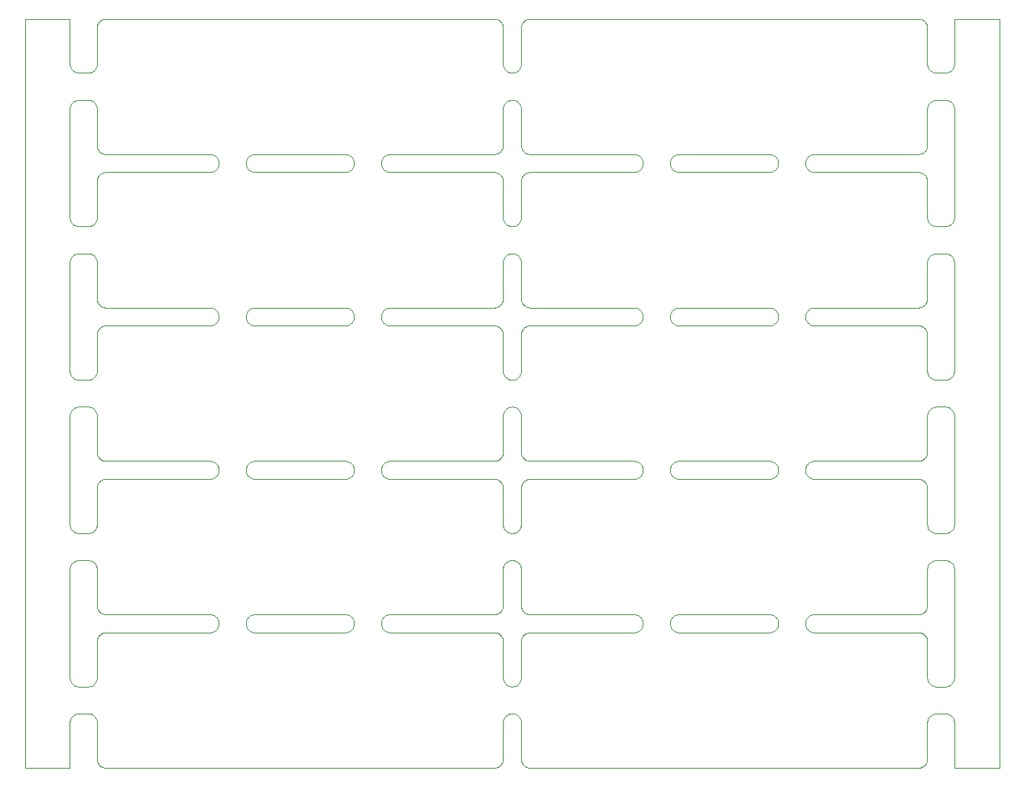
<source format=gbr>
G04 #@! TF.GenerationSoftware,KiCad,Pcbnew,(5.1.9)-1*
G04 #@! TF.CreationDate,2021-05-15T12:51:58+10:00*
G04 #@! TF.ProjectId,microBoSL-panel,6d696372-6f42-46f5-934c-2d70616e656c,rev?*
G04 #@! TF.SameCoordinates,Original*
G04 #@! TF.FileFunction,Profile,NP*
%FSLAX46Y46*%
G04 Gerber Fmt 4.6, Leading zero omitted, Abs format (unit mm)*
G04 Created by KiCad (PCBNEW (5.1.9)-1) date 2021-05-15 12:51:58*
%MOMM*%
%LPD*%
G01*
G04 APERTURE LIST*
G04 #@! TA.AperFunction,Profile*
%ADD10C,0.100000*%
G04 #@! TD*
G04 APERTURE END LIST*
D10*
X24500000Y-64510000D02*
X24500000Y-52490000D01*
X24510000Y-64610000D02*
X24500000Y-64510000D01*
X24520000Y-64700000D02*
X24510000Y-64610000D01*
X24540000Y-64800000D02*
X24520000Y-64700000D01*
X24580000Y-64890000D02*
X24540000Y-64800000D01*
X24620000Y-64980000D02*
X24580000Y-64890000D01*
X24670000Y-65060000D02*
X24620000Y-64980000D01*
X24730000Y-65140000D02*
X24670000Y-65060000D01*
X24790000Y-65210000D02*
X24730000Y-65140000D01*
X24860000Y-65280000D02*
X24790000Y-65210000D01*
X24940000Y-65330000D02*
X24860000Y-65280000D01*
X25020000Y-65380000D02*
X24940000Y-65330000D01*
X25110000Y-65420000D02*
X25020000Y-65380000D01*
X25200000Y-65460000D02*
X25110000Y-65420000D01*
X25300000Y-65480000D02*
X25200000Y-65460000D01*
X25390000Y-65500000D02*
X25300000Y-65480000D01*
X25490000Y-65500000D02*
X25390000Y-65500000D01*
X26510000Y-65500000D02*
X25490000Y-65500000D01*
X26610000Y-65500000D02*
X26510000Y-65500000D01*
X26700000Y-65480000D02*
X26610000Y-65500000D01*
X26800000Y-65460000D02*
X26700000Y-65480000D01*
X26890000Y-65420000D02*
X26800000Y-65460000D01*
X26980000Y-65380000D02*
X26890000Y-65420000D01*
X27060000Y-65330000D02*
X26980000Y-65380000D01*
X27140000Y-65280000D02*
X27060000Y-65330000D01*
X27210000Y-65210000D02*
X27140000Y-65280000D01*
X27270000Y-65140000D02*
X27210000Y-65210000D01*
X27330000Y-65060000D02*
X27270000Y-65140000D01*
X27380000Y-64980000D02*
X27330000Y-65060000D01*
X27420000Y-64890000D02*
X27380000Y-64980000D01*
X27460000Y-64800000D02*
X27420000Y-64890000D01*
X27480000Y-64700000D02*
X27460000Y-64800000D01*
X27490000Y-64610000D02*
X27480000Y-64700000D01*
X27500000Y-64510000D02*
X27490000Y-64610000D01*
X27500000Y-60500000D02*
X27500000Y-64510000D01*
X27500000Y-60440000D02*
X27500000Y-60500000D01*
X27500000Y-60400000D02*
X27500000Y-60440000D01*
X27510000Y-60350000D02*
X27500000Y-60400000D01*
X27520000Y-60300000D02*
X27510000Y-60350000D01*
X27530000Y-60240000D02*
X27520000Y-60300000D01*
X27540000Y-60200000D02*
X27530000Y-60240000D01*
X27560000Y-60160000D02*
X27540000Y-60200000D01*
X27580000Y-60110000D02*
X27560000Y-60160000D01*
X27600000Y-60060000D02*
X27580000Y-60110000D01*
X27630000Y-60010000D02*
X27600000Y-60060000D01*
X27650000Y-59970000D02*
X27630000Y-60010000D01*
X27670000Y-59930000D02*
X27650000Y-59970000D01*
X27710000Y-59890000D02*
X27670000Y-59930000D01*
X27740000Y-59840000D02*
X27710000Y-59890000D01*
X27770000Y-59810000D02*
X27740000Y-59840000D01*
X27810000Y-59780000D02*
X27770000Y-59810000D01*
X27850000Y-59740000D02*
X27810000Y-59780000D01*
X27890000Y-59710000D02*
X27850000Y-59740000D01*
X27930000Y-59670000D02*
X27890000Y-59710000D01*
X27970000Y-59650000D02*
X27930000Y-59670000D01*
X28010000Y-59630000D02*
X27970000Y-59650000D01*
X28060000Y-59600000D02*
X28010000Y-59630000D01*
X28110000Y-59580000D02*
X28060000Y-59600000D01*
X28150000Y-59560000D02*
X28110000Y-59580000D01*
X28200000Y-59540000D02*
X28150000Y-59560000D01*
X28250000Y-59530000D02*
X28200000Y-59540000D01*
X28300000Y-59520000D02*
X28250000Y-59530000D01*
X28350000Y-59510000D02*
X28300000Y-59520000D01*
X28400000Y-59500000D02*
X28350000Y-59510000D01*
X28450000Y-59500000D02*
X28400000Y-59500000D01*
X28500000Y-59500000D02*
X28450000Y-59500000D01*
X40010000Y-59500000D02*
X28500000Y-59500000D01*
X40110000Y-59490000D02*
X40010000Y-59500000D01*
X40200000Y-59480000D02*
X40110000Y-59490000D01*
X40300000Y-59460000D02*
X40200000Y-59480000D01*
X40390000Y-59420000D02*
X40300000Y-59460000D01*
X40480000Y-59380000D02*
X40390000Y-59420000D01*
X40560000Y-59330000D02*
X40480000Y-59380000D01*
X40640000Y-59270000D02*
X40560000Y-59330000D01*
X40710000Y-59210000D02*
X40640000Y-59270000D01*
X40780000Y-59140000D02*
X40710000Y-59210000D01*
X40830000Y-59060000D02*
X40780000Y-59140000D01*
X40880000Y-58980000D02*
X40830000Y-59060000D01*
X40920000Y-58890000D02*
X40880000Y-58980000D01*
X40960000Y-58800000D02*
X40920000Y-58890000D01*
X40980000Y-58700000D02*
X40960000Y-58800000D01*
X41000000Y-58610000D02*
X40980000Y-58700000D01*
X41000000Y-58490000D02*
X41000000Y-58610000D01*
X41000000Y-58390000D02*
X41000000Y-58490000D01*
X40980000Y-58300000D02*
X41000000Y-58390000D01*
X40960000Y-58200000D02*
X40980000Y-58300000D01*
X40920000Y-58110000D02*
X40960000Y-58200000D01*
X40880000Y-58020000D02*
X40920000Y-58110000D01*
X40830000Y-57940000D02*
X40880000Y-58020000D01*
X40780000Y-57860000D02*
X40830000Y-57940000D01*
X40710000Y-57790000D02*
X40780000Y-57860000D01*
X40640000Y-57730000D02*
X40710000Y-57790000D01*
X40560000Y-57670000D02*
X40640000Y-57730000D01*
X40480000Y-57620000D02*
X40560000Y-57670000D01*
X40390000Y-57580000D02*
X40480000Y-57620000D01*
X40300000Y-57540000D02*
X40390000Y-57580000D01*
X40200000Y-57520000D02*
X40300000Y-57540000D01*
X40110000Y-57510000D02*
X40200000Y-57520000D01*
X40010000Y-57500000D02*
X40110000Y-57510000D01*
X28500000Y-57500000D02*
X40010000Y-57500000D01*
X28450000Y-57500000D02*
X28500000Y-57500000D01*
X28400000Y-57500000D02*
X28450000Y-57500000D01*
X28350000Y-57490000D02*
X28400000Y-57500000D01*
X28300000Y-57480000D02*
X28350000Y-57490000D01*
X28240000Y-57470000D02*
X28300000Y-57480000D01*
X28200000Y-57450000D02*
X28240000Y-57470000D01*
X28150000Y-57440000D02*
X28200000Y-57450000D01*
X28100000Y-57420000D02*
X28150000Y-57440000D01*
X28060000Y-57400000D02*
X28100000Y-57420000D01*
X28020000Y-57380000D02*
X28060000Y-57400000D01*
X27970000Y-57350000D02*
X28020000Y-57380000D01*
X27920000Y-57320000D02*
X27970000Y-57350000D01*
X27890000Y-57290000D02*
X27920000Y-57320000D01*
X27850000Y-57260000D02*
X27890000Y-57290000D01*
X27810000Y-57230000D02*
X27850000Y-57260000D01*
X27770000Y-57180000D02*
X27810000Y-57230000D01*
X27740000Y-57150000D02*
X27770000Y-57180000D01*
X27710000Y-57120000D02*
X27740000Y-57150000D01*
X27680000Y-57070000D02*
X27710000Y-57120000D01*
X27650000Y-57020000D02*
X27680000Y-57070000D01*
X27620000Y-56990000D02*
X27650000Y-57020000D01*
X27600000Y-56950000D02*
X27620000Y-56990000D01*
X27580000Y-56890000D02*
X27600000Y-56950000D01*
X27560000Y-56840000D02*
X27580000Y-56890000D01*
X27550000Y-56800000D02*
X27560000Y-56840000D01*
X27530000Y-56760000D02*
X27550000Y-56800000D01*
X27520000Y-56700000D02*
X27530000Y-56760000D01*
X27510000Y-56650000D02*
X27520000Y-56700000D01*
X27500000Y-56600000D02*
X27510000Y-56650000D01*
X27500000Y-56560000D02*
X27500000Y-56600000D01*
X27500000Y-56500000D02*
X27500000Y-56560000D01*
X27500000Y-52490000D02*
X27500000Y-56500000D01*
X27490000Y-52390000D02*
X27500000Y-52490000D01*
X27480000Y-52300000D02*
X27490000Y-52390000D01*
X27460000Y-52200000D02*
X27480000Y-52300000D01*
X27420000Y-52110000D02*
X27460000Y-52200000D01*
X27380000Y-52020000D02*
X27420000Y-52110000D01*
X27330000Y-51940000D02*
X27380000Y-52020000D01*
X27270000Y-51860000D02*
X27330000Y-51940000D01*
X27210000Y-51790000D02*
X27270000Y-51860000D01*
X27140000Y-51720000D02*
X27210000Y-51790000D01*
X27060000Y-51670000D02*
X27140000Y-51720000D01*
X26980000Y-51620000D02*
X27060000Y-51670000D01*
X26890000Y-51580000D02*
X26980000Y-51620000D01*
X26800000Y-51540000D02*
X26890000Y-51580000D01*
X26700000Y-51520000D02*
X26800000Y-51540000D01*
X26610000Y-51500000D02*
X26700000Y-51520000D01*
X26510000Y-51500000D02*
X26610000Y-51500000D01*
X25490000Y-51500000D02*
X26510000Y-51500000D01*
X25390000Y-51500000D02*
X25490000Y-51500000D01*
X25300000Y-51520000D02*
X25390000Y-51500000D01*
X25200000Y-51540000D02*
X25300000Y-51520000D01*
X25110000Y-51580000D02*
X25200000Y-51540000D01*
X25020000Y-51620000D02*
X25110000Y-51580000D01*
X24940000Y-51670000D02*
X25020000Y-51620000D01*
X24860000Y-51720000D02*
X24940000Y-51670000D01*
X24790000Y-51790000D02*
X24860000Y-51720000D01*
X24730000Y-51860000D02*
X24790000Y-51790000D01*
X24670000Y-51940000D02*
X24730000Y-51860000D01*
X24620000Y-52020000D02*
X24670000Y-51940000D01*
X24580000Y-52110000D02*
X24620000Y-52020000D01*
X24540000Y-52200000D02*
X24580000Y-52110000D01*
X24520000Y-52300000D02*
X24540000Y-52200000D01*
X24510000Y-52390000D02*
X24520000Y-52300000D01*
X24500000Y-52490000D02*
X24510000Y-52390000D01*
X24500000Y-81510000D02*
X24500000Y-69490000D01*
X24510000Y-81610000D02*
X24500000Y-81510000D01*
X24520000Y-81700000D02*
X24510000Y-81610000D01*
X24540000Y-81800000D02*
X24520000Y-81700000D01*
X24580000Y-81890000D02*
X24540000Y-81800000D01*
X24620000Y-81980000D02*
X24580000Y-81890000D01*
X24670000Y-82060000D02*
X24620000Y-81980000D01*
X24730000Y-82140000D02*
X24670000Y-82060000D01*
X24790000Y-82210000D02*
X24730000Y-82140000D01*
X24860000Y-82280000D02*
X24790000Y-82210000D01*
X24940000Y-82330000D02*
X24860000Y-82280000D01*
X25020000Y-82380000D02*
X24940000Y-82330000D01*
X25110000Y-82420000D02*
X25020000Y-82380000D01*
X25200000Y-82460000D02*
X25110000Y-82420000D01*
X25300000Y-82480000D02*
X25200000Y-82460000D01*
X25390000Y-82500000D02*
X25300000Y-82480000D01*
X25490000Y-82500000D02*
X25390000Y-82500000D01*
X26510000Y-82500000D02*
X25490000Y-82500000D01*
X26610000Y-82500000D02*
X26510000Y-82500000D01*
X26700000Y-82480000D02*
X26610000Y-82500000D01*
X26800000Y-82460000D02*
X26700000Y-82480000D01*
X26890000Y-82420000D02*
X26800000Y-82460000D01*
X26980000Y-82380000D02*
X26890000Y-82420000D01*
X27060000Y-82330000D02*
X26980000Y-82380000D01*
X27140000Y-82280000D02*
X27060000Y-82330000D01*
X27210000Y-82210000D02*
X27140000Y-82280000D01*
X27270000Y-82140000D02*
X27210000Y-82210000D01*
X27330000Y-82060000D02*
X27270000Y-82140000D01*
X27380000Y-81980000D02*
X27330000Y-82060000D01*
X27420000Y-81890000D02*
X27380000Y-81980000D01*
X27460000Y-81800000D02*
X27420000Y-81890000D01*
X27480000Y-81700000D02*
X27460000Y-81800000D01*
X27490000Y-81610000D02*
X27480000Y-81700000D01*
X27500000Y-81510000D02*
X27490000Y-81610000D01*
X27500000Y-77500000D02*
X27500000Y-81510000D01*
X27500000Y-77440000D02*
X27500000Y-77500000D01*
X27500000Y-77400000D02*
X27500000Y-77440000D01*
X27510000Y-77350000D02*
X27500000Y-77400000D01*
X27520000Y-77300000D02*
X27510000Y-77350000D01*
X27530000Y-77240000D02*
X27520000Y-77300000D01*
X27540000Y-77200000D02*
X27530000Y-77240000D01*
X27560000Y-77160000D02*
X27540000Y-77200000D01*
X27580000Y-77110000D02*
X27560000Y-77160000D01*
X27600000Y-77060000D02*
X27580000Y-77110000D01*
X27630000Y-77010000D02*
X27600000Y-77060000D01*
X27650000Y-76970000D02*
X27630000Y-77010000D01*
X27670000Y-76930000D02*
X27650000Y-76970000D01*
X27710000Y-76890000D02*
X27670000Y-76930000D01*
X27740000Y-76840000D02*
X27710000Y-76890000D01*
X27770000Y-76810000D02*
X27740000Y-76840000D01*
X27810000Y-76780000D02*
X27770000Y-76810000D01*
X27850000Y-76740000D02*
X27810000Y-76780000D01*
X27890000Y-76710000D02*
X27850000Y-76740000D01*
X27930000Y-76670000D02*
X27890000Y-76710000D01*
X27970000Y-76650000D02*
X27930000Y-76670000D01*
X28010000Y-76630000D02*
X27970000Y-76650000D01*
X28060000Y-76600000D02*
X28010000Y-76630000D01*
X28110000Y-76580000D02*
X28060000Y-76600000D01*
X28150000Y-76560000D02*
X28110000Y-76580000D01*
X28200000Y-76540000D02*
X28150000Y-76560000D01*
X28250000Y-76530000D02*
X28200000Y-76540000D01*
X28300000Y-76520000D02*
X28250000Y-76530000D01*
X28350000Y-76510000D02*
X28300000Y-76520000D01*
X28400000Y-76500000D02*
X28350000Y-76510000D01*
X28450000Y-76500000D02*
X28400000Y-76500000D01*
X28500000Y-76500000D02*
X28450000Y-76500000D01*
X40010000Y-76500000D02*
X28500000Y-76500000D01*
X40110000Y-76490000D02*
X40010000Y-76500000D01*
X40200000Y-76480000D02*
X40110000Y-76490000D01*
X40300000Y-76460000D02*
X40200000Y-76480000D01*
X40390000Y-76420000D02*
X40300000Y-76460000D01*
X40480000Y-76380000D02*
X40390000Y-76420000D01*
X40560000Y-76330000D02*
X40480000Y-76380000D01*
X40640000Y-76270000D02*
X40560000Y-76330000D01*
X40710000Y-76210000D02*
X40640000Y-76270000D01*
X40780000Y-76140000D02*
X40710000Y-76210000D01*
X40830000Y-76060000D02*
X40780000Y-76140000D01*
X40880000Y-75980000D02*
X40830000Y-76060000D01*
X40920000Y-75890000D02*
X40880000Y-75980000D01*
X40960000Y-75800000D02*
X40920000Y-75890000D01*
X40980000Y-75700000D02*
X40960000Y-75800000D01*
X41000000Y-75610000D02*
X40980000Y-75700000D01*
X41000000Y-75490000D02*
X41000000Y-75610000D01*
X41000000Y-75390000D02*
X41000000Y-75490000D01*
X40980000Y-75300000D02*
X41000000Y-75390000D01*
X40960000Y-75200000D02*
X40980000Y-75300000D01*
X40920000Y-75110000D02*
X40960000Y-75200000D01*
X40880000Y-75020000D02*
X40920000Y-75110000D01*
X40830000Y-74940000D02*
X40880000Y-75020000D01*
X40780000Y-74860000D02*
X40830000Y-74940000D01*
X40710000Y-74790000D02*
X40780000Y-74860000D01*
X40640000Y-74730000D02*
X40710000Y-74790000D01*
X40560000Y-74670000D02*
X40640000Y-74730000D01*
X40480000Y-74620000D02*
X40560000Y-74670000D01*
X40390000Y-74580000D02*
X40480000Y-74620000D01*
X40300000Y-74540000D02*
X40390000Y-74580000D01*
X40200000Y-74520000D02*
X40300000Y-74540000D01*
X40110000Y-74510000D02*
X40200000Y-74520000D01*
X40010000Y-74500000D02*
X40110000Y-74510000D01*
X28500000Y-74500000D02*
X40010000Y-74500000D01*
X28450000Y-74500000D02*
X28500000Y-74500000D01*
X28400000Y-74500000D02*
X28450000Y-74500000D01*
X28350000Y-74490000D02*
X28400000Y-74500000D01*
X28300000Y-74480000D02*
X28350000Y-74490000D01*
X28240000Y-74470000D02*
X28300000Y-74480000D01*
X28200000Y-74450000D02*
X28240000Y-74470000D01*
X28150000Y-74440000D02*
X28200000Y-74450000D01*
X28100000Y-74420000D02*
X28150000Y-74440000D01*
X28060000Y-74400000D02*
X28100000Y-74420000D01*
X28020000Y-74380000D02*
X28060000Y-74400000D01*
X27970000Y-74350000D02*
X28020000Y-74380000D01*
X27920000Y-74320000D02*
X27970000Y-74350000D01*
X27890000Y-74290000D02*
X27920000Y-74320000D01*
X27850000Y-74260000D02*
X27890000Y-74290000D01*
X27810000Y-74230000D02*
X27850000Y-74260000D01*
X27770000Y-74180000D02*
X27810000Y-74230000D01*
X27740000Y-74150000D02*
X27770000Y-74180000D01*
X27710000Y-74120000D02*
X27740000Y-74150000D01*
X27680000Y-74070000D02*
X27710000Y-74120000D01*
X27650000Y-74020000D02*
X27680000Y-74070000D01*
X27620000Y-73990000D02*
X27650000Y-74020000D01*
X27600000Y-73950000D02*
X27620000Y-73990000D01*
X27580000Y-73890000D02*
X27600000Y-73950000D01*
X27560000Y-73840000D02*
X27580000Y-73890000D01*
X27550000Y-73800000D02*
X27560000Y-73840000D01*
X27530000Y-73760000D02*
X27550000Y-73800000D01*
X27520000Y-73700000D02*
X27530000Y-73760000D01*
X27510000Y-73650000D02*
X27520000Y-73700000D01*
X27500000Y-73600000D02*
X27510000Y-73650000D01*
X27500000Y-73560000D02*
X27500000Y-73600000D01*
X27500000Y-73500000D02*
X27500000Y-73560000D01*
X27500000Y-69490000D02*
X27500000Y-73500000D01*
X27490000Y-69390000D02*
X27500000Y-69490000D01*
X27480000Y-69300000D02*
X27490000Y-69390000D01*
X27460000Y-69200000D02*
X27480000Y-69300000D01*
X27420000Y-69110000D02*
X27460000Y-69200000D01*
X27380000Y-69020000D02*
X27420000Y-69110000D01*
X27330000Y-68940000D02*
X27380000Y-69020000D01*
X27270000Y-68860000D02*
X27330000Y-68940000D01*
X27210000Y-68790000D02*
X27270000Y-68860000D01*
X27140000Y-68720000D02*
X27210000Y-68790000D01*
X27060000Y-68670000D02*
X27140000Y-68720000D01*
X26980000Y-68620000D02*
X27060000Y-68670000D01*
X26890000Y-68580000D02*
X26980000Y-68620000D01*
X26800000Y-68540000D02*
X26890000Y-68580000D01*
X26700000Y-68520000D02*
X26800000Y-68540000D01*
X26610000Y-68500000D02*
X26700000Y-68520000D01*
X26510000Y-68500000D02*
X26610000Y-68500000D01*
X25490000Y-68500000D02*
X26510000Y-68500000D01*
X25390000Y-68500000D02*
X25490000Y-68500000D01*
X25300000Y-68520000D02*
X25390000Y-68500000D01*
X25200000Y-68540000D02*
X25300000Y-68520000D01*
X25110000Y-68580000D02*
X25200000Y-68540000D01*
X25020000Y-68620000D02*
X25110000Y-68580000D01*
X24940000Y-68670000D02*
X25020000Y-68620000D01*
X24860000Y-68720000D02*
X24940000Y-68670000D01*
X24790000Y-68790000D02*
X24860000Y-68720000D01*
X24730000Y-68860000D02*
X24790000Y-68790000D01*
X24670000Y-68940000D02*
X24730000Y-68860000D01*
X24620000Y-69020000D02*
X24670000Y-68940000D01*
X24580000Y-69110000D02*
X24620000Y-69020000D01*
X24540000Y-69200000D02*
X24580000Y-69110000D01*
X24520000Y-69300000D02*
X24540000Y-69200000D01*
X24510000Y-69390000D02*
X24520000Y-69300000D01*
X24500000Y-69490000D02*
X24510000Y-69390000D01*
X24500000Y-98510000D02*
X24500000Y-86490000D01*
X24510000Y-98610000D02*
X24500000Y-98510000D01*
X24520000Y-98700000D02*
X24510000Y-98610000D01*
X24540000Y-98800000D02*
X24520000Y-98700000D01*
X24580000Y-98890000D02*
X24540000Y-98800000D01*
X24620000Y-98980000D02*
X24580000Y-98890000D01*
X24670000Y-99060000D02*
X24620000Y-98980000D01*
X24730000Y-99140000D02*
X24670000Y-99060000D01*
X24790000Y-99210000D02*
X24730000Y-99140000D01*
X24860000Y-99280000D02*
X24790000Y-99210000D01*
X24940000Y-99330000D02*
X24860000Y-99280000D01*
X25020000Y-99380000D02*
X24940000Y-99330000D01*
X25110000Y-99420000D02*
X25020000Y-99380000D01*
X25200000Y-99460000D02*
X25110000Y-99420000D01*
X25300000Y-99480000D02*
X25200000Y-99460000D01*
X25390000Y-99500000D02*
X25300000Y-99480000D01*
X25490000Y-99500000D02*
X25390000Y-99500000D01*
X26510000Y-99500000D02*
X25490000Y-99500000D01*
X26610000Y-99500000D02*
X26510000Y-99500000D01*
X26700000Y-99480000D02*
X26610000Y-99500000D01*
X26800000Y-99460000D02*
X26700000Y-99480000D01*
X26890000Y-99420000D02*
X26800000Y-99460000D01*
X26980000Y-99380000D02*
X26890000Y-99420000D01*
X27060000Y-99330000D02*
X26980000Y-99380000D01*
X27140000Y-99280000D02*
X27060000Y-99330000D01*
X27210000Y-99210000D02*
X27140000Y-99280000D01*
X27270000Y-99140000D02*
X27210000Y-99210000D01*
X27330000Y-99060000D02*
X27270000Y-99140000D01*
X27380000Y-98980000D02*
X27330000Y-99060000D01*
X27420000Y-98890000D02*
X27380000Y-98980000D01*
X27460000Y-98800000D02*
X27420000Y-98890000D01*
X27480000Y-98700000D02*
X27460000Y-98800000D01*
X27490000Y-98610000D02*
X27480000Y-98700000D01*
X27500000Y-98510000D02*
X27490000Y-98610000D01*
X27500000Y-94500000D02*
X27500000Y-98510000D01*
X27500000Y-94440000D02*
X27500000Y-94500000D01*
X27500000Y-94400000D02*
X27500000Y-94440000D01*
X27510000Y-94350000D02*
X27500000Y-94400000D01*
X27520000Y-94300000D02*
X27510000Y-94350000D01*
X27530000Y-94240000D02*
X27520000Y-94300000D01*
X27540000Y-94200000D02*
X27530000Y-94240000D01*
X27560000Y-94160000D02*
X27540000Y-94200000D01*
X27580000Y-94110000D02*
X27560000Y-94160000D01*
X27600000Y-94060000D02*
X27580000Y-94110000D01*
X27630000Y-94010000D02*
X27600000Y-94060000D01*
X27650000Y-93970000D02*
X27630000Y-94010000D01*
X27670000Y-93930000D02*
X27650000Y-93970000D01*
X27710000Y-93890000D02*
X27670000Y-93930000D01*
X27740000Y-93840000D02*
X27710000Y-93890000D01*
X27770000Y-93810000D02*
X27740000Y-93840000D01*
X27810000Y-93780000D02*
X27770000Y-93810000D01*
X27850000Y-93740000D02*
X27810000Y-93780000D01*
X27890000Y-93710000D02*
X27850000Y-93740000D01*
X27930000Y-93670000D02*
X27890000Y-93710000D01*
X27970000Y-93650000D02*
X27930000Y-93670000D01*
X28010000Y-93630000D02*
X27970000Y-93650000D01*
X28060000Y-93600000D02*
X28010000Y-93630000D01*
X28110000Y-93580000D02*
X28060000Y-93600000D01*
X28150000Y-93560000D02*
X28110000Y-93580000D01*
X28200000Y-93540000D02*
X28150000Y-93560000D01*
X28250000Y-93530000D02*
X28200000Y-93540000D01*
X28300000Y-93520000D02*
X28250000Y-93530000D01*
X28350000Y-93510000D02*
X28300000Y-93520000D01*
X28400000Y-93500000D02*
X28350000Y-93510000D01*
X28450000Y-93500000D02*
X28400000Y-93500000D01*
X28500000Y-93500000D02*
X28450000Y-93500000D01*
X40010000Y-93500000D02*
X28500000Y-93500000D01*
X40110000Y-93490000D02*
X40010000Y-93500000D01*
X40200000Y-93480000D02*
X40110000Y-93490000D01*
X40300000Y-93460000D02*
X40200000Y-93480000D01*
X40390000Y-93420000D02*
X40300000Y-93460000D01*
X40480000Y-93380000D02*
X40390000Y-93420000D01*
X40560000Y-93330000D02*
X40480000Y-93380000D01*
X40640000Y-93270000D02*
X40560000Y-93330000D01*
X40710000Y-93210000D02*
X40640000Y-93270000D01*
X40780000Y-93140000D02*
X40710000Y-93210000D01*
X40830000Y-93060000D02*
X40780000Y-93140000D01*
X40880000Y-92980000D02*
X40830000Y-93060000D01*
X40920000Y-92890000D02*
X40880000Y-92980000D01*
X40960000Y-92800000D02*
X40920000Y-92890000D01*
X40980000Y-92700000D02*
X40960000Y-92800000D01*
X41000000Y-92610000D02*
X40980000Y-92700000D01*
X41000000Y-92490000D02*
X41000000Y-92610000D01*
X41000000Y-92390000D02*
X41000000Y-92490000D01*
X40980000Y-92300000D02*
X41000000Y-92390000D01*
X40960000Y-92200000D02*
X40980000Y-92300000D01*
X40920000Y-92110000D02*
X40960000Y-92200000D01*
X40880000Y-92020000D02*
X40920000Y-92110000D01*
X40830000Y-91940000D02*
X40880000Y-92020000D01*
X40780000Y-91860000D02*
X40830000Y-91940000D01*
X40710000Y-91790000D02*
X40780000Y-91860000D01*
X40640000Y-91730000D02*
X40710000Y-91790000D01*
X40560000Y-91670000D02*
X40640000Y-91730000D01*
X40480000Y-91620000D02*
X40560000Y-91670000D01*
X40390000Y-91580000D02*
X40480000Y-91620000D01*
X40300000Y-91540000D02*
X40390000Y-91580000D01*
X40200000Y-91520000D02*
X40300000Y-91540000D01*
X40110000Y-91510000D02*
X40200000Y-91520000D01*
X40010000Y-91500000D02*
X40110000Y-91510000D01*
X28500000Y-91500000D02*
X40010000Y-91500000D01*
X28450000Y-91500000D02*
X28500000Y-91500000D01*
X28400000Y-91500000D02*
X28450000Y-91500000D01*
X28350000Y-91490000D02*
X28400000Y-91500000D01*
X28300000Y-91480000D02*
X28350000Y-91490000D01*
X28240000Y-91470000D02*
X28300000Y-91480000D01*
X28200000Y-91450000D02*
X28240000Y-91470000D01*
X28150000Y-91440000D02*
X28200000Y-91450000D01*
X28100000Y-91420000D02*
X28150000Y-91440000D01*
X28060000Y-91400000D02*
X28100000Y-91420000D01*
X28020000Y-91380000D02*
X28060000Y-91400000D01*
X27970000Y-91350000D02*
X28020000Y-91380000D01*
X27920000Y-91320000D02*
X27970000Y-91350000D01*
X27890000Y-91290000D02*
X27920000Y-91320000D01*
X27850000Y-91260000D02*
X27890000Y-91290000D01*
X27810000Y-91230000D02*
X27850000Y-91260000D01*
X27770000Y-91180000D02*
X27810000Y-91230000D01*
X27740000Y-91150000D02*
X27770000Y-91180000D01*
X27710000Y-91120000D02*
X27740000Y-91150000D01*
X27680000Y-91070000D02*
X27710000Y-91120000D01*
X27650000Y-91020000D02*
X27680000Y-91070000D01*
X27620000Y-90990000D02*
X27650000Y-91020000D01*
X27600000Y-90950000D02*
X27620000Y-90990000D01*
X27580000Y-90890000D02*
X27600000Y-90950000D01*
X27560000Y-90840000D02*
X27580000Y-90890000D01*
X27550000Y-90800000D02*
X27560000Y-90840000D01*
X27530000Y-90760000D02*
X27550000Y-90800000D01*
X27520000Y-90700000D02*
X27530000Y-90760000D01*
X27510000Y-90650000D02*
X27520000Y-90700000D01*
X27500000Y-90600000D02*
X27510000Y-90650000D01*
X27500000Y-90560000D02*
X27500000Y-90600000D01*
X27500000Y-90500000D02*
X27500000Y-90560000D01*
X27500000Y-86490000D02*
X27500000Y-90500000D01*
X27490000Y-86390000D02*
X27500000Y-86490000D01*
X27480000Y-86300000D02*
X27490000Y-86390000D01*
X27460000Y-86200000D02*
X27480000Y-86300000D01*
X27420000Y-86110000D02*
X27460000Y-86200000D01*
X27380000Y-86020000D02*
X27420000Y-86110000D01*
X27330000Y-85940000D02*
X27380000Y-86020000D01*
X27270000Y-85860000D02*
X27330000Y-85940000D01*
X27210000Y-85790000D02*
X27270000Y-85860000D01*
X27140000Y-85720000D02*
X27210000Y-85790000D01*
X27060000Y-85670000D02*
X27140000Y-85720000D01*
X26980000Y-85620000D02*
X27060000Y-85670000D01*
X26890000Y-85580000D02*
X26980000Y-85620000D01*
X26800000Y-85540000D02*
X26890000Y-85580000D01*
X26700000Y-85520000D02*
X26800000Y-85540000D01*
X26610000Y-85500000D02*
X26700000Y-85520000D01*
X26510000Y-85500000D02*
X26610000Y-85500000D01*
X25490000Y-85500000D02*
X26510000Y-85500000D01*
X25390000Y-85500000D02*
X25490000Y-85500000D01*
X25300000Y-85520000D02*
X25390000Y-85500000D01*
X25200000Y-85540000D02*
X25300000Y-85520000D01*
X25110000Y-85580000D02*
X25200000Y-85540000D01*
X25020000Y-85620000D02*
X25110000Y-85580000D01*
X24940000Y-85670000D02*
X25020000Y-85620000D01*
X24860000Y-85720000D02*
X24940000Y-85670000D01*
X24790000Y-85790000D02*
X24860000Y-85720000D01*
X24730000Y-85860000D02*
X24790000Y-85790000D01*
X24670000Y-85940000D02*
X24730000Y-85860000D01*
X24620000Y-86020000D02*
X24670000Y-85940000D01*
X24580000Y-86110000D02*
X24620000Y-86020000D01*
X24540000Y-86200000D02*
X24580000Y-86110000D01*
X24520000Y-86300000D02*
X24540000Y-86200000D01*
X24510000Y-86390000D02*
X24520000Y-86300000D01*
X24500000Y-86490000D02*
X24510000Y-86390000D01*
X24500000Y-115510000D02*
X24500000Y-103490000D01*
X24510000Y-115610000D02*
X24500000Y-115510000D01*
X24520000Y-115700000D02*
X24510000Y-115610000D01*
X24540000Y-115800000D02*
X24520000Y-115700000D01*
X24580000Y-115890000D02*
X24540000Y-115800000D01*
X24620000Y-115980000D02*
X24580000Y-115890000D01*
X24670000Y-116060000D02*
X24620000Y-115980000D01*
X24730000Y-116140000D02*
X24670000Y-116060000D01*
X24790000Y-116210000D02*
X24730000Y-116140000D01*
X24860000Y-116280000D02*
X24790000Y-116210000D01*
X24940000Y-116330000D02*
X24860000Y-116280000D01*
X25020000Y-116380000D02*
X24940000Y-116330000D01*
X25110000Y-116420000D02*
X25020000Y-116380000D01*
X25200000Y-116460000D02*
X25110000Y-116420000D01*
X25300000Y-116480000D02*
X25200000Y-116460000D01*
X25390000Y-116500000D02*
X25300000Y-116480000D01*
X25490000Y-116500000D02*
X25390000Y-116500000D01*
X26510000Y-116500000D02*
X25490000Y-116500000D01*
X26610000Y-116500000D02*
X26510000Y-116500000D01*
X26700000Y-116480000D02*
X26610000Y-116500000D01*
X26800000Y-116460000D02*
X26700000Y-116480000D01*
X26890000Y-116420000D02*
X26800000Y-116460000D01*
X26980000Y-116380000D02*
X26890000Y-116420000D01*
X27060000Y-116330000D02*
X26980000Y-116380000D01*
X27140000Y-116280000D02*
X27060000Y-116330000D01*
X27210000Y-116210000D02*
X27140000Y-116280000D01*
X27270000Y-116140000D02*
X27210000Y-116210000D01*
X27330000Y-116060000D02*
X27270000Y-116140000D01*
X27380000Y-115980000D02*
X27330000Y-116060000D01*
X27420000Y-115890000D02*
X27380000Y-115980000D01*
X27460000Y-115800000D02*
X27420000Y-115890000D01*
X27480000Y-115700000D02*
X27460000Y-115800000D01*
X27490000Y-115610000D02*
X27480000Y-115700000D01*
X27500000Y-115510000D02*
X27490000Y-115610000D01*
X27500000Y-111500000D02*
X27500000Y-115510000D01*
X27500000Y-111440000D02*
X27500000Y-111500000D01*
X27500000Y-111400000D02*
X27500000Y-111440000D01*
X27510000Y-111350000D02*
X27500000Y-111400000D01*
X27520000Y-111300000D02*
X27510000Y-111350000D01*
X27530000Y-111240000D02*
X27520000Y-111300000D01*
X27540000Y-111200000D02*
X27530000Y-111240000D01*
X27560000Y-111160000D02*
X27540000Y-111200000D01*
X27580000Y-111110000D02*
X27560000Y-111160000D01*
X27600000Y-111060000D02*
X27580000Y-111110000D01*
X27630000Y-111010000D02*
X27600000Y-111060000D01*
X27650000Y-110970000D02*
X27630000Y-111010000D01*
X27670000Y-110930000D02*
X27650000Y-110970000D01*
X27710000Y-110890000D02*
X27670000Y-110930000D01*
X27740000Y-110840000D02*
X27710000Y-110890000D01*
X27770000Y-110810000D02*
X27740000Y-110840000D01*
X27810000Y-110780000D02*
X27770000Y-110810000D01*
X27850000Y-110740000D02*
X27810000Y-110780000D01*
X27890000Y-110710000D02*
X27850000Y-110740000D01*
X27930000Y-110670000D02*
X27890000Y-110710000D01*
X27970000Y-110650000D02*
X27930000Y-110670000D01*
X28010000Y-110630000D02*
X27970000Y-110650000D01*
X28060000Y-110600000D02*
X28010000Y-110630000D01*
X28110000Y-110580000D02*
X28060000Y-110600000D01*
X28150000Y-110560000D02*
X28110000Y-110580000D01*
X28200000Y-110540000D02*
X28150000Y-110560000D01*
X28250000Y-110530000D02*
X28200000Y-110540000D01*
X28300000Y-110520000D02*
X28250000Y-110530000D01*
X28350000Y-110510000D02*
X28300000Y-110520000D01*
X28400000Y-110500000D02*
X28350000Y-110510000D01*
X28450000Y-110500000D02*
X28400000Y-110500000D01*
X28500000Y-110500000D02*
X28450000Y-110500000D01*
X40010000Y-110500000D02*
X28500000Y-110500000D01*
X40110000Y-110490000D02*
X40010000Y-110500000D01*
X40200000Y-110480000D02*
X40110000Y-110490000D01*
X40300000Y-110460000D02*
X40200000Y-110480000D01*
X40390000Y-110420000D02*
X40300000Y-110460000D01*
X40480000Y-110380000D02*
X40390000Y-110420000D01*
X40560000Y-110330000D02*
X40480000Y-110380000D01*
X40640000Y-110270000D02*
X40560000Y-110330000D01*
X40710000Y-110210000D02*
X40640000Y-110270000D01*
X40780000Y-110140000D02*
X40710000Y-110210000D01*
X40830000Y-110060000D02*
X40780000Y-110140000D01*
X40880000Y-109980000D02*
X40830000Y-110060000D01*
X40920000Y-109890000D02*
X40880000Y-109980000D01*
X40960000Y-109800000D02*
X40920000Y-109890000D01*
X40980000Y-109700000D02*
X40960000Y-109800000D01*
X41000000Y-109610000D02*
X40980000Y-109700000D01*
X41000000Y-109490000D02*
X41000000Y-109610000D01*
X41000000Y-109390000D02*
X41000000Y-109490000D01*
X40980000Y-109300000D02*
X41000000Y-109390000D01*
X40960000Y-109200000D02*
X40980000Y-109300000D01*
X40920000Y-109110000D02*
X40960000Y-109200000D01*
X40880000Y-109020000D02*
X40920000Y-109110000D01*
X40830000Y-108940000D02*
X40880000Y-109020000D01*
X40780000Y-108860000D02*
X40830000Y-108940000D01*
X40710000Y-108790000D02*
X40780000Y-108860000D01*
X40640000Y-108730000D02*
X40710000Y-108790000D01*
X40560000Y-108670000D02*
X40640000Y-108730000D01*
X40480000Y-108620000D02*
X40560000Y-108670000D01*
X40390000Y-108580000D02*
X40480000Y-108620000D01*
X40300000Y-108540000D02*
X40390000Y-108580000D01*
X40200000Y-108520000D02*
X40300000Y-108540000D01*
X40110000Y-108510000D02*
X40200000Y-108520000D01*
X40010000Y-108500000D02*
X40110000Y-108510000D01*
X28500000Y-108500000D02*
X40010000Y-108500000D01*
X28450000Y-108500000D02*
X28500000Y-108500000D01*
X28400000Y-108500000D02*
X28450000Y-108500000D01*
X28350000Y-108490000D02*
X28400000Y-108500000D01*
X28300000Y-108480000D02*
X28350000Y-108490000D01*
X28240000Y-108470000D02*
X28300000Y-108480000D01*
X28200000Y-108450000D02*
X28240000Y-108470000D01*
X28150000Y-108440000D02*
X28200000Y-108450000D01*
X28100000Y-108420000D02*
X28150000Y-108440000D01*
X28060000Y-108400000D02*
X28100000Y-108420000D01*
X28020000Y-108380000D02*
X28060000Y-108400000D01*
X27970000Y-108350000D02*
X28020000Y-108380000D01*
X27920000Y-108320000D02*
X27970000Y-108350000D01*
X27890000Y-108290000D02*
X27920000Y-108320000D01*
X27850000Y-108260000D02*
X27890000Y-108290000D01*
X27810000Y-108230000D02*
X27850000Y-108260000D01*
X27770000Y-108180000D02*
X27810000Y-108230000D01*
X27740000Y-108150000D02*
X27770000Y-108180000D01*
X27710000Y-108120000D02*
X27740000Y-108150000D01*
X27680000Y-108070000D02*
X27710000Y-108120000D01*
X27650000Y-108020000D02*
X27680000Y-108070000D01*
X27620000Y-107990000D02*
X27650000Y-108020000D01*
X27600000Y-107950000D02*
X27620000Y-107990000D01*
X27580000Y-107890000D02*
X27600000Y-107950000D01*
X27560000Y-107840000D02*
X27580000Y-107890000D01*
X27550000Y-107800000D02*
X27560000Y-107840000D01*
X27530000Y-107760000D02*
X27550000Y-107800000D01*
X27520000Y-107700000D02*
X27530000Y-107760000D01*
X27510000Y-107650000D02*
X27520000Y-107700000D01*
X27500000Y-107600000D02*
X27510000Y-107650000D01*
X27500000Y-107560000D02*
X27500000Y-107600000D01*
X27500000Y-107500000D02*
X27500000Y-107560000D01*
X27500000Y-103490000D02*
X27500000Y-107500000D01*
X27490000Y-103390000D02*
X27500000Y-103490000D01*
X27480000Y-103300000D02*
X27490000Y-103390000D01*
X27460000Y-103200000D02*
X27480000Y-103300000D01*
X27420000Y-103110000D02*
X27460000Y-103200000D01*
X27380000Y-103020000D02*
X27420000Y-103110000D01*
X27330000Y-102940000D02*
X27380000Y-103020000D01*
X27270000Y-102860000D02*
X27330000Y-102940000D01*
X27210000Y-102790000D02*
X27270000Y-102860000D01*
X27140000Y-102720000D02*
X27210000Y-102790000D01*
X27060000Y-102670000D02*
X27140000Y-102720000D01*
X26980000Y-102620000D02*
X27060000Y-102670000D01*
X26890000Y-102580000D02*
X26980000Y-102620000D01*
X26800000Y-102540000D02*
X26890000Y-102580000D01*
X26700000Y-102520000D02*
X26800000Y-102540000D01*
X26610000Y-102500000D02*
X26700000Y-102520000D01*
X26510000Y-102500000D02*
X26610000Y-102500000D01*
X25490000Y-102500000D02*
X26510000Y-102500000D01*
X25390000Y-102500000D02*
X25490000Y-102500000D01*
X25300000Y-102520000D02*
X25390000Y-102500000D01*
X25200000Y-102540000D02*
X25300000Y-102520000D01*
X25110000Y-102580000D02*
X25200000Y-102540000D01*
X25020000Y-102620000D02*
X25110000Y-102580000D01*
X24940000Y-102670000D02*
X25020000Y-102620000D01*
X24860000Y-102720000D02*
X24940000Y-102670000D01*
X24790000Y-102790000D02*
X24860000Y-102720000D01*
X24730000Y-102860000D02*
X24790000Y-102790000D01*
X24670000Y-102940000D02*
X24730000Y-102860000D01*
X24620000Y-103020000D02*
X24670000Y-102940000D01*
X24580000Y-103110000D02*
X24620000Y-103020000D01*
X24540000Y-103200000D02*
X24580000Y-103110000D01*
X24520000Y-103300000D02*
X24540000Y-103200000D01*
X24510000Y-103390000D02*
X24520000Y-103300000D01*
X24500000Y-103490000D02*
X24510000Y-103390000D01*
X44010000Y-92610000D02*
X44000000Y-92490000D01*
X44020000Y-92700000D02*
X44010000Y-92610000D01*
X44040000Y-92800000D02*
X44020000Y-92700000D01*
X44080000Y-92890000D02*
X44040000Y-92800000D01*
X44120000Y-92980000D02*
X44080000Y-92890000D01*
X44170000Y-93060000D02*
X44120000Y-92980000D01*
X44230000Y-93140000D02*
X44170000Y-93060000D01*
X44290000Y-93210000D02*
X44230000Y-93140000D01*
X44360000Y-93270000D02*
X44290000Y-93210000D01*
X44440000Y-93330000D02*
X44360000Y-93270000D01*
X44520000Y-93380000D02*
X44440000Y-93330000D01*
X44610000Y-93420000D02*
X44520000Y-93380000D01*
X44700000Y-93460000D02*
X44610000Y-93420000D01*
X44800000Y-93480000D02*
X44700000Y-93460000D01*
X44890000Y-93490000D02*
X44800000Y-93480000D01*
X44990000Y-93500000D02*
X44890000Y-93490000D01*
X55010000Y-93500000D02*
X44990000Y-93500000D01*
X55110000Y-93490000D02*
X55010000Y-93500000D01*
X55200000Y-93480000D02*
X55110000Y-93490000D01*
X55300000Y-93460000D02*
X55200000Y-93480000D01*
X55390000Y-93420000D02*
X55300000Y-93460000D01*
X55480000Y-93380000D02*
X55390000Y-93420000D01*
X55560000Y-93330000D02*
X55480000Y-93380000D01*
X55640000Y-93270000D02*
X55560000Y-93330000D01*
X55710000Y-93210000D02*
X55640000Y-93270000D01*
X55770000Y-93140000D02*
X55710000Y-93210000D01*
X55830000Y-93060000D02*
X55770000Y-93140000D01*
X55880000Y-92980000D02*
X55830000Y-93060000D01*
X55920000Y-92890000D02*
X55880000Y-92980000D01*
X55960000Y-92800000D02*
X55920000Y-92890000D01*
X55980000Y-92700000D02*
X55960000Y-92800000D01*
X55990000Y-92610000D02*
X55980000Y-92700000D01*
X56000000Y-92510000D02*
X55990000Y-92610000D01*
X55990000Y-92390000D02*
X56000000Y-92510000D01*
X55980000Y-92300000D02*
X55990000Y-92390000D01*
X55960000Y-92200000D02*
X55980000Y-92300000D01*
X55920000Y-92110000D02*
X55960000Y-92200000D01*
X55880000Y-92020000D02*
X55920000Y-92110000D01*
X55830000Y-91940000D02*
X55880000Y-92020000D01*
X55770000Y-91860000D02*
X55830000Y-91940000D01*
X55710000Y-91790000D02*
X55770000Y-91860000D01*
X55640000Y-91730000D02*
X55710000Y-91790000D01*
X55560000Y-91670000D02*
X55640000Y-91730000D01*
X55480000Y-91620000D02*
X55560000Y-91670000D01*
X55390000Y-91580000D02*
X55480000Y-91620000D01*
X55300000Y-91540000D02*
X55390000Y-91580000D01*
X55200000Y-91520000D02*
X55300000Y-91540000D01*
X55110000Y-91510000D02*
X55200000Y-91520000D01*
X55010000Y-91500000D02*
X55110000Y-91510000D01*
X44990000Y-91500000D02*
X55010000Y-91500000D01*
X44890000Y-91510000D02*
X44990000Y-91500000D01*
X44800000Y-91520000D02*
X44890000Y-91510000D01*
X44700000Y-91540000D02*
X44800000Y-91520000D01*
X44610000Y-91580000D02*
X44700000Y-91540000D01*
X44520000Y-91620000D02*
X44610000Y-91580000D01*
X44440000Y-91670000D02*
X44520000Y-91620000D01*
X44360000Y-91730000D02*
X44440000Y-91670000D01*
X44290000Y-91790000D02*
X44360000Y-91730000D01*
X44230000Y-91860000D02*
X44290000Y-91790000D01*
X44170000Y-91940000D02*
X44230000Y-91860000D01*
X44120000Y-92020000D02*
X44170000Y-91940000D01*
X44080000Y-92110000D02*
X44120000Y-92020000D01*
X44040000Y-92200000D02*
X44080000Y-92110000D01*
X44020000Y-92300000D02*
X44040000Y-92200000D01*
X44010000Y-92390000D02*
X44020000Y-92300000D01*
X44000000Y-92490000D02*
X44010000Y-92390000D01*
X44010000Y-109610000D02*
X44000000Y-109490000D01*
X44020000Y-109700000D02*
X44010000Y-109610000D01*
X44040000Y-109800000D02*
X44020000Y-109700000D01*
X44080000Y-109890000D02*
X44040000Y-109800000D01*
X44120000Y-109980000D02*
X44080000Y-109890000D01*
X44170000Y-110060000D02*
X44120000Y-109980000D01*
X44230000Y-110140000D02*
X44170000Y-110060000D01*
X44290000Y-110210000D02*
X44230000Y-110140000D01*
X44360000Y-110270000D02*
X44290000Y-110210000D01*
X44440000Y-110330000D02*
X44360000Y-110270000D01*
X44520000Y-110380000D02*
X44440000Y-110330000D01*
X44610000Y-110420000D02*
X44520000Y-110380000D01*
X44700000Y-110460000D02*
X44610000Y-110420000D01*
X44800000Y-110480000D02*
X44700000Y-110460000D01*
X44890000Y-110490000D02*
X44800000Y-110480000D01*
X44990000Y-110500000D02*
X44890000Y-110490000D01*
X55010000Y-110500000D02*
X44990000Y-110500000D01*
X55110000Y-110490000D02*
X55010000Y-110500000D01*
X55200000Y-110480000D02*
X55110000Y-110490000D01*
X55300000Y-110460000D02*
X55200000Y-110480000D01*
X55390000Y-110420000D02*
X55300000Y-110460000D01*
X55480000Y-110380000D02*
X55390000Y-110420000D01*
X55560000Y-110330000D02*
X55480000Y-110380000D01*
X55640000Y-110270000D02*
X55560000Y-110330000D01*
X55710000Y-110210000D02*
X55640000Y-110270000D01*
X55770000Y-110140000D02*
X55710000Y-110210000D01*
X55830000Y-110060000D02*
X55770000Y-110140000D01*
X55880000Y-109980000D02*
X55830000Y-110060000D01*
X55920000Y-109890000D02*
X55880000Y-109980000D01*
X55960000Y-109800000D02*
X55920000Y-109890000D01*
X55980000Y-109700000D02*
X55960000Y-109800000D01*
X55990000Y-109610000D02*
X55980000Y-109700000D01*
X56000000Y-109510000D02*
X55990000Y-109610000D01*
X55990000Y-109390000D02*
X56000000Y-109510000D01*
X55980000Y-109300000D02*
X55990000Y-109390000D01*
X55960000Y-109200000D02*
X55980000Y-109300000D01*
X55920000Y-109110000D02*
X55960000Y-109200000D01*
X55880000Y-109020000D02*
X55920000Y-109110000D01*
X55830000Y-108940000D02*
X55880000Y-109020000D01*
X55770000Y-108860000D02*
X55830000Y-108940000D01*
X55710000Y-108790000D02*
X55770000Y-108860000D01*
X55640000Y-108730000D02*
X55710000Y-108790000D01*
X55560000Y-108670000D02*
X55640000Y-108730000D01*
X55480000Y-108620000D02*
X55560000Y-108670000D01*
X55390000Y-108580000D02*
X55480000Y-108620000D01*
X55300000Y-108540000D02*
X55390000Y-108580000D01*
X55200000Y-108520000D02*
X55300000Y-108540000D01*
X55110000Y-108510000D02*
X55200000Y-108520000D01*
X55010000Y-108500000D02*
X55110000Y-108510000D01*
X44990000Y-108500000D02*
X55010000Y-108500000D01*
X44890000Y-108510000D02*
X44990000Y-108500000D01*
X44800000Y-108520000D02*
X44890000Y-108510000D01*
X44700000Y-108540000D02*
X44800000Y-108520000D01*
X44610000Y-108580000D02*
X44700000Y-108540000D01*
X44520000Y-108620000D02*
X44610000Y-108580000D01*
X44440000Y-108670000D02*
X44520000Y-108620000D01*
X44360000Y-108730000D02*
X44440000Y-108670000D01*
X44290000Y-108790000D02*
X44360000Y-108730000D01*
X44230000Y-108860000D02*
X44290000Y-108790000D01*
X44170000Y-108940000D02*
X44230000Y-108860000D01*
X44120000Y-109020000D02*
X44170000Y-108940000D01*
X44080000Y-109110000D02*
X44120000Y-109020000D01*
X44040000Y-109200000D02*
X44080000Y-109110000D01*
X44020000Y-109300000D02*
X44040000Y-109200000D01*
X44010000Y-109390000D02*
X44020000Y-109300000D01*
X44000000Y-109490000D02*
X44010000Y-109390000D01*
X55010000Y-76500000D02*
X44990000Y-76500000D01*
X55110000Y-76490000D02*
X55010000Y-76500000D01*
X55200000Y-76480000D02*
X55110000Y-76490000D01*
X55300000Y-76460000D02*
X55200000Y-76480000D01*
X55390000Y-76420000D02*
X55300000Y-76460000D01*
X55480000Y-76380000D02*
X55390000Y-76420000D01*
X55560000Y-76330000D02*
X55480000Y-76380000D01*
X55640000Y-76270000D02*
X55560000Y-76330000D01*
X55710000Y-76210000D02*
X55640000Y-76270000D01*
X55770000Y-76140000D02*
X55710000Y-76210000D01*
X55830000Y-76060000D02*
X55770000Y-76140000D01*
X55880000Y-75980000D02*
X55830000Y-76060000D01*
X55920000Y-75890000D02*
X55880000Y-75980000D01*
X55960000Y-75800000D02*
X55920000Y-75890000D01*
X55980000Y-75700000D02*
X55960000Y-75800000D01*
X55990000Y-75610000D02*
X55980000Y-75700000D01*
X56000000Y-75510000D02*
X55990000Y-75610000D01*
X55990000Y-75390000D02*
X56000000Y-75510000D01*
X55980000Y-75300000D02*
X55990000Y-75390000D01*
X55960000Y-75200000D02*
X55980000Y-75300000D01*
X55920000Y-75110000D02*
X55960000Y-75200000D01*
X55880000Y-75020000D02*
X55920000Y-75110000D01*
X55830000Y-74940000D02*
X55880000Y-75020000D01*
X55770000Y-74860000D02*
X55830000Y-74940000D01*
X55710000Y-74790000D02*
X55770000Y-74860000D01*
X55640000Y-74730000D02*
X55710000Y-74790000D01*
X55560000Y-74670000D02*
X55640000Y-74730000D01*
X55480000Y-74620000D02*
X55560000Y-74670000D01*
X55390000Y-74580000D02*
X55480000Y-74620000D01*
X55300000Y-74540000D02*
X55390000Y-74580000D01*
X55200000Y-74520000D02*
X55300000Y-74540000D01*
X55110000Y-74510000D02*
X55200000Y-74520000D01*
X55010000Y-74500000D02*
X55110000Y-74510000D01*
X44990000Y-74500000D02*
X55010000Y-74500000D01*
X44890000Y-74510000D02*
X44990000Y-74500000D01*
X44800000Y-74520000D02*
X44890000Y-74510000D01*
X44700000Y-74540000D02*
X44800000Y-74520000D01*
X44610000Y-74580000D02*
X44700000Y-74540000D01*
X44520000Y-74620000D02*
X44610000Y-74580000D01*
X44440000Y-74670000D02*
X44520000Y-74620000D01*
X44360000Y-74730000D02*
X44440000Y-74670000D01*
X44290000Y-74790000D02*
X44360000Y-74730000D01*
X44230000Y-74860000D02*
X44290000Y-74790000D01*
X44170000Y-74940000D02*
X44230000Y-74860000D01*
X44120000Y-75020000D02*
X44170000Y-74940000D01*
X44080000Y-75110000D02*
X44120000Y-75020000D01*
X44040000Y-75200000D02*
X44080000Y-75110000D01*
X44020000Y-75300000D02*
X44040000Y-75200000D01*
X44010000Y-75390000D02*
X44020000Y-75300000D01*
X44000000Y-75510000D02*
X44010000Y-75390000D01*
X44010000Y-75610000D02*
X44000000Y-75510000D01*
X44020000Y-75700000D02*
X44010000Y-75610000D01*
X44040000Y-75800000D02*
X44020000Y-75700000D01*
X44080000Y-75890000D02*
X44040000Y-75800000D01*
X44120000Y-75980000D02*
X44080000Y-75890000D01*
X44170000Y-76060000D02*
X44120000Y-75980000D01*
X44230000Y-76140000D02*
X44170000Y-76060000D01*
X44290000Y-76210000D02*
X44230000Y-76140000D01*
X44360000Y-76270000D02*
X44290000Y-76210000D01*
X44440000Y-76330000D02*
X44360000Y-76270000D01*
X44520000Y-76380000D02*
X44440000Y-76330000D01*
X44610000Y-76420000D02*
X44520000Y-76380000D01*
X44700000Y-76460000D02*
X44610000Y-76420000D01*
X44800000Y-76480000D02*
X44700000Y-76460000D01*
X44890000Y-76490000D02*
X44800000Y-76480000D01*
X44990000Y-76500000D02*
X44890000Y-76490000D01*
X55010000Y-59500000D02*
X44990000Y-59500000D01*
X55110000Y-59490000D02*
X55010000Y-59500000D01*
X55200000Y-59480000D02*
X55110000Y-59490000D01*
X55300000Y-59460000D02*
X55200000Y-59480000D01*
X55390000Y-59420000D02*
X55300000Y-59460000D01*
X55480000Y-59380000D02*
X55390000Y-59420000D01*
X55560000Y-59330000D02*
X55480000Y-59380000D01*
X55640000Y-59270000D02*
X55560000Y-59330000D01*
X55710000Y-59210000D02*
X55640000Y-59270000D01*
X55770000Y-59140000D02*
X55710000Y-59210000D01*
X55830000Y-59060000D02*
X55770000Y-59140000D01*
X55880000Y-58980000D02*
X55830000Y-59060000D01*
X55920000Y-58890000D02*
X55880000Y-58980000D01*
X55960000Y-58800000D02*
X55920000Y-58890000D01*
X55980000Y-58700000D02*
X55960000Y-58800000D01*
X55990000Y-58610000D02*
X55980000Y-58700000D01*
X56000000Y-58510000D02*
X55990000Y-58610000D01*
X55990000Y-58390000D02*
X56000000Y-58510000D01*
X55980000Y-58300000D02*
X55990000Y-58390000D01*
X55960000Y-58200000D02*
X55980000Y-58300000D01*
X55920000Y-58110000D02*
X55960000Y-58200000D01*
X55880000Y-58020000D02*
X55920000Y-58110000D01*
X55830000Y-57940000D02*
X55880000Y-58020000D01*
X55770000Y-57860000D02*
X55830000Y-57940000D01*
X55710000Y-57790000D02*
X55770000Y-57860000D01*
X55640000Y-57730000D02*
X55710000Y-57790000D01*
X55560000Y-57670000D02*
X55640000Y-57730000D01*
X55480000Y-57620000D02*
X55560000Y-57670000D01*
X55390000Y-57580000D02*
X55480000Y-57620000D01*
X55300000Y-57540000D02*
X55390000Y-57580000D01*
X55200000Y-57520000D02*
X55300000Y-57540000D01*
X55110000Y-57510000D02*
X55200000Y-57520000D01*
X55010000Y-57500000D02*
X55110000Y-57510000D01*
X44990000Y-57500000D02*
X55010000Y-57500000D01*
X44890000Y-57510000D02*
X44990000Y-57500000D01*
X44800000Y-57520000D02*
X44890000Y-57510000D01*
X44700000Y-57540000D02*
X44800000Y-57520000D01*
X44610000Y-57580000D02*
X44700000Y-57540000D01*
X44520000Y-57620000D02*
X44610000Y-57580000D01*
X44440000Y-57670000D02*
X44520000Y-57620000D01*
X44360000Y-57730000D02*
X44440000Y-57670000D01*
X44290000Y-57790000D02*
X44360000Y-57730000D01*
X44230000Y-57860000D02*
X44290000Y-57790000D01*
X44170000Y-57940000D02*
X44230000Y-57860000D01*
X44120000Y-58020000D02*
X44170000Y-57940000D01*
X44080000Y-58110000D02*
X44120000Y-58020000D01*
X44040000Y-58200000D02*
X44080000Y-58110000D01*
X44020000Y-58300000D02*
X44040000Y-58200000D01*
X44010000Y-58390000D02*
X44020000Y-58300000D01*
X44000000Y-58510000D02*
X44010000Y-58390000D01*
X44010000Y-58610000D02*
X44000000Y-58510000D01*
X44020000Y-58700000D02*
X44010000Y-58610000D01*
X44040000Y-58800000D02*
X44020000Y-58700000D01*
X44080000Y-58890000D02*
X44040000Y-58800000D01*
X44120000Y-58980000D02*
X44080000Y-58890000D01*
X44170000Y-59060000D02*
X44120000Y-58980000D01*
X44230000Y-59140000D02*
X44170000Y-59060000D01*
X44290000Y-59210000D02*
X44230000Y-59140000D01*
X44360000Y-59270000D02*
X44290000Y-59210000D01*
X44440000Y-59330000D02*
X44360000Y-59270000D01*
X44520000Y-59380000D02*
X44440000Y-59330000D01*
X44610000Y-59420000D02*
X44520000Y-59380000D01*
X44700000Y-59460000D02*
X44610000Y-59420000D01*
X44800000Y-59480000D02*
X44700000Y-59460000D01*
X44890000Y-59490000D02*
X44800000Y-59480000D01*
X44990000Y-59500000D02*
X44890000Y-59490000D01*
X59000000Y-92610000D02*
X59000000Y-92490000D01*
X59020000Y-92700000D02*
X59000000Y-92610000D01*
X59040000Y-92800000D02*
X59020000Y-92700000D01*
X59080000Y-92890000D02*
X59040000Y-92800000D01*
X59120000Y-92980000D02*
X59080000Y-92890000D01*
X59170000Y-93060000D02*
X59120000Y-92980000D01*
X59220000Y-93140000D02*
X59170000Y-93060000D01*
X59290000Y-93210000D02*
X59220000Y-93140000D01*
X59360000Y-93270000D02*
X59290000Y-93210000D01*
X59440000Y-93330000D02*
X59360000Y-93270000D01*
X59520000Y-93380000D02*
X59440000Y-93330000D01*
X59610000Y-93420000D02*
X59520000Y-93380000D01*
X59700000Y-93460000D02*
X59610000Y-93420000D01*
X59800000Y-93480000D02*
X59700000Y-93460000D01*
X59890000Y-93490000D02*
X59800000Y-93480000D01*
X59990000Y-93500000D02*
X59890000Y-93490000D01*
X71500000Y-93500000D02*
X59990000Y-93500000D01*
X71550000Y-93500000D02*
X71500000Y-93500000D01*
X71610000Y-93500000D02*
X71550000Y-93500000D01*
X71660000Y-93510000D02*
X71610000Y-93500000D01*
X71700000Y-93520000D02*
X71660000Y-93510000D01*
X71740000Y-93530000D02*
X71700000Y-93520000D01*
X71800000Y-93540000D02*
X71740000Y-93530000D01*
X71850000Y-93560000D02*
X71800000Y-93540000D01*
X71890000Y-93580000D02*
X71850000Y-93560000D01*
X71940000Y-93600000D02*
X71890000Y-93580000D01*
X71990000Y-93620000D02*
X71940000Y-93600000D01*
X72030000Y-93650000D02*
X71990000Y-93620000D01*
X72070000Y-93680000D02*
X72030000Y-93650000D01*
X72110000Y-93700000D02*
X72070000Y-93680000D01*
X72150000Y-93740000D02*
X72110000Y-93700000D01*
X72190000Y-93770000D02*
X72150000Y-93740000D01*
X72230000Y-93820000D02*
X72190000Y-93770000D01*
X72260000Y-93850000D02*
X72230000Y-93820000D01*
X72290000Y-93880000D02*
X72260000Y-93850000D01*
X72320000Y-93930000D02*
X72290000Y-93880000D01*
X72350000Y-93970000D02*
X72320000Y-93930000D01*
X72380000Y-94020000D02*
X72350000Y-93970000D01*
X72400000Y-94060000D02*
X72380000Y-94020000D01*
X72420000Y-94100000D02*
X72400000Y-94060000D01*
X72440000Y-94150000D02*
X72420000Y-94100000D01*
X72460000Y-94200000D02*
X72440000Y-94150000D01*
X72470000Y-94260000D02*
X72460000Y-94200000D01*
X72480000Y-94300000D02*
X72470000Y-94260000D01*
X72490000Y-94340000D02*
X72480000Y-94300000D01*
X72500000Y-94390000D02*
X72490000Y-94340000D01*
X72500000Y-94450000D02*
X72500000Y-94390000D01*
X72500000Y-94500000D02*
X72500000Y-94450000D01*
X72500000Y-98510000D02*
X72500000Y-94500000D01*
X72510000Y-98610000D02*
X72500000Y-98510000D01*
X72520000Y-98700000D02*
X72510000Y-98610000D01*
X72540000Y-98800000D02*
X72520000Y-98700000D01*
X72580000Y-98890000D02*
X72540000Y-98800000D01*
X72620000Y-98980000D02*
X72580000Y-98890000D01*
X72670000Y-99060000D02*
X72620000Y-98980000D01*
X72730000Y-99140000D02*
X72670000Y-99060000D01*
X72790000Y-99210000D02*
X72730000Y-99140000D01*
X72860000Y-99280000D02*
X72790000Y-99210000D01*
X72940000Y-99330000D02*
X72860000Y-99280000D01*
X73020000Y-99380000D02*
X72940000Y-99330000D01*
X73110000Y-99420000D02*
X73020000Y-99380000D01*
X73200000Y-99460000D02*
X73110000Y-99420000D01*
X73300000Y-99480000D02*
X73200000Y-99460000D01*
X73390000Y-99500000D02*
X73300000Y-99480000D01*
X73490000Y-99500000D02*
X73390000Y-99500000D01*
X73610000Y-99500000D02*
X73490000Y-99500000D01*
X73700000Y-99480000D02*
X73610000Y-99500000D01*
X73800000Y-99460000D02*
X73700000Y-99480000D01*
X73890000Y-99420000D02*
X73800000Y-99460000D01*
X73980000Y-99380000D02*
X73890000Y-99420000D01*
X74060000Y-99330000D02*
X73980000Y-99380000D01*
X74140000Y-99280000D02*
X74060000Y-99330000D01*
X74210000Y-99210000D02*
X74140000Y-99280000D01*
X74270000Y-99140000D02*
X74210000Y-99210000D01*
X74330000Y-99060000D02*
X74270000Y-99140000D01*
X74380000Y-98980000D02*
X74330000Y-99060000D01*
X74420000Y-98890000D02*
X74380000Y-98980000D01*
X74460000Y-98800000D02*
X74420000Y-98890000D01*
X74480000Y-98700000D02*
X74460000Y-98800000D01*
X74490000Y-98610000D02*
X74480000Y-98700000D01*
X74500000Y-98510000D02*
X74490000Y-98610000D01*
X74500000Y-94500000D02*
X74500000Y-98510000D01*
X74500000Y-94450000D02*
X74500000Y-94500000D01*
X74500000Y-94390000D02*
X74500000Y-94450000D01*
X74510000Y-94340000D02*
X74500000Y-94390000D01*
X74520000Y-94300000D02*
X74510000Y-94340000D01*
X74530000Y-94260000D02*
X74520000Y-94300000D01*
X74540000Y-94200000D02*
X74530000Y-94260000D01*
X74560000Y-94150000D02*
X74540000Y-94200000D01*
X74580000Y-94100000D02*
X74560000Y-94150000D01*
X74600000Y-94060000D02*
X74580000Y-94100000D01*
X74620000Y-94020000D02*
X74600000Y-94060000D01*
X74650000Y-93970000D02*
X74620000Y-94020000D01*
X74680000Y-93930000D02*
X74650000Y-93970000D01*
X74710000Y-93880000D02*
X74680000Y-93930000D01*
X74740000Y-93850000D02*
X74710000Y-93880000D01*
X74770000Y-93820000D02*
X74740000Y-93850000D01*
X74810000Y-93770000D02*
X74770000Y-93820000D01*
X74850000Y-93740000D02*
X74810000Y-93770000D01*
X74890000Y-93700000D02*
X74850000Y-93740000D01*
X74930000Y-93680000D02*
X74890000Y-93700000D01*
X74970000Y-93650000D02*
X74930000Y-93680000D01*
X75010000Y-93620000D02*
X74970000Y-93650000D01*
X75060000Y-93600000D02*
X75010000Y-93620000D01*
X75110000Y-93580000D02*
X75060000Y-93600000D01*
X75150000Y-93560000D02*
X75110000Y-93580000D01*
X75200000Y-93540000D02*
X75150000Y-93560000D01*
X75260000Y-93530000D02*
X75200000Y-93540000D01*
X75300000Y-93520000D02*
X75260000Y-93530000D01*
X75350000Y-93510000D02*
X75300000Y-93520000D01*
X75390000Y-93500000D02*
X75350000Y-93510000D01*
X75450000Y-93500000D02*
X75390000Y-93500000D01*
X75500000Y-93500000D02*
X75450000Y-93500000D01*
X87010000Y-93500000D02*
X75500000Y-93500000D01*
X87110000Y-93490000D02*
X87010000Y-93500000D01*
X87200000Y-93480000D02*
X87110000Y-93490000D01*
X87300000Y-93460000D02*
X87200000Y-93480000D01*
X87390000Y-93420000D02*
X87300000Y-93460000D01*
X87480000Y-93380000D02*
X87390000Y-93420000D01*
X87560000Y-93330000D02*
X87480000Y-93380000D01*
X87640000Y-93270000D02*
X87560000Y-93330000D01*
X87710000Y-93210000D02*
X87640000Y-93270000D01*
X87780000Y-93140000D02*
X87710000Y-93210000D01*
X87830000Y-93060000D02*
X87780000Y-93140000D01*
X87880000Y-92980000D02*
X87830000Y-93060000D01*
X87920000Y-92890000D02*
X87880000Y-92980000D01*
X87960000Y-92800000D02*
X87920000Y-92890000D01*
X87980000Y-92700000D02*
X87960000Y-92800000D01*
X88000000Y-92610000D02*
X87980000Y-92700000D01*
X88000000Y-92510000D02*
X88000000Y-92610000D01*
X88000000Y-92390000D02*
X88000000Y-92510000D01*
X87980000Y-92300000D02*
X88000000Y-92390000D01*
X87960000Y-92200000D02*
X87980000Y-92300000D01*
X87920000Y-92110000D02*
X87960000Y-92200000D01*
X87880000Y-92020000D02*
X87920000Y-92110000D01*
X87830000Y-91940000D02*
X87880000Y-92020000D01*
X87780000Y-91860000D02*
X87830000Y-91940000D01*
X87710000Y-91790000D02*
X87780000Y-91860000D01*
X87640000Y-91730000D02*
X87710000Y-91790000D01*
X87560000Y-91670000D02*
X87640000Y-91730000D01*
X87480000Y-91620000D02*
X87560000Y-91670000D01*
X87390000Y-91580000D02*
X87480000Y-91620000D01*
X87300000Y-91540000D02*
X87390000Y-91580000D01*
X87200000Y-91520000D02*
X87300000Y-91540000D01*
X87110000Y-91510000D02*
X87200000Y-91520000D01*
X87010000Y-91500000D02*
X87110000Y-91510000D01*
X75500000Y-91500000D02*
X87010000Y-91500000D01*
X75450000Y-91500000D02*
X75500000Y-91500000D01*
X75390000Y-91500000D02*
X75450000Y-91500000D01*
X75340000Y-91490000D02*
X75390000Y-91500000D01*
X75300000Y-91480000D02*
X75340000Y-91490000D01*
X75260000Y-91470000D02*
X75300000Y-91480000D01*
X75200000Y-91460000D02*
X75260000Y-91470000D01*
X75150000Y-91440000D02*
X75200000Y-91460000D01*
X75110000Y-91420000D02*
X75150000Y-91440000D01*
X75060000Y-91400000D02*
X75110000Y-91420000D01*
X75010000Y-91380000D02*
X75060000Y-91400000D01*
X74970000Y-91350000D02*
X75010000Y-91380000D01*
X74930000Y-91320000D02*
X74970000Y-91350000D01*
X74890000Y-91300000D02*
X74930000Y-91320000D01*
X74850000Y-91260000D02*
X74890000Y-91300000D01*
X74810000Y-91230000D02*
X74850000Y-91260000D01*
X74770000Y-91180000D02*
X74810000Y-91230000D01*
X74740000Y-91150000D02*
X74770000Y-91180000D01*
X74710000Y-91120000D02*
X74740000Y-91150000D01*
X74680000Y-91070000D02*
X74710000Y-91120000D01*
X74650000Y-91030000D02*
X74680000Y-91070000D01*
X74620000Y-90980000D02*
X74650000Y-91030000D01*
X74600000Y-90940000D02*
X74620000Y-90980000D01*
X74580000Y-90900000D02*
X74600000Y-90940000D01*
X74560000Y-90850000D02*
X74580000Y-90900000D01*
X74540000Y-90800000D02*
X74560000Y-90850000D01*
X74530000Y-90740000D02*
X74540000Y-90800000D01*
X74520000Y-90700000D02*
X74530000Y-90740000D01*
X74510000Y-90660000D02*
X74520000Y-90700000D01*
X74500000Y-90610000D02*
X74510000Y-90660000D01*
X74500000Y-90550000D02*
X74500000Y-90610000D01*
X74500000Y-90500000D02*
X74500000Y-90550000D01*
X74500000Y-86490000D02*
X74500000Y-90500000D01*
X74490000Y-86390000D02*
X74500000Y-86490000D01*
X74480000Y-86300000D02*
X74490000Y-86390000D01*
X74460000Y-86200000D02*
X74480000Y-86300000D01*
X74420000Y-86110000D02*
X74460000Y-86200000D01*
X74380000Y-86020000D02*
X74420000Y-86110000D01*
X74330000Y-85940000D02*
X74380000Y-86020000D01*
X74270000Y-85860000D02*
X74330000Y-85940000D01*
X74210000Y-85790000D02*
X74270000Y-85860000D01*
X74140000Y-85720000D02*
X74210000Y-85790000D01*
X74060000Y-85670000D02*
X74140000Y-85720000D01*
X73980000Y-85620000D02*
X74060000Y-85670000D01*
X73890000Y-85580000D02*
X73980000Y-85620000D01*
X73800000Y-85540000D02*
X73890000Y-85580000D01*
X73700000Y-85520000D02*
X73800000Y-85540000D01*
X73610000Y-85500000D02*
X73700000Y-85520000D01*
X73510000Y-85500000D02*
X73610000Y-85500000D01*
X73390000Y-85500000D02*
X73510000Y-85500000D01*
X73300000Y-85520000D02*
X73390000Y-85500000D01*
X73200000Y-85540000D02*
X73300000Y-85520000D01*
X73110000Y-85580000D02*
X73200000Y-85540000D01*
X73020000Y-85620000D02*
X73110000Y-85580000D01*
X72940000Y-85670000D02*
X73020000Y-85620000D01*
X72860000Y-85720000D02*
X72940000Y-85670000D01*
X72790000Y-85790000D02*
X72860000Y-85720000D01*
X72730000Y-85860000D02*
X72790000Y-85790000D01*
X72670000Y-85940000D02*
X72730000Y-85860000D01*
X72620000Y-86020000D02*
X72670000Y-85940000D01*
X72580000Y-86110000D02*
X72620000Y-86020000D01*
X72540000Y-86200000D02*
X72580000Y-86110000D01*
X72520000Y-86300000D02*
X72540000Y-86200000D01*
X72510000Y-86390000D02*
X72520000Y-86300000D01*
X72500000Y-86490000D02*
X72510000Y-86390000D01*
X72500000Y-90500000D02*
X72500000Y-86490000D01*
X72500000Y-90550000D02*
X72500000Y-90500000D01*
X72500000Y-90610000D02*
X72500000Y-90550000D01*
X72490000Y-90660000D02*
X72500000Y-90610000D01*
X72480000Y-90700000D02*
X72490000Y-90660000D01*
X72470000Y-90740000D02*
X72480000Y-90700000D01*
X72460000Y-90800000D02*
X72470000Y-90740000D01*
X72440000Y-90850000D02*
X72460000Y-90800000D01*
X72420000Y-90900000D02*
X72440000Y-90850000D01*
X72400000Y-90940000D02*
X72420000Y-90900000D01*
X72380000Y-90980000D02*
X72400000Y-90940000D01*
X72350000Y-91030000D02*
X72380000Y-90980000D01*
X72320000Y-91070000D02*
X72350000Y-91030000D01*
X72290000Y-91120000D02*
X72320000Y-91070000D01*
X72260000Y-91150000D02*
X72290000Y-91120000D01*
X72230000Y-91180000D02*
X72260000Y-91150000D01*
X72190000Y-91230000D02*
X72230000Y-91180000D01*
X72150000Y-91260000D02*
X72190000Y-91230000D01*
X72110000Y-91300000D02*
X72150000Y-91260000D01*
X72070000Y-91320000D02*
X72110000Y-91300000D01*
X72030000Y-91350000D02*
X72070000Y-91320000D01*
X71990000Y-91380000D02*
X72030000Y-91350000D01*
X71940000Y-91400000D02*
X71990000Y-91380000D01*
X71890000Y-91420000D02*
X71940000Y-91400000D01*
X71850000Y-91440000D02*
X71890000Y-91420000D01*
X71800000Y-91460000D02*
X71850000Y-91440000D01*
X71740000Y-91470000D02*
X71800000Y-91460000D01*
X71700000Y-91480000D02*
X71740000Y-91470000D01*
X71650000Y-91490000D02*
X71700000Y-91480000D01*
X71610000Y-91500000D02*
X71650000Y-91490000D01*
X71550000Y-91500000D02*
X71610000Y-91500000D01*
X71500000Y-91500000D02*
X71550000Y-91500000D01*
X59990000Y-91500000D02*
X71500000Y-91500000D01*
X59890000Y-91510000D02*
X59990000Y-91500000D01*
X59800000Y-91520000D02*
X59890000Y-91510000D01*
X59700000Y-91540000D02*
X59800000Y-91520000D01*
X59610000Y-91580000D02*
X59700000Y-91540000D01*
X59520000Y-91620000D02*
X59610000Y-91580000D01*
X59440000Y-91670000D02*
X59520000Y-91620000D01*
X59360000Y-91730000D02*
X59440000Y-91670000D01*
X59290000Y-91790000D02*
X59360000Y-91730000D01*
X59220000Y-91860000D02*
X59290000Y-91790000D01*
X59170000Y-91940000D02*
X59220000Y-91860000D01*
X59120000Y-92020000D02*
X59170000Y-91940000D01*
X59080000Y-92110000D02*
X59120000Y-92020000D01*
X59040000Y-92200000D02*
X59080000Y-92110000D01*
X59020000Y-92300000D02*
X59040000Y-92200000D01*
X59000000Y-92390000D02*
X59020000Y-92300000D01*
X59000000Y-92490000D02*
X59000000Y-92390000D01*
X71500000Y-57500000D02*
X71550000Y-57500000D01*
X59990000Y-57500000D02*
X71500000Y-57500000D01*
X59890000Y-57510000D02*
X59990000Y-57500000D01*
X59800000Y-57520000D02*
X59890000Y-57510000D01*
X59700000Y-57540000D02*
X59800000Y-57520000D01*
X59610000Y-57580000D02*
X59700000Y-57540000D01*
X59520000Y-57620000D02*
X59610000Y-57580000D01*
X59440000Y-57670000D02*
X59520000Y-57620000D01*
X59360000Y-57730000D02*
X59440000Y-57670000D01*
X59290000Y-57790000D02*
X59360000Y-57730000D01*
X59220000Y-57860000D02*
X59290000Y-57790000D01*
X59170000Y-57940000D02*
X59220000Y-57860000D01*
X59120000Y-58020000D02*
X59170000Y-57940000D01*
X59080000Y-58110000D02*
X59120000Y-58020000D01*
X59040000Y-58200000D02*
X59080000Y-58110000D01*
X59020000Y-58300000D02*
X59040000Y-58200000D01*
X59000000Y-58390000D02*
X59020000Y-58300000D01*
X59000000Y-58490000D02*
X59000000Y-58390000D01*
X59000000Y-58610000D02*
X59000000Y-58490000D01*
X59020000Y-58700000D02*
X59000000Y-58610000D01*
X59040000Y-58800000D02*
X59020000Y-58700000D01*
X59080000Y-58890000D02*
X59040000Y-58800000D01*
X59120000Y-58980000D02*
X59080000Y-58890000D01*
X59170000Y-59060000D02*
X59120000Y-58980000D01*
X59220000Y-59140000D02*
X59170000Y-59060000D01*
X59290000Y-59210000D02*
X59220000Y-59140000D01*
X59360000Y-59270000D02*
X59290000Y-59210000D01*
X59440000Y-59330000D02*
X59360000Y-59270000D01*
X59520000Y-59380000D02*
X59440000Y-59330000D01*
X59610000Y-59420000D02*
X59520000Y-59380000D01*
X59700000Y-59460000D02*
X59610000Y-59420000D01*
X59800000Y-59480000D02*
X59700000Y-59460000D01*
X59890000Y-59490000D02*
X59800000Y-59480000D01*
X59990000Y-59500000D02*
X59890000Y-59490000D01*
X71500000Y-59500000D02*
X59990000Y-59500000D01*
X71550000Y-59500000D02*
X71500000Y-59500000D01*
X71610000Y-59500000D02*
X71550000Y-59500000D01*
X71660000Y-59510000D02*
X71610000Y-59500000D01*
X71700000Y-59520000D02*
X71660000Y-59510000D01*
X71740000Y-59530000D02*
X71700000Y-59520000D01*
X71800000Y-59540000D02*
X71740000Y-59530000D01*
X71850000Y-59560000D02*
X71800000Y-59540000D01*
X71890000Y-59580000D02*
X71850000Y-59560000D01*
X71940000Y-59600000D02*
X71890000Y-59580000D01*
X71990000Y-59620000D02*
X71940000Y-59600000D01*
X72030000Y-59650000D02*
X71990000Y-59620000D01*
X72070000Y-59680000D02*
X72030000Y-59650000D01*
X72110000Y-59700000D02*
X72070000Y-59680000D01*
X72150000Y-59740000D02*
X72110000Y-59700000D01*
X72190000Y-59770000D02*
X72150000Y-59740000D01*
X72230000Y-59820000D02*
X72190000Y-59770000D01*
X72260000Y-59850000D02*
X72230000Y-59820000D01*
X72290000Y-59880000D02*
X72260000Y-59850000D01*
X72320000Y-59930000D02*
X72290000Y-59880000D01*
X72350000Y-59970000D02*
X72320000Y-59930000D01*
X72380000Y-60020000D02*
X72350000Y-59970000D01*
X72400000Y-60060000D02*
X72380000Y-60020000D01*
X72420000Y-60100000D02*
X72400000Y-60060000D01*
X72440000Y-60150000D02*
X72420000Y-60100000D01*
X72460000Y-60200000D02*
X72440000Y-60150000D01*
X72470000Y-60260000D02*
X72460000Y-60200000D01*
X72480000Y-60300000D02*
X72470000Y-60260000D01*
X72490000Y-60340000D02*
X72480000Y-60300000D01*
X72500000Y-60390000D02*
X72490000Y-60340000D01*
X72500000Y-60450000D02*
X72500000Y-60390000D01*
X72500000Y-60500000D02*
X72500000Y-60450000D01*
X72500000Y-64510000D02*
X72500000Y-60500000D01*
X72510000Y-64610000D02*
X72500000Y-64510000D01*
X72520000Y-64700000D02*
X72510000Y-64610000D01*
X72540000Y-64800000D02*
X72520000Y-64700000D01*
X72580000Y-64890000D02*
X72540000Y-64800000D01*
X72620000Y-64980000D02*
X72580000Y-64890000D01*
X72670000Y-65060000D02*
X72620000Y-64980000D01*
X72730000Y-65140000D02*
X72670000Y-65060000D01*
X72790000Y-65210000D02*
X72730000Y-65140000D01*
X72860000Y-65280000D02*
X72790000Y-65210000D01*
X72940000Y-65330000D02*
X72860000Y-65280000D01*
X73020000Y-65380000D02*
X72940000Y-65330000D01*
X73110000Y-65420000D02*
X73020000Y-65380000D01*
X73200000Y-65460000D02*
X73110000Y-65420000D01*
X73300000Y-65480000D02*
X73200000Y-65460000D01*
X73390000Y-65500000D02*
X73300000Y-65480000D01*
X73510000Y-65500000D02*
X73390000Y-65500000D01*
X73610000Y-65500000D02*
X73510000Y-65500000D01*
X73700000Y-65480000D02*
X73610000Y-65500000D01*
X73800000Y-65460000D02*
X73700000Y-65480000D01*
X73890000Y-65420000D02*
X73800000Y-65460000D01*
X73980000Y-65380000D02*
X73890000Y-65420000D01*
X74060000Y-65330000D02*
X73980000Y-65380000D01*
X74140000Y-65280000D02*
X74060000Y-65330000D01*
X74210000Y-65210000D02*
X74140000Y-65280000D01*
X74270000Y-65140000D02*
X74210000Y-65210000D01*
X74330000Y-65060000D02*
X74270000Y-65140000D01*
X74380000Y-64980000D02*
X74330000Y-65060000D01*
X74420000Y-64890000D02*
X74380000Y-64980000D01*
X74460000Y-64800000D02*
X74420000Y-64890000D01*
X74480000Y-64700000D02*
X74460000Y-64800000D01*
X74490000Y-64610000D02*
X74480000Y-64700000D01*
X74500000Y-64510000D02*
X74490000Y-64610000D01*
X74500000Y-60500000D02*
X74500000Y-64510000D01*
X74500000Y-60450000D02*
X74500000Y-60500000D01*
X74500000Y-60390000D02*
X74500000Y-60450000D01*
X74510000Y-60340000D02*
X74500000Y-60390000D01*
X74520000Y-60300000D02*
X74510000Y-60340000D01*
X74530000Y-60260000D02*
X74520000Y-60300000D01*
X74540000Y-60200000D02*
X74530000Y-60260000D01*
X74560000Y-60150000D02*
X74540000Y-60200000D01*
X74580000Y-60100000D02*
X74560000Y-60150000D01*
X74600000Y-60060000D02*
X74580000Y-60100000D01*
X74620000Y-60020000D02*
X74600000Y-60060000D01*
X74650000Y-59970000D02*
X74620000Y-60020000D01*
X74680000Y-59930000D02*
X74650000Y-59970000D01*
X74710000Y-59880000D02*
X74680000Y-59930000D01*
X74740000Y-59850000D02*
X74710000Y-59880000D01*
X74770000Y-59820000D02*
X74740000Y-59850000D01*
X74810000Y-59770000D02*
X74770000Y-59820000D01*
X74850000Y-59740000D02*
X74810000Y-59770000D01*
X74890000Y-59700000D02*
X74850000Y-59740000D01*
X74930000Y-59680000D02*
X74890000Y-59700000D01*
X74970000Y-59650000D02*
X74930000Y-59680000D01*
X75010000Y-59620000D02*
X74970000Y-59650000D01*
X75060000Y-59600000D02*
X75010000Y-59620000D01*
X75110000Y-59580000D02*
X75060000Y-59600000D01*
X75150000Y-59560000D02*
X75110000Y-59580000D01*
X75200000Y-59540000D02*
X75150000Y-59560000D01*
X75260000Y-59530000D02*
X75200000Y-59540000D01*
X75300000Y-59520000D02*
X75260000Y-59530000D01*
X75350000Y-59510000D02*
X75300000Y-59520000D01*
X75390000Y-59500000D02*
X75350000Y-59510000D01*
X75450000Y-59500000D02*
X75390000Y-59500000D01*
X75500000Y-59500000D02*
X75450000Y-59500000D01*
X87010000Y-59500000D02*
X75500000Y-59500000D01*
X87110000Y-59490000D02*
X87010000Y-59500000D01*
X87200000Y-59480000D02*
X87110000Y-59490000D01*
X87300000Y-59460000D02*
X87200000Y-59480000D01*
X87390000Y-59420000D02*
X87300000Y-59460000D01*
X87480000Y-59380000D02*
X87390000Y-59420000D01*
X87560000Y-59330000D02*
X87480000Y-59380000D01*
X87640000Y-59270000D02*
X87560000Y-59330000D01*
X87710000Y-59210000D02*
X87640000Y-59270000D01*
X87780000Y-59140000D02*
X87710000Y-59210000D01*
X87830000Y-59060000D02*
X87780000Y-59140000D01*
X87880000Y-58980000D02*
X87830000Y-59060000D01*
X87920000Y-58890000D02*
X87880000Y-58980000D01*
X87960000Y-58800000D02*
X87920000Y-58890000D01*
X87980000Y-58700000D02*
X87960000Y-58800000D01*
X88000000Y-58610000D02*
X87980000Y-58700000D01*
X88000000Y-58510000D02*
X88000000Y-58610000D01*
X88000000Y-58390000D02*
X88000000Y-58510000D01*
X87980000Y-58300000D02*
X88000000Y-58390000D01*
X87960000Y-58200000D02*
X87980000Y-58300000D01*
X87920000Y-58110000D02*
X87960000Y-58200000D01*
X87880000Y-58020000D02*
X87920000Y-58110000D01*
X87830000Y-57940000D02*
X87880000Y-58020000D01*
X87780000Y-57860000D02*
X87830000Y-57940000D01*
X87710000Y-57790000D02*
X87780000Y-57860000D01*
X87640000Y-57730000D02*
X87710000Y-57790000D01*
X87560000Y-57670000D02*
X87640000Y-57730000D01*
X87480000Y-57620000D02*
X87560000Y-57670000D01*
X87390000Y-57580000D02*
X87480000Y-57620000D01*
X87300000Y-57540000D02*
X87390000Y-57580000D01*
X87200000Y-57520000D02*
X87300000Y-57540000D01*
X87110000Y-57510000D02*
X87200000Y-57520000D01*
X87010000Y-57500000D02*
X87110000Y-57510000D01*
X75500000Y-57500000D02*
X87010000Y-57500000D01*
X75450000Y-57500000D02*
X75500000Y-57500000D01*
X75390000Y-57500000D02*
X75450000Y-57500000D01*
X75340000Y-57490000D02*
X75390000Y-57500000D01*
X75300000Y-57480000D02*
X75340000Y-57490000D01*
X75260000Y-57470000D02*
X75300000Y-57480000D01*
X75200000Y-57460000D02*
X75260000Y-57470000D01*
X75150000Y-57440000D02*
X75200000Y-57460000D01*
X75110000Y-57420000D02*
X75150000Y-57440000D01*
X75060000Y-57400000D02*
X75110000Y-57420000D01*
X75010000Y-57370000D02*
X75060000Y-57400000D01*
X74970000Y-57350000D02*
X75010000Y-57370000D01*
X74930000Y-57330000D02*
X74970000Y-57350000D01*
X74890000Y-57290000D02*
X74930000Y-57330000D01*
X74850000Y-57260000D02*
X74890000Y-57290000D01*
X74810000Y-57230000D02*
X74850000Y-57260000D01*
X74770000Y-57180000D02*
X74810000Y-57230000D01*
X74740000Y-57150000D02*
X74770000Y-57180000D01*
X74710000Y-57120000D02*
X74740000Y-57150000D01*
X74680000Y-57070000D02*
X74710000Y-57120000D01*
X74650000Y-57030000D02*
X74680000Y-57070000D01*
X74620000Y-56980000D02*
X74650000Y-57030000D01*
X74600000Y-56940000D02*
X74620000Y-56980000D01*
X74580000Y-56900000D02*
X74600000Y-56940000D01*
X74560000Y-56850000D02*
X74580000Y-56900000D01*
X74540000Y-56800000D02*
X74560000Y-56850000D01*
X74530000Y-56740000D02*
X74540000Y-56800000D01*
X74520000Y-56700000D02*
X74530000Y-56740000D01*
X74510000Y-56660000D02*
X74520000Y-56700000D01*
X74500000Y-56600000D02*
X74510000Y-56660000D01*
X74500000Y-56550000D02*
X74500000Y-56600000D01*
X74500000Y-56500000D02*
X74500000Y-56550000D01*
X74500000Y-52490000D02*
X74500000Y-56500000D01*
X74490000Y-52390000D02*
X74500000Y-52490000D01*
X74480000Y-52300000D02*
X74490000Y-52390000D01*
X74460000Y-52200000D02*
X74480000Y-52300000D01*
X74420000Y-52110000D02*
X74460000Y-52200000D01*
X74380000Y-52020000D02*
X74420000Y-52110000D01*
X74330000Y-51940000D02*
X74380000Y-52020000D01*
X74270000Y-51860000D02*
X74330000Y-51940000D01*
X74210000Y-51790000D02*
X74270000Y-51860000D01*
X74140000Y-51720000D02*
X74210000Y-51790000D01*
X74060000Y-51670000D02*
X74140000Y-51720000D01*
X73980000Y-51620000D02*
X74060000Y-51670000D01*
X73890000Y-51580000D02*
X73980000Y-51620000D01*
X73800000Y-51540000D02*
X73890000Y-51580000D01*
X73700000Y-51520000D02*
X73800000Y-51540000D01*
X73610000Y-51500000D02*
X73700000Y-51520000D01*
X73490000Y-51500000D02*
X73610000Y-51500000D01*
X73390000Y-51500000D02*
X73490000Y-51500000D01*
X73300000Y-51520000D02*
X73390000Y-51500000D01*
X73200000Y-51540000D02*
X73300000Y-51520000D01*
X73110000Y-51580000D02*
X73200000Y-51540000D01*
X73020000Y-51620000D02*
X73110000Y-51580000D01*
X72940000Y-51670000D02*
X73020000Y-51620000D01*
X72860000Y-51720000D02*
X72940000Y-51670000D01*
X72790000Y-51790000D02*
X72860000Y-51720000D01*
X72730000Y-51860000D02*
X72790000Y-51790000D01*
X72670000Y-51940000D02*
X72730000Y-51860000D01*
X72620000Y-52020000D02*
X72670000Y-51940000D01*
X72580000Y-52110000D02*
X72620000Y-52020000D01*
X72540000Y-52200000D02*
X72580000Y-52110000D01*
X72520000Y-52300000D02*
X72540000Y-52200000D01*
X72510000Y-52390000D02*
X72520000Y-52300000D01*
X72500000Y-52490000D02*
X72510000Y-52390000D01*
X72500000Y-56500000D02*
X72500000Y-52490000D01*
X72500000Y-56550000D02*
X72500000Y-56500000D01*
X72500000Y-56600000D02*
X72500000Y-56550000D01*
X72490000Y-56650000D02*
X72500000Y-56600000D01*
X72480000Y-56700000D02*
X72490000Y-56650000D01*
X72470000Y-56760000D02*
X72480000Y-56700000D01*
X72450000Y-56800000D02*
X72470000Y-56760000D01*
X72440000Y-56850000D02*
X72450000Y-56800000D01*
X72420000Y-56890000D02*
X72440000Y-56850000D01*
X72400000Y-56940000D02*
X72420000Y-56890000D01*
X72370000Y-56990000D02*
X72400000Y-56940000D01*
X72350000Y-57030000D02*
X72370000Y-56990000D01*
X72320000Y-57070000D02*
X72350000Y-57030000D01*
X72290000Y-57110000D02*
X72320000Y-57070000D01*
X72260000Y-57150000D02*
X72290000Y-57110000D01*
X72220000Y-57190000D02*
X72260000Y-57150000D01*
X72190000Y-57230000D02*
X72220000Y-57190000D01*
X72150000Y-57260000D02*
X72190000Y-57230000D01*
X72110000Y-57290000D02*
X72150000Y-57260000D01*
X72080000Y-57320000D02*
X72110000Y-57290000D01*
X72020000Y-57350000D02*
X72080000Y-57320000D01*
X71990000Y-57380000D02*
X72020000Y-57350000D01*
X71940000Y-57400000D02*
X71990000Y-57380000D01*
X71890000Y-57420000D02*
X71940000Y-57400000D01*
X71850000Y-57440000D02*
X71890000Y-57420000D01*
X71790000Y-57460000D02*
X71850000Y-57440000D01*
X71750000Y-57470000D02*
X71790000Y-57460000D01*
X71700000Y-57480000D02*
X71750000Y-57470000D01*
X71650000Y-57490000D02*
X71700000Y-57480000D01*
X71610000Y-57500000D02*
X71650000Y-57490000D01*
X71550000Y-57500000D02*
X71610000Y-57500000D01*
X74500000Y-77500000D02*
X74500000Y-81510000D01*
X74500000Y-77450000D02*
X74500000Y-77500000D01*
X74500000Y-77400000D02*
X74500000Y-77450000D01*
X74510000Y-77340000D02*
X74500000Y-77400000D01*
X74520000Y-77300000D02*
X74510000Y-77340000D01*
X74530000Y-77260000D02*
X74520000Y-77300000D01*
X74540000Y-77200000D02*
X74530000Y-77260000D01*
X74560000Y-77150000D02*
X74540000Y-77200000D01*
X74580000Y-77100000D02*
X74560000Y-77150000D01*
X74600000Y-77060000D02*
X74580000Y-77100000D01*
X74620000Y-77020000D02*
X74600000Y-77060000D01*
X74650000Y-76970000D02*
X74620000Y-77020000D01*
X74680000Y-76930000D02*
X74650000Y-76970000D01*
X74710000Y-76880000D02*
X74680000Y-76930000D01*
X74740000Y-76850000D02*
X74710000Y-76880000D01*
X74770000Y-76820000D02*
X74740000Y-76850000D01*
X74810000Y-76770000D02*
X74770000Y-76820000D01*
X74850000Y-76740000D02*
X74810000Y-76770000D01*
X74890000Y-76700000D02*
X74850000Y-76740000D01*
X74930000Y-76680000D02*
X74890000Y-76700000D01*
X74970000Y-76650000D02*
X74930000Y-76680000D01*
X75010000Y-76620000D02*
X74970000Y-76650000D01*
X75060000Y-76600000D02*
X75010000Y-76620000D01*
X75110000Y-76580000D02*
X75060000Y-76600000D01*
X75150000Y-76560000D02*
X75110000Y-76580000D01*
X75200000Y-76540000D02*
X75150000Y-76560000D01*
X75260000Y-76530000D02*
X75200000Y-76540000D01*
X75300000Y-76520000D02*
X75260000Y-76530000D01*
X75350000Y-76510000D02*
X75300000Y-76520000D01*
X75390000Y-76500000D02*
X75350000Y-76510000D01*
X75450000Y-76500000D02*
X75390000Y-76500000D01*
X75500000Y-76500000D02*
X75450000Y-76500000D01*
X87010000Y-76500000D02*
X75500000Y-76500000D01*
X87110000Y-76490000D02*
X87010000Y-76500000D01*
X87200000Y-76480000D02*
X87110000Y-76490000D01*
X87300000Y-76460000D02*
X87200000Y-76480000D01*
X87390000Y-76420000D02*
X87300000Y-76460000D01*
X87480000Y-76380000D02*
X87390000Y-76420000D01*
X87560000Y-76330000D02*
X87480000Y-76380000D01*
X87640000Y-76270000D02*
X87560000Y-76330000D01*
X87710000Y-76210000D02*
X87640000Y-76270000D01*
X87780000Y-76140000D02*
X87710000Y-76210000D01*
X87830000Y-76060000D02*
X87780000Y-76140000D01*
X87880000Y-75980000D02*
X87830000Y-76060000D01*
X87920000Y-75890000D02*
X87880000Y-75980000D01*
X87960000Y-75800000D02*
X87920000Y-75890000D01*
X87980000Y-75700000D02*
X87960000Y-75800000D01*
X88000000Y-75610000D02*
X87980000Y-75700000D01*
X88000000Y-75510000D02*
X88000000Y-75610000D01*
X88000000Y-75390000D02*
X88000000Y-75510000D01*
X87980000Y-75300000D02*
X88000000Y-75390000D01*
X87960000Y-75200000D02*
X87980000Y-75300000D01*
X87920000Y-75110000D02*
X87960000Y-75200000D01*
X87880000Y-75020000D02*
X87920000Y-75110000D01*
X87830000Y-74940000D02*
X87880000Y-75020000D01*
X87780000Y-74860000D02*
X87830000Y-74940000D01*
X87710000Y-74790000D02*
X87780000Y-74860000D01*
X87640000Y-74730000D02*
X87710000Y-74790000D01*
X87560000Y-74670000D02*
X87640000Y-74730000D01*
X87480000Y-74620000D02*
X87560000Y-74670000D01*
X87390000Y-74580000D02*
X87480000Y-74620000D01*
X87300000Y-74540000D02*
X87390000Y-74580000D01*
X87200000Y-74520000D02*
X87300000Y-74540000D01*
X87110000Y-74510000D02*
X87200000Y-74520000D01*
X87010000Y-74500000D02*
X87110000Y-74510000D01*
X75500000Y-74500000D02*
X87010000Y-74500000D01*
X75450000Y-74500000D02*
X75500000Y-74500000D01*
X75400000Y-74500000D02*
X75450000Y-74500000D01*
X75350000Y-74490000D02*
X75400000Y-74500000D01*
X75300000Y-74480000D02*
X75350000Y-74490000D01*
X75250000Y-74470000D02*
X75300000Y-74480000D01*
X75200000Y-74450000D02*
X75250000Y-74470000D01*
X75150000Y-74440000D02*
X75200000Y-74450000D01*
X75100000Y-74420000D02*
X75150000Y-74440000D01*
X75050000Y-74400000D02*
X75100000Y-74420000D01*
X75010000Y-74380000D02*
X75050000Y-74400000D01*
X74980000Y-74350000D02*
X75010000Y-74380000D01*
X74930000Y-74320000D02*
X74980000Y-74350000D01*
X74890000Y-74290000D02*
X74930000Y-74320000D01*
X74840000Y-74260000D02*
X74890000Y-74290000D01*
X74810000Y-74230000D02*
X74840000Y-74260000D01*
X74780000Y-74190000D02*
X74810000Y-74230000D01*
X74740000Y-74150000D02*
X74780000Y-74190000D01*
X74700000Y-74110000D02*
X74740000Y-74150000D01*
X74680000Y-74070000D02*
X74700000Y-74110000D01*
X74650000Y-74030000D02*
X74680000Y-74070000D01*
X74630000Y-73990000D02*
X74650000Y-74030000D01*
X74600000Y-73940000D02*
X74630000Y-73990000D01*
X74580000Y-73890000D02*
X74600000Y-73940000D01*
X74560000Y-73850000D02*
X74580000Y-73890000D01*
X74550000Y-73810000D02*
X74560000Y-73850000D01*
X74530000Y-73750000D02*
X74550000Y-73810000D01*
X74520000Y-73700000D02*
X74530000Y-73750000D01*
X74510000Y-73650000D02*
X74520000Y-73700000D01*
X74500000Y-73610000D02*
X74510000Y-73650000D01*
X74500000Y-73550000D02*
X74500000Y-73610000D01*
X74500000Y-73500000D02*
X74500000Y-73550000D01*
X74500000Y-69490000D02*
X74500000Y-73500000D01*
X74490000Y-69390000D02*
X74500000Y-69490000D01*
X74480000Y-69300000D02*
X74490000Y-69390000D01*
X74460000Y-69200000D02*
X74480000Y-69300000D01*
X74420000Y-69110000D02*
X74460000Y-69200000D01*
X74380000Y-69020000D02*
X74420000Y-69110000D01*
X74330000Y-68940000D02*
X74380000Y-69020000D01*
X74270000Y-68860000D02*
X74330000Y-68940000D01*
X74210000Y-68790000D02*
X74270000Y-68860000D01*
X74140000Y-68720000D02*
X74210000Y-68790000D01*
X74060000Y-68670000D02*
X74140000Y-68720000D01*
X73980000Y-68620000D02*
X74060000Y-68670000D01*
X73890000Y-68580000D02*
X73980000Y-68620000D01*
X73800000Y-68540000D02*
X73890000Y-68580000D01*
X73700000Y-68520000D02*
X73800000Y-68540000D01*
X73610000Y-68500000D02*
X73700000Y-68520000D01*
X73490000Y-68500000D02*
X73610000Y-68500000D01*
X73390000Y-68500000D02*
X73490000Y-68500000D01*
X73300000Y-68520000D02*
X73390000Y-68500000D01*
X73200000Y-68540000D02*
X73300000Y-68520000D01*
X73110000Y-68580000D02*
X73200000Y-68540000D01*
X73020000Y-68620000D02*
X73110000Y-68580000D01*
X72940000Y-68670000D02*
X73020000Y-68620000D01*
X72860000Y-68720000D02*
X72940000Y-68670000D01*
X72790000Y-68790000D02*
X72860000Y-68720000D01*
X72730000Y-68860000D02*
X72790000Y-68790000D01*
X72670000Y-68940000D02*
X72730000Y-68860000D01*
X72620000Y-69020000D02*
X72670000Y-68940000D01*
X72580000Y-69110000D02*
X72620000Y-69020000D01*
X72540000Y-69200000D02*
X72580000Y-69110000D01*
X72520000Y-69300000D02*
X72540000Y-69200000D01*
X72510000Y-69390000D02*
X72520000Y-69300000D01*
X72500000Y-69490000D02*
X72510000Y-69390000D01*
X72500000Y-73500000D02*
X72500000Y-69490000D01*
X72500000Y-73550000D02*
X72500000Y-73500000D01*
X72500000Y-73610000D02*
X72500000Y-73550000D01*
X72490000Y-73660000D02*
X72500000Y-73610000D01*
X72480000Y-73700000D02*
X72490000Y-73660000D01*
X72470000Y-73740000D02*
X72480000Y-73700000D01*
X72460000Y-73800000D02*
X72470000Y-73740000D01*
X72440000Y-73850000D02*
X72460000Y-73800000D01*
X72420000Y-73900000D02*
X72440000Y-73850000D01*
X72400000Y-73940000D02*
X72420000Y-73900000D01*
X72380000Y-73980000D02*
X72400000Y-73940000D01*
X72350000Y-74030000D02*
X72380000Y-73980000D01*
X72320000Y-74080000D02*
X72350000Y-74030000D01*
X72290000Y-74110000D02*
X72320000Y-74080000D01*
X72260000Y-74150000D02*
X72290000Y-74110000D01*
X72230000Y-74190000D02*
X72260000Y-74150000D01*
X72190000Y-74230000D02*
X72230000Y-74190000D01*
X72150000Y-74260000D02*
X72190000Y-74230000D01*
X72110000Y-74290000D02*
X72150000Y-74260000D01*
X72080000Y-74320000D02*
X72110000Y-74290000D01*
X72030000Y-74350000D02*
X72080000Y-74320000D01*
X71980000Y-74380000D02*
X72030000Y-74350000D01*
X71940000Y-74400000D02*
X71980000Y-74380000D01*
X71900000Y-74420000D02*
X71940000Y-74400000D01*
X71850000Y-74440000D02*
X71900000Y-74420000D01*
X71800000Y-74450000D02*
X71850000Y-74440000D01*
X71750000Y-74470000D02*
X71800000Y-74450000D01*
X71700000Y-74480000D02*
X71750000Y-74470000D01*
X71650000Y-74490000D02*
X71700000Y-74480000D01*
X71600000Y-74500000D02*
X71650000Y-74490000D01*
X71550000Y-74500000D02*
X71600000Y-74500000D01*
X71500000Y-74500000D02*
X71550000Y-74500000D01*
X59990000Y-74500000D02*
X71500000Y-74500000D01*
X59890000Y-74510000D02*
X59990000Y-74500000D01*
X59800000Y-74520000D02*
X59890000Y-74510000D01*
X59700000Y-74540000D02*
X59800000Y-74520000D01*
X59610000Y-74580000D02*
X59700000Y-74540000D01*
X59520000Y-74620000D02*
X59610000Y-74580000D01*
X59440000Y-74670000D02*
X59520000Y-74620000D01*
X59360000Y-74730000D02*
X59440000Y-74670000D01*
X59290000Y-74790000D02*
X59360000Y-74730000D01*
X59220000Y-74860000D02*
X59290000Y-74790000D01*
X59170000Y-74940000D02*
X59220000Y-74860000D01*
X59120000Y-75020000D02*
X59170000Y-74940000D01*
X59080000Y-75110000D02*
X59120000Y-75020000D01*
X59040000Y-75200000D02*
X59080000Y-75110000D01*
X59020000Y-75300000D02*
X59040000Y-75200000D01*
X59000000Y-75390000D02*
X59020000Y-75300000D01*
X59000000Y-75510000D02*
X59000000Y-75390000D01*
X59000000Y-75610000D02*
X59000000Y-75510000D01*
X59020000Y-75700000D02*
X59000000Y-75610000D01*
X59040000Y-75800000D02*
X59020000Y-75700000D01*
X59080000Y-75890000D02*
X59040000Y-75800000D01*
X59120000Y-75980000D02*
X59080000Y-75890000D01*
X59170000Y-76060000D02*
X59120000Y-75980000D01*
X59220000Y-76140000D02*
X59170000Y-76060000D01*
X59290000Y-76210000D02*
X59220000Y-76140000D01*
X59360000Y-76270000D02*
X59290000Y-76210000D01*
X59440000Y-76330000D02*
X59360000Y-76270000D01*
X59520000Y-76380000D02*
X59440000Y-76330000D01*
X59610000Y-76420000D02*
X59520000Y-76380000D01*
X59700000Y-76460000D02*
X59610000Y-76420000D01*
X59800000Y-76480000D02*
X59700000Y-76460000D01*
X59890000Y-76490000D02*
X59800000Y-76480000D01*
X59990000Y-76500000D02*
X59890000Y-76490000D01*
X71500000Y-76500000D02*
X59990000Y-76500000D01*
X71550000Y-76500000D02*
X71500000Y-76500000D01*
X71600000Y-76500000D02*
X71550000Y-76500000D01*
X71650000Y-76510000D02*
X71600000Y-76500000D01*
X71700000Y-76520000D02*
X71650000Y-76510000D01*
X71750000Y-76530000D02*
X71700000Y-76520000D01*
X71800000Y-76540000D02*
X71750000Y-76530000D01*
X71850000Y-76560000D02*
X71800000Y-76540000D01*
X71890000Y-76580000D02*
X71850000Y-76560000D01*
X71940000Y-76600000D02*
X71890000Y-76580000D01*
X71990000Y-76630000D02*
X71940000Y-76600000D01*
X72030000Y-76650000D02*
X71990000Y-76630000D01*
X72070000Y-76670000D02*
X72030000Y-76650000D01*
X72110000Y-76710000D02*
X72070000Y-76670000D01*
X72160000Y-76740000D02*
X72110000Y-76710000D01*
X72190000Y-76770000D02*
X72160000Y-76740000D01*
X72220000Y-76810000D02*
X72190000Y-76770000D01*
X72260000Y-76850000D02*
X72220000Y-76810000D01*
X72290000Y-76890000D02*
X72260000Y-76850000D01*
X72330000Y-76930000D02*
X72290000Y-76890000D01*
X72350000Y-76970000D02*
X72330000Y-76930000D01*
X72370000Y-77010000D02*
X72350000Y-76970000D01*
X72400000Y-77060000D02*
X72370000Y-77010000D01*
X72420000Y-77110000D02*
X72400000Y-77060000D01*
X72440000Y-77160000D02*
X72420000Y-77110000D01*
X72450000Y-77200000D02*
X72440000Y-77160000D01*
X72470000Y-77240000D02*
X72450000Y-77200000D01*
X72480000Y-77300000D02*
X72470000Y-77240000D01*
X72490000Y-77350000D02*
X72480000Y-77300000D01*
X72500000Y-77400000D02*
X72490000Y-77350000D01*
X72500000Y-77440000D02*
X72500000Y-77400000D01*
X72500000Y-77500000D02*
X72500000Y-77440000D01*
X72500000Y-81510000D02*
X72500000Y-77500000D01*
X72510000Y-81610000D02*
X72500000Y-81510000D01*
X72520000Y-81700000D02*
X72510000Y-81610000D01*
X72540000Y-81800000D02*
X72520000Y-81700000D01*
X72580000Y-81890000D02*
X72540000Y-81800000D01*
X72620000Y-81980000D02*
X72580000Y-81890000D01*
X72670000Y-82060000D02*
X72620000Y-81980000D01*
X72730000Y-82140000D02*
X72670000Y-82060000D01*
X72790000Y-82210000D02*
X72730000Y-82140000D01*
X72860000Y-82280000D02*
X72790000Y-82210000D01*
X72940000Y-82330000D02*
X72860000Y-82280000D01*
X73020000Y-82380000D02*
X72940000Y-82330000D01*
X73110000Y-82420000D02*
X73020000Y-82380000D01*
X73200000Y-82460000D02*
X73110000Y-82420000D01*
X73300000Y-82480000D02*
X73200000Y-82460000D01*
X73390000Y-82500000D02*
X73300000Y-82480000D01*
X73510000Y-82500000D02*
X73390000Y-82500000D01*
X73610000Y-82500000D02*
X73510000Y-82500000D01*
X73700000Y-82480000D02*
X73610000Y-82500000D01*
X73800000Y-82460000D02*
X73700000Y-82480000D01*
X73890000Y-82420000D02*
X73800000Y-82460000D01*
X73980000Y-82380000D02*
X73890000Y-82420000D01*
X74060000Y-82330000D02*
X73980000Y-82380000D01*
X74140000Y-82280000D02*
X74060000Y-82330000D01*
X74210000Y-82210000D02*
X74140000Y-82280000D01*
X74270000Y-82140000D02*
X74210000Y-82210000D01*
X74330000Y-82060000D02*
X74270000Y-82140000D01*
X74380000Y-81980000D02*
X74330000Y-82060000D01*
X74420000Y-81890000D02*
X74380000Y-81980000D01*
X74460000Y-81800000D02*
X74420000Y-81890000D01*
X74480000Y-81700000D02*
X74460000Y-81800000D01*
X74490000Y-81610000D02*
X74480000Y-81700000D01*
X74500000Y-81510000D02*
X74490000Y-81610000D01*
X59000000Y-109610000D02*
X59000000Y-109490000D01*
X59020000Y-109700000D02*
X59000000Y-109610000D01*
X59040000Y-109800000D02*
X59020000Y-109700000D01*
X59080000Y-109890000D02*
X59040000Y-109800000D01*
X59120000Y-109980000D02*
X59080000Y-109890000D01*
X59170000Y-110060000D02*
X59120000Y-109980000D01*
X59220000Y-110140000D02*
X59170000Y-110060000D01*
X59290000Y-110210000D02*
X59220000Y-110140000D01*
X59360000Y-110270000D02*
X59290000Y-110210000D01*
X59440000Y-110330000D02*
X59360000Y-110270000D01*
X59520000Y-110380000D02*
X59440000Y-110330000D01*
X59610000Y-110420000D02*
X59520000Y-110380000D01*
X59700000Y-110460000D02*
X59610000Y-110420000D01*
X59800000Y-110480000D02*
X59700000Y-110460000D01*
X59890000Y-110490000D02*
X59800000Y-110480000D01*
X59990000Y-110500000D02*
X59890000Y-110490000D01*
X71500000Y-110500000D02*
X59990000Y-110500000D01*
X71550000Y-110500000D02*
X71500000Y-110500000D01*
X71610000Y-110500000D02*
X71550000Y-110500000D01*
X71660000Y-110510000D02*
X71610000Y-110500000D01*
X71700000Y-110520000D02*
X71660000Y-110510000D01*
X71740000Y-110530000D02*
X71700000Y-110520000D01*
X71800000Y-110540000D02*
X71740000Y-110530000D01*
X71850000Y-110560000D02*
X71800000Y-110540000D01*
X71890000Y-110580000D02*
X71850000Y-110560000D01*
X71940000Y-110600000D02*
X71890000Y-110580000D01*
X71990000Y-110620000D02*
X71940000Y-110600000D01*
X72030000Y-110650000D02*
X71990000Y-110620000D01*
X72070000Y-110680000D02*
X72030000Y-110650000D01*
X72110000Y-110700000D02*
X72070000Y-110680000D01*
X72150000Y-110740000D02*
X72110000Y-110700000D01*
X72190000Y-110770000D02*
X72150000Y-110740000D01*
X72230000Y-110820000D02*
X72190000Y-110770000D01*
X72260000Y-110850000D02*
X72230000Y-110820000D01*
X72290000Y-110880000D02*
X72260000Y-110850000D01*
X72320000Y-110930000D02*
X72290000Y-110880000D01*
X72350000Y-110970000D02*
X72320000Y-110930000D01*
X72380000Y-111020000D02*
X72350000Y-110970000D01*
X72400000Y-111060000D02*
X72380000Y-111020000D01*
X72420000Y-111100000D02*
X72400000Y-111060000D01*
X72440000Y-111150000D02*
X72420000Y-111100000D01*
X72460000Y-111200000D02*
X72440000Y-111150000D01*
X72470000Y-111260000D02*
X72460000Y-111200000D01*
X72480000Y-111300000D02*
X72470000Y-111260000D01*
X72490000Y-111340000D02*
X72480000Y-111300000D01*
X72500000Y-111390000D02*
X72490000Y-111340000D01*
X72500000Y-111450000D02*
X72500000Y-111390000D01*
X72500000Y-111500000D02*
X72500000Y-111450000D01*
X72500000Y-115510000D02*
X72500000Y-111500000D01*
X72510000Y-115610000D02*
X72500000Y-115510000D01*
X72520000Y-115700000D02*
X72510000Y-115610000D01*
X72540000Y-115800000D02*
X72520000Y-115700000D01*
X72580000Y-115890000D02*
X72540000Y-115800000D01*
X72620000Y-115980000D02*
X72580000Y-115890000D01*
X72670000Y-116060000D02*
X72620000Y-115980000D01*
X72730000Y-116140000D02*
X72670000Y-116060000D01*
X72790000Y-116210000D02*
X72730000Y-116140000D01*
X72860000Y-116280000D02*
X72790000Y-116210000D01*
X72940000Y-116330000D02*
X72860000Y-116280000D01*
X73020000Y-116380000D02*
X72940000Y-116330000D01*
X73110000Y-116420000D02*
X73020000Y-116380000D01*
X73200000Y-116460000D02*
X73110000Y-116420000D01*
X73300000Y-116480000D02*
X73200000Y-116460000D01*
X73390000Y-116500000D02*
X73300000Y-116480000D01*
X73490000Y-116500000D02*
X73390000Y-116500000D01*
X73610000Y-116500000D02*
X73490000Y-116500000D01*
X73700000Y-116480000D02*
X73610000Y-116500000D01*
X73800000Y-116460000D02*
X73700000Y-116480000D01*
X73890000Y-116420000D02*
X73800000Y-116460000D01*
X73980000Y-116380000D02*
X73890000Y-116420000D01*
X74060000Y-116330000D02*
X73980000Y-116380000D01*
X74140000Y-116280000D02*
X74060000Y-116330000D01*
X74210000Y-116210000D02*
X74140000Y-116280000D01*
X74270000Y-116140000D02*
X74210000Y-116210000D01*
X74330000Y-116060000D02*
X74270000Y-116140000D01*
X74380000Y-115980000D02*
X74330000Y-116060000D01*
X74420000Y-115890000D02*
X74380000Y-115980000D01*
X74460000Y-115800000D02*
X74420000Y-115890000D01*
X74480000Y-115700000D02*
X74460000Y-115800000D01*
X74490000Y-115610000D02*
X74480000Y-115700000D01*
X74500000Y-115510000D02*
X74490000Y-115610000D01*
X74500000Y-111500000D02*
X74500000Y-115510000D01*
X74500000Y-111450000D02*
X74500000Y-111500000D01*
X74500000Y-111390000D02*
X74500000Y-111450000D01*
X74510000Y-111340000D02*
X74500000Y-111390000D01*
X74520000Y-111300000D02*
X74510000Y-111340000D01*
X74530000Y-111260000D02*
X74520000Y-111300000D01*
X74540000Y-111200000D02*
X74530000Y-111260000D01*
X74560000Y-111150000D02*
X74540000Y-111200000D01*
X74580000Y-111100000D02*
X74560000Y-111150000D01*
X74600000Y-111060000D02*
X74580000Y-111100000D01*
X74620000Y-111020000D02*
X74600000Y-111060000D01*
X74650000Y-110970000D02*
X74620000Y-111020000D01*
X74680000Y-110930000D02*
X74650000Y-110970000D01*
X74710000Y-110880000D02*
X74680000Y-110930000D01*
X74740000Y-110850000D02*
X74710000Y-110880000D01*
X74770000Y-110820000D02*
X74740000Y-110850000D01*
X74810000Y-110770000D02*
X74770000Y-110820000D01*
X74850000Y-110740000D02*
X74810000Y-110770000D01*
X74890000Y-110700000D02*
X74850000Y-110740000D01*
X74930000Y-110680000D02*
X74890000Y-110700000D01*
X74970000Y-110650000D02*
X74930000Y-110680000D01*
X75010000Y-110620000D02*
X74970000Y-110650000D01*
X75060000Y-110600000D02*
X75010000Y-110620000D01*
X75110000Y-110580000D02*
X75060000Y-110600000D01*
X75150000Y-110560000D02*
X75110000Y-110580000D01*
X75200000Y-110540000D02*
X75150000Y-110560000D01*
X75260000Y-110530000D02*
X75200000Y-110540000D01*
X75300000Y-110520000D02*
X75260000Y-110530000D01*
X75350000Y-110510000D02*
X75300000Y-110520000D01*
X75390000Y-110500000D02*
X75350000Y-110510000D01*
X75450000Y-110500000D02*
X75390000Y-110500000D01*
X75500000Y-110500000D02*
X75450000Y-110500000D01*
X87010000Y-110500000D02*
X75500000Y-110500000D01*
X87110000Y-110490000D02*
X87010000Y-110500000D01*
X87200000Y-110480000D02*
X87110000Y-110490000D01*
X87300000Y-110460000D02*
X87200000Y-110480000D01*
X87390000Y-110420000D02*
X87300000Y-110460000D01*
X87480000Y-110380000D02*
X87390000Y-110420000D01*
X87560000Y-110330000D02*
X87480000Y-110380000D01*
X87640000Y-110270000D02*
X87560000Y-110330000D01*
X87710000Y-110210000D02*
X87640000Y-110270000D01*
X87780000Y-110140000D02*
X87710000Y-110210000D01*
X87830000Y-110060000D02*
X87780000Y-110140000D01*
X87880000Y-109980000D02*
X87830000Y-110060000D01*
X87920000Y-109890000D02*
X87880000Y-109980000D01*
X87960000Y-109800000D02*
X87920000Y-109890000D01*
X87980000Y-109700000D02*
X87960000Y-109800000D01*
X88000000Y-109610000D02*
X87980000Y-109700000D01*
X88000000Y-109510000D02*
X88000000Y-109610000D01*
X88000000Y-109390000D02*
X88000000Y-109510000D01*
X87980000Y-109300000D02*
X88000000Y-109390000D01*
X87960000Y-109200000D02*
X87980000Y-109300000D01*
X87920000Y-109110000D02*
X87960000Y-109200000D01*
X87880000Y-109020000D02*
X87920000Y-109110000D01*
X87830000Y-108940000D02*
X87880000Y-109020000D01*
X87780000Y-108860000D02*
X87830000Y-108940000D01*
X87710000Y-108790000D02*
X87780000Y-108860000D01*
X87640000Y-108730000D02*
X87710000Y-108790000D01*
X87560000Y-108670000D02*
X87640000Y-108730000D01*
X87480000Y-108620000D02*
X87560000Y-108670000D01*
X87390000Y-108580000D02*
X87480000Y-108620000D01*
X87300000Y-108540000D02*
X87390000Y-108580000D01*
X87200000Y-108520000D02*
X87300000Y-108540000D01*
X87110000Y-108510000D02*
X87200000Y-108520000D01*
X87010000Y-108500000D02*
X87110000Y-108510000D01*
X75500000Y-108500000D02*
X87010000Y-108500000D01*
X75450000Y-108500000D02*
X75500000Y-108500000D01*
X75390000Y-108500000D02*
X75450000Y-108500000D01*
X75340000Y-108490000D02*
X75390000Y-108500000D01*
X75300000Y-108480000D02*
X75340000Y-108490000D01*
X75260000Y-108470000D02*
X75300000Y-108480000D01*
X75200000Y-108460000D02*
X75260000Y-108470000D01*
X75150000Y-108440000D02*
X75200000Y-108460000D01*
X75110000Y-108420000D02*
X75150000Y-108440000D01*
X75060000Y-108400000D02*
X75110000Y-108420000D01*
X75010000Y-108380000D02*
X75060000Y-108400000D01*
X74970000Y-108350000D02*
X75010000Y-108380000D01*
X74930000Y-108320000D02*
X74970000Y-108350000D01*
X74890000Y-108300000D02*
X74930000Y-108320000D01*
X74850000Y-108260000D02*
X74890000Y-108300000D01*
X74810000Y-108230000D02*
X74850000Y-108260000D01*
X74770000Y-108180000D02*
X74810000Y-108230000D01*
X74740000Y-108150000D02*
X74770000Y-108180000D01*
X74710000Y-108120000D02*
X74740000Y-108150000D01*
X74680000Y-108070000D02*
X74710000Y-108120000D01*
X74650000Y-108030000D02*
X74680000Y-108070000D01*
X74620000Y-107980000D02*
X74650000Y-108030000D01*
X74600000Y-107940000D02*
X74620000Y-107980000D01*
X74580000Y-107900000D02*
X74600000Y-107940000D01*
X74560000Y-107850000D02*
X74580000Y-107900000D01*
X74540000Y-107800000D02*
X74560000Y-107850000D01*
X74530000Y-107740000D02*
X74540000Y-107800000D01*
X74520000Y-107700000D02*
X74530000Y-107740000D01*
X74510000Y-107660000D02*
X74520000Y-107700000D01*
X74500000Y-107610000D02*
X74510000Y-107660000D01*
X74500000Y-107550000D02*
X74500000Y-107610000D01*
X74500000Y-107500000D02*
X74500000Y-107550000D01*
X74500000Y-103490000D02*
X74500000Y-107500000D01*
X74490000Y-103390000D02*
X74500000Y-103490000D01*
X74480000Y-103300000D02*
X74490000Y-103390000D01*
X74460000Y-103200000D02*
X74480000Y-103300000D01*
X74420000Y-103110000D02*
X74460000Y-103200000D01*
X74380000Y-103020000D02*
X74420000Y-103110000D01*
X74330000Y-102940000D02*
X74380000Y-103020000D01*
X74270000Y-102860000D02*
X74330000Y-102940000D01*
X74210000Y-102790000D02*
X74270000Y-102860000D01*
X74140000Y-102720000D02*
X74210000Y-102790000D01*
X74060000Y-102670000D02*
X74140000Y-102720000D01*
X73980000Y-102620000D02*
X74060000Y-102670000D01*
X73890000Y-102580000D02*
X73980000Y-102620000D01*
X73800000Y-102540000D02*
X73890000Y-102580000D01*
X73700000Y-102520000D02*
X73800000Y-102540000D01*
X73610000Y-102500000D02*
X73700000Y-102520000D01*
X73510000Y-102500000D02*
X73610000Y-102500000D01*
X73390000Y-102500000D02*
X73510000Y-102500000D01*
X73300000Y-102520000D02*
X73390000Y-102500000D01*
X73200000Y-102540000D02*
X73300000Y-102520000D01*
X73110000Y-102580000D02*
X73200000Y-102540000D01*
X73020000Y-102620000D02*
X73110000Y-102580000D01*
X72940000Y-102670000D02*
X73020000Y-102620000D01*
X72860000Y-102720000D02*
X72940000Y-102670000D01*
X72790000Y-102790000D02*
X72860000Y-102720000D01*
X72730000Y-102860000D02*
X72790000Y-102790000D01*
X72670000Y-102940000D02*
X72730000Y-102860000D01*
X72620000Y-103020000D02*
X72670000Y-102940000D01*
X72580000Y-103110000D02*
X72620000Y-103020000D01*
X72540000Y-103200000D02*
X72580000Y-103110000D01*
X72520000Y-103300000D02*
X72540000Y-103200000D01*
X72510000Y-103390000D02*
X72520000Y-103300000D01*
X72500000Y-103490000D02*
X72510000Y-103390000D01*
X72500000Y-107500000D02*
X72500000Y-103490000D01*
X72500000Y-107550000D02*
X72500000Y-107500000D01*
X72500000Y-107610000D02*
X72500000Y-107550000D01*
X72490000Y-107660000D02*
X72500000Y-107610000D01*
X72480000Y-107700000D02*
X72490000Y-107660000D01*
X72470000Y-107740000D02*
X72480000Y-107700000D01*
X72460000Y-107800000D02*
X72470000Y-107740000D01*
X72440000Y-107850000D02*
X72460000Y-107800000D01*
X72420000Y-107900000D02*
X72440000Y-107850000D01*
X72400000Y-107940000D02*
X72420000Y-107900000D01*
X72380000Y-107980000D02*
X72400000Y-107940000D01*
X72350000Y-108030000D02*
X72380000Y-107980000D01*
X72320000Y-108070000D02*
X72350000Y-108030000D01*
X72290000Y-108120000D02*
X72320000Y-108070000D01*
X72260000Y-108150000D02*
X72290000Y-108120000D01*
X72230000Y-108180000D02*
X72260000Y-108150000D01*
X72190000Y-108230000D02*
X72230000Y-108180000D01*
X72150000Y-108260000D02*
X72190000Y-108230000D01*
X72110000Y-108300000D02*
X72150000Y-108260000D01*
X72070000Y-108320000D02*
X72110000Y-108300000D01*
X72030000Y-108350000D02*
X72070000Y-108320000D01*
X71990000Y-108380000D02*
X72030000Y-108350000D01*
X71940000Y-108400000D02*
X71990000Y-108380000D01*
X71890000Y-108420000D02*
X71940000Y-108400000D01*
X71840000Y-108440000D02*
X71890000Y-108420000D01*
X71790000Y-108460000D02*
X71840000Y-108440000D01*
X71750000Y-108470000D02*
X71790000Y-108460000D01*
X71710000Y-108480000D02*
X71750000Y-108470000D01*
X71650000Y-108490000D02*
X71710000Y-108480000D01*
X71600000Y-108500000D02*
X71650000Y-108490000D01*
X71550000Y-108500000D02*
X71600000Y-108500000D01*
X71500000Y-108500000D02*
X71550000Y-108500000D01*
X59990000Y-108500000D02*
X71500000Y-108500000D01*
X59890000Y-108510000D02*
X59990000Y-108500000D01*
X59800000Y-108520000D02*
X59890000Y-108510000D01*
X59700000Y-108540000D02*
X59800000Y-108520000D01*
X59610000Y-108580000D02*
X59700000Y-108540000D01*
X59520000Y-108620000D02*
X59610000Y-108580000D01*
X59440000Y-108670000D02*
X59520000Y-108620000D01*
X59360000Y-108730000D02*
X59440000Y-108670000D01*
X59290000Y-108790000D02*
X59360000Y-108730000D01*
X59220000Y-108860000D02*
X59290000Y-108790000D01*
X59170000Y-108940000D02*
X59220000Y-108860000D01*
X59120000Y-109020000D02*
X59170000Y-108940000D01*
X59080000Y-109110000D02*
X59120000Y-109020000D01*
X59040000Y-109200000D02*
X59080000Y-109110000D01*
X59020000Y-109300000D02*
X59040000Y-109200000D01*
X59000000Y-109390000D02*
X59020000Y-109300000D01*
X59000000Y-109490000D02*
X59000000Y-109390000D01*
X91010000Y-92610000D02*
X91000000Y-92490000D01*
X91020000Y-92700000D02*
X91010000Y-92610000D01*
X91040000Y-92800000D02*
X91020000Y-92700000D01*
X91080000Y-92890000D02*
X91040000Y-92800000D01*
X91120000Y-92980000D02*
X91080000Y-92890000D01*
X91170000Y-93060000D02*
X91120000Y-92980000D01*
X91230000Y-93140000D02*
X91170000Y-93060000D01*
X91290000Y-93210000D02*
X91230000Y-93140000D01*
X91360000Y-93270000D02*
X91290000Y-93210000D01*
X91440000Y-93330000D02*
X91360000Y-93270000D01*
X91520000Y-93380000D02*
X91440000Y-93330000D01*
X91610000Y-93420000D02*
X91520000Y-93380000D01*
X91700000Y-93460000D02*
X91610000Y-93420000D01*
X91800000Y-93480000D02*
X91700000Y-93460000D01*
X91890000Y-93490000D02*
X91800000Y-93480000D01*
X91990000Y-93500000D02*
X91890000Y-93490000D01*
X102010000Y-93500000D02*
X91990000Y-93500000D01*
X102110000Y-93490000D02*
X102010000Y-93500000D01*
X102200000Y-93480000D02*
X102110000Y-93490000D01*
X102300000Y-93460000D02*
X102200000Y-93480000D01*
X102390000Y-93420000D02*
X102300000Y-93460000D01*
X102480000Y-93380000D02*
X102390000Y-93420000D01*
X102560000Y-93330000D02*
X102480000Y-93380000D01*
X102640000Y-93270000D02*
X102560000Y-93330000D01*
X102710000Y-93210000D02*
X102640000Y-93270000D01*
X102770000Y-93140000D02*
X102710000Y-93210000D01*
X102830000Y-93060000D02*
X102770000Y-93140000D01*
X102880000Y-92980000D02*
X102830000Y-93060000D01*
X102920000Y-92890000D02*
X102880000Y-92980000D01*
X102960000Y-92800000D02*
X102920000Y-92890000D01*
X102980000Y-92700000D02*
X102960000Y-92800000D01*
X102990000Y-92610000D02*
X102980000Y-92700000D01*
X103000000Y-92510000D02*
X102990000Y-92610000D01*
X102990000Y-92390000D02*
X103000000Y-92510000D01*
X102980000Y-92300000D02*
X102990000Y-92390000D01*
X102960000Y-92200000D02*
X102980000Y-92300000D01*
X102920000Y-92110000D02*
X102960000Y-92200000D01*
X102880000Y-92020000D02*
X102920000Y-92110000D01*
X102830000Y-91940000D02*
X102880000Y-92020000D01*
X102770000Y-91860000D02*
X102830000Y-91940000D01*
X102710000Y-91790000D02*
X102770000Y-91860000D01*
X102640000Y-91730000D02*
X102710000Y-91790000D01*
X102560000Y-91670000D02*
X102640000Y-91730000D01*
X102480000Y-91620000D02*
X102560000Y-91670000D01*
X102390000Y-91580000D02*
X102480000Y-91620000D01*
X102300000Y-91540000D02*
X102390000Y-91580000D01*
X102200000Y-91520000D02*
X102300000Y-91540000D01*
X102110000Y-91510000D02*
X102200000Y-91520000D01*
X102010000Y-91500000D02*
X102110000Y-91510000D01*
X91990000Y-91500000D02*
X102010000Y-91500000D01*
X91890000Y-91510000D02*
X91990000Y-91500000D01*
X91800000Y-91520000D02*
X91890000Y-91510000D01*
X91700000Y-91540000D02*
X91800000Y-91520000D01*
X91610000Y-91580000D02*
X91700000Y-91540000D01*
X91520000Y-91620000D02*
X91610000Y-91580000D01*
X91440000Y-91670000D02*
X91520000Y-91620000D01*
X91360000Y-91730000D02*
X91440000Y-91670000D01*
X91290000Y-91790000D02*
X91360000Y-91730000D01*
X91230000Y-91860000D02*
X91290000Y-91790000D01*
X91170000Y-91940000D02*
X91230000Y-91860000D01*
X91120000Y-92020000D02*
X91170000Y-91940000D01*
X91080000Y-92110000D02*
X91120000Y-92020000D01*
X91040000Y-92200000D02*
X91080000Y-92110000D01*
X91020000Y-92300000D02*
X91040000Y-92200000D01*
X91010000Y-92390000D02*
X91020000Y-92300000D01*
X91000000Y-92490000D02*
X91010000Y-92390000D01*
X91010000Y-109610000D02*
X91000000Y-109490000D01*
X91020000Y-109700000D02*
X91010000Y-109610000D01*
X91040000Y-109800000D02*
X91020000Y-109700000D01*
X91080000Y-109890000D02*
X91040000Y-109800000D01*
X91120000Y-109980000D02*
X91080000Y-109890000D01*
X91170000Y-110060000D02*
X91120000Y-109980000D01*
X91230000Y-110140000D02*
X91170000Y-110060000D01*
X91290000Y-110210000D02*
X91230000Y-110140000D01*
X91360000Y-110270000D02*
X91290000Y-110210000D01*
X91440000Y-110330000D02*
X91360000Y-110270000D01*
X91520000Y-110380000D02*
X91440000Y-110330000D01*
X91610000Y-110420000D02*
X91520000Y-110380000D01*
X91700000Y-110460000D02*
X91610000Y-110420000D01*
X91800000Y-110480000D02*
X91700000Y-110460000D01*
X91890000Y-110490000D02*
X91800000Y-110480000D01*
X91990000Y-110500000D02*
X91890000Y-110490000D01*
X102010000Y-110500000D02*
X91990000Y-110500000D01*
X102110000Y-110490000D02*
X102010000Y-110500000D01*
X102200000Y-110480000D02*
X102110000Y-110490000D01*
X102300000Y-110460000D02*
X102200000Y-110480000D01*
X102390000Y-110420000D02*
X102300000Y-110460000D01*
X102480000Y-110380000D02*
X102390000Y-110420000D01*
X102560000Y-110330000D02*
X102480000Y-110380000D01*
X102640000Y-110270000D02*
X102560000Y-110330000D01*
X102710000Y-110210000D02*
X102640000Y-110270000D01*
X102770000Y-110140000D02*
X102710000Y-110210000D01*
X102830000Y-110060000D02*
X102770000Y-110140000D01*
X102880000Y-109980000D02*
X102830000Y-110060000D01*
X102920000Y-109890000D02*
X102880000Y-109980000D01*
X102960000Y-109800000D02*
X102920000Y-109890000D01*
X102980000Y-109700000D02*
X102960000Y-109800000D01*
X102990000Y-109610000D02*
X102980000Y-109700000D01*
X103000000Y-109510000D02*
X102990000Y-109610000D01*
X102990000Y-109390000D02*
X103000000Y-109510000D01*
X102980000Y-109300000D02*
X102990000Y-109390000D01*
X102960000Y-109200000D02*
X102980000Y-109300000D01*
X102920000Y-109110000D02*
X102960000Y-109200000D01*
X102880000Y-109020000D02*
X102920000Y-109110000D01*
X102830000Y-108940000D02*
X102880000Y-109020000D01*
X102770000Y-108860000D02*
X102830000Y-108940000D01*
X102710000Y-108790000D02*
X102770000Y-108860000D01*
X102640000Y-108730000D02*
X102710000Y-108790000D01*
X102560000Y-108670000D02*
X102640000Y-108730000D01*
X102480000Y-108620000D02*
X102560000Y-108670000D01*
X102390000Y-108580000D02*
X102480000Y-108620000D01*
X102300000Y-108540000D02*
X102390000Y-108580000D01*
X102200000Y-108520000D02*
X102300000Y-108540000D01*
X102110000Y-108510000D02*
X102200000Y-108520000D01*
X102010000Y-108500000D02*
X102110000Y-108510000D01*
X91990000Y-108500000D02*
X102010000Y-108500000D01*
X91890000Y-108510000D02*
X91990000Y-108500000D01*
X91800000Y-108520000D02*
X91890000Y-108510000D01*
X91700000Y-108540000D02*
X91800000Y-108520000D01*
X91610000Y-108580000D02*
X91700000Y-108540000D01*
X91520000Y-108620000D02*
X91610000Y-108580000D01*
X91440000Y-108670000D02*
X91520000Y-108620000D01*
X91360000Y-108730000D02*
X91440000Y-108670000D01*
X91290000Y-108790000D02*
X91360000Y-108730000D01*
X91230000Y-108860000D02*
X91290000Y-108790000D01*
X91170000Y-108940000D02*
X91230000Y-108860000D01*
X91120000Y-109020000D02*
X91170000Y-108940000D01*
X91080000Y-109110000D02*
X91120000Y-109020000D01*
X91040000Y-109200000D02*
X91080000Y-109110000D01*
X91020000Y-109300000D02*
X91040000Y-109200000D01*
X91010000Y-109390000D02*
X91020000Y-109300000D01*
X91000000Y-109490000D02*
X91010000Y-109390000D01*
X102010000Y-76500000D02*
X91990000Y-76500000D01*
X102110000Y-76490000D02*
X102010000Y-76500000D01*
X102200000Y-76480000D02*
X102110000Y-76490000D01*
X102300000Y-76460000D02*
X102200000Y-76480000D01*
X102390000Y-76420000D02*
X102300000Y-76460000D01*
X102480000Y-76380000D02*
X102390000Y-76420000D01*
X102560000Y-76330000D02*
X102480000Y-76380000D01*
X102640000Y-76270000D02*
X102560000Y-76330000D01*
X102710000Y-76210000D02*
X102640000Y-76270000D01*
X102770000Y-76140000D02*
X102710000Y-76210000D01*
X102830000Y-76060000D02*
X102770000Y-76140000D01*
X102880000Y-75980000D02*
X102830000Y-76060000D01*
X102920000Y-75890000D02*
X102880000Y-75980000D01*
X102960000Y-75800000D02*
X102920000Y-75890000D01*
X102980000Y-75700000D02*
X102960000Y-75800000D01*
X102990000Y-75610000D02*
X102980000Y-75700000D01*
X103000000Y-75510000D02*
X102990000Y-75610000D01*
X102990000Y-75390000D02*
X103000000Y-75510000D01*
X102980000Y-75300000D02*
X102990000Y-75390000D01*
X102960000Y-75200000D02*
X102980000Y-75300000D01*
X102920000Y-75110000D02*
X102960000Y-75200000D01*
X102880000Y-75020000D02*
X102920000Y-75110000D01*
X102830000Y-74940000D02*
X102880000Y-75020000D01*
X102770000Y-74860000D02*
X102830000Y-74940000D01*
X102710000Y-74790000D02*
X102770000Y-74860000D01*
X102640000Y-74730000D02*
X102710000Y-74790000D01*
X102560000Y-74670000D02*
X102640000Y-74730000D01*
X102480000Y-74620000D02*
X102560000Y-74670000D01*
X102390000Y-74580000D02*
X102480000Y-74620000D01*
X102300000Y-74540000D02*
X102390000Y-74580000D01*
X102200000Y-74520000D02*
X102300000Y-74540000D01*
X102110000Y-74510000D02*
X102200000Y-74520000D01*
X102010000Y-74500000D02*
X102110000Y-74510000D01*
X91990000Y-74500000D02*
X102010000Y-74500000D01*
X91890000Y-74510000D02*
X91990000Y-74500000D01*
X91800000Y-74520000D02*
X91890000Y-74510000D01*
X91700000Y-74540000D02*
X91800000Y-74520000D01*
X91610000Y-74580000D02*
X91700000Y-74540000D01*
X91520000Y-74620000D02*
X91610000Y-74580000D01*
X91440000Y-74670000D02*
X91520000Y-74620000D01*
X91360000Y-74730000D02*
X91440000Y-74670000D01*
X91290000Y-74790000D02*
X91360000Y-74730000D01*
X91230000Y-74860000D02*
X91290000Y-74790000D01*
X91170000Y-74940000D02*
X91230000Y-74860000D01*
X91120000Y-75020000D02*
X91170000Y-74940000D01*
X91080000Y-75110000D02*
X91120000Y-75020000D01*
X91040000Y-75200000D02*
X91080000Y-75110000D01*
X91020000Y-75300000D02*
X91040000Y-75200000D01*
X91010000Y-75390000D02*
X91020000Y-75300000D01*
X91000000Y-75510000D02*
X91010000Y-75390000D01*
X91010000Y-75610000D02*
X91000000Y-75510000D01*
X91020000Y-75700000D02*
X91010000Y-75610000D01*
X91040000Y-75800000D02*
X91020000Y-75700000D01*
X91080000Y-75890000D02*
X91040000Y-75800000D01*
X91120000Y-75980000D02*
X91080000Y-75890000D01*
X91170000Y-76060000D02*
X91120000Y-75980000D01*
X91230000Y-76140000D02*
X91170000Y-76060000D01*
X91290000Y-76210000D02*
X91230000Y-76140000D01*
X91360000Y-76270000D02*
X91290000Y-76210000D01*
X91440000Y-76330000D02*
X91360000Y-76270000D01*
X91520000Y-76380000D02*
X91440000Y-76330000D01*
X91610000Y-76420000D02*
X91520000Y-76380000D01*
X91700000Y-76460000D02*
X91610000Y-76420000D01*
X91800000Y-76480000D02*
X91700000Y-76460000D01*
X91890000Y-76490000D02*
X91800000Y-76480000D01*
X91990000Y-76500000D02*
X91890000Y-76490000D01*
X102010000Y-59500000D02*
X91990000Y-59500000D01*
X102110000Y-59490000D02*
X102010000Y-59500000D01*
X102200000Y-59480000D02*
X102110000Y-59490000D01*
X102300000Y-59460000D02*
X102200000Y-59480000D01*
X102390000Y-59420000D02*
X102300000Y-59460000D01*
X102480000Y-59380000D02*
X102390000Y-59420000D01*
X102560000Y-59330000D02*
X102480000Y-59380000D01*
X102640000Y-59270000D02*
X102560000Y-59330000D01*
X102710000Y-59210000D02*
X102640000Y-59270000D01*
X102770000Y-59140000D02*
X102710000Y-59210000D01*
X102830000Y-59060000D02*
X102770000Y-59140000D01*
X102880000Y-58980000D02*
X102830000Y-59060000D01*
X102920000Y-58890000D02*
X102880000Y-58980000D01*
X102960000Y-58800000D02*
X102920000Y-58890000D01*
X102980000Y-58700000D02*
X102960000Y-58800000D01*
X102990000Y-58610000D02*
X102980000Y-58700000D01*
X103000000Y-58510000D02*
X102990000Y-58610000D01*
X102990000Y-58390000D02*
X103000000Y-58510000D01*
X102980000Y-58300000D02*
X102990000Y-58390000D01*
X102960000Y-58200000D02*
X102980000Y-58300000D01*
X102920000Y-58110000D02*
X102960000Y-58200000D01*
X102880000Y-58020000D02*
X102920000Y-58110000D01*
X102830000Y-57940000D02*
X102880000Y-58020000D01*
X102770000Y-57860000D02*
X102830000Y-57940000D01*
X102710000Y-57790000D02*
X102770000Y-57860000D01*
X102640000Y-57730000D02*
X102710000Y-57790000D01*
X102560000Y-57670000D02*
X102640000Y-57730000D01*
X102480000Y-57620000D02*
X102560000Y-57670000D01*
X102390000Y-57580000D02*
X102480000Y-57620000D01*
X102300000Y-57540000D02*
X102390000Y-57580000D01*
X102200000Y-57520000D02*
X102300000Y-57540000D01*
X102110000Y-57510000D02*
X102200000Y-57520000D01*
X102010000Y-57500000D02*
X102110000Y-57510000D01*
X91990000Y-57500000D02*
X102010000Y-57500000D01*
X91890000Y-57510000D02*
X91990000Y-57500000D01*
X91800000Y-57520000D02*
X91890000Y-57510000D01*
X91700000Y-57540000D02*
X91800000Y-57520000D01*
X91610000Y-57580000D02*
X91700000Y-57540000D01*
X91520000Y-57620000D02*
X91610000Y-57580000D01*
X91440000Y-57670000D02*
X91520000Y-57620000D01*
X91360000Y-57730000D02*
X91440000Y-57670000D01*
X91290000Y-57790000D02*
X91360000Y-57730000D01*
X91230000Y-57860000D02*
X91290000Y-57790000D01*
X91170000Y-57940000D02*
X91230000Y-57860000D01*
X91120000Y-58020000D02*
X91170000Y-57940000D01*
X91080000Y-58110000D02*
X91120000Y-58020000D01*
X91040000Y-58200000D02*
X91080000Y-58110000D01*
X91020000Y-58300000D02*
X91040000Y-58200000D01*
X91010000Y-58390000D02*
X91020000Y-58300000D01*
X91000000Y-58510000D02*
X91010000Y-58390000D01*
X91010000Y-58610000D02*
X91000000Y-58510000D01*
X91020000Y-58700000D02*
X91010000Y-58610000D01*
X91040000Y-58800000D02*
X91020000Y-58700000D01*
X91080000Y-58890000D02*
X91040000Y-58800000D01*
X91120000Y-58980000D02*
X91080000Y-58890000D01*
X91170000Y-59060000D02*
X91120000Y-58980000D01*
X91230000Y-59140000D02*
X91170000Y-59060000D01*
X91290000Y-59210000D02*
X91230000Y-59140000D01*
X91360000Y-59270000D02*
X91290000Y-59210000D01*
X91440000Y-59330000D02*
X91360000Y-59270000D01*
X91520000Y-59380000D02*
X91440000Y-59330000D01*
X91610000Y-59420000D02*
X91520000Y-59380000D01*
X91700000Y-59460000D02*
X91610000Y-59420000D01*
X91800000Y-59480000D02*
X91700000Y-59460000D01*
X91890000Y-59490000D02*
X91800000Y-59480000D01*
X91990000Y-59500000D02*
X91890000Y-59490000D01*
X122490000Y-52490000D02*
X122490000Y-64510000D01*
X122480000Y-52390000D02*
X122490000Y-52490000D01*
X122470000Y-52300000D02*
X122480000Y-52390000D01*
X122450000Y-52200000D02*
X122470000Y-52300000D01*
X122410000Y-52110000D02*
X122450000Y-52200000D01*
X122370000Y-52020000D02*
X122410000Y-52110000D01*
X122320000Y-51940000D02*
X122370000Y-52020000D01*
X122260000Y-51860000D02*
X122320000Y-51940000D01*
X122200000Y-51790000D02*
X122260000Y-51860000D01*
X122130000Y-51720000D02*
X122200000Y-51790000D01*
X122050000Y-51670000D02*
X122130000Y-51720000D01*
X121970000Y-51620000D02*
X122050000Y-51670000D01*
X121880000Y-51580000D02*
X121970000Y-51620000D01*
X121790000Y-51540000D02*
X121880000Y-51580000D01*
X121690000Y-51520000D02*
X121790000Y-51540000D01*
X121600000Y-51500000D02*
X121690000Y-51520000D01*
X121500000Y-51500000D02*
X121600000Y-51500000D01*
X120490000Y-51500000D02*
X121500000Y-51500000D01*
X120390000Y-51500000D02*
X120490000Y-51500000D01*
X120300000Y-51520000D02*
X120390000Y-51500000D01*
X120200000Y-51540000D02*
X120300000Y-51520000D01*
X120110000Y-51580000D02*
X120200000Y-51540000D01*
X120020000Y-51620000D02*
X120110000Y-51580000D01*
X119940000Y-51670000D02*
X120020000Y-51620000D01*
X119860000Y-51720000D02*
X119940000Y-51670000D01*
X119790000Y-51790000D02*
X119860000Y-51720000D01*
X119730000Y-51860000D02*
X119790000Y-51790000D01*
X119670000Y-51940000D02*
X119730000Y-51860000D01*
X119620000Y-52020000D02*
X119670000Y-51940000D01*
X119580000Y-52110000D02*
X119620000Y-52020000D01*
X119540000Y-52200000D02*
X119580000Y-52110000D01*
X119520000Y-52300000D02*
X119540000Y-52200000D01*
X119510000Y-52390000D02*
X119520000Y-52300000D01*
X119500000Y-52490000D02*
X119510000Y-52390000D01*
X119500000Y-56500000D02*
X119500000Y-52490000D01*
X119500000Y-56560000D02*
X119500000Y-56500000D01*
X119500000Y-56600000D02*
X119500000Y-56560000D01*
X119490000Y-56650000D02*
X119500000Y-56600000D01*
X119480000Y-56700000D02*
X119490000Y-56650000D01*
X119470000Y-56760000D02*
X119480000Y-56700000D01*
X119460000Y-56800000D02*
X119470000Y-56760000D01*
X119440000Y-56840000D02*
X119460000Y-56800000D01*
X119420000Y-56890000D02*
X119440000Y-56840000D01*
X119400000Y-56940000D02*
X119420000Y-56890000D01*
X119370000Y-56990000D02*
X119400000Y-56940000D01*
X119350000Y-57030000D02*
X119370000Y-56990000D01*
X119330000Y-57070000D02*
X119350000Y-57030000D01*
X119290000Y-57110000D02*
X119330000Y-57070000D01*
X119260000Y-57160000D02*
X119290000Y-57110000D01*
X119230000Y-57190000D02*
X119260000Y-57160000D01*
X119190000Y-57220000D02*
X119230000Y-57190000D01*
X119150000Y-57260000D02*
X119190000Y-57220000D01*
X119110000Y-57290000D02*
X119150000Y-57260000D01*
X119070000Y-57330000D02*
X119110000Y-57290000D01*
X119030000Y-57350000D02*
X119070000Y-57330000D01*
X118990000Y-57370000D02*
X119030000Y-57350000D01*
X118940000Y-57400000D02*
X118990000Y-57370000D01*
X118890000Y-57420000D02*
X118940000Y-57400000D01*
X118850000Y-57440000D02*
X118890000Y-57420000D01*
X118800000Y-57460000D02*
X118850000Y-57440000D01*
X118750000Y-57470000D02*
X118800000Y-57460000D01*
X118700000Y-57480000D02*
X118750000Y-57470000D01*
X118650000Y-57490000D02*
X118700000Y-57480000D01*
X118600000Y-57500000D02*
X118650000Y-57490000D01*
X118550000Y-57500000D02*
X118600000Y-57500000D01*
X118500000Y-57500000D02*
X118550000Y-57500000D01*
X106990000Y-57500000D02*
X118500000Y-57500000D01*
X106890000Y-57510000D02*
X106990000Y-57500000D01*
X106800000Y-57520000D02*
X106890000Y-57510000D01*
X106700000Y-57540000D02*
X106800000Y-57520000D01*
X106610000Y-57580000D02*
X106700000Y-57540000D01*
X106520000Y-57620000D02*
X106610000Y-57580000D01*
X106440000Y-57670000D02*
X106520000Y-57620000D01*
X106360000Y-57730000D02*
X106440000Y-57670000D01*
X106290000Y-57790000D02*
X106360000Y-57730000D01*
X106220000Y-57860000D02*
X106290000Y-57790000D01*
X106170000Y-57940000D02*
X106220000Y-57860000D01*
X106120000Y-58020000D02*
X106170000Y-57940000D01*
X106080000Y-58110000D02*
X106120000Y-58020000D01*
X106040000Y-58200000D02*
X106080000Y-58110000D01*
X106020000Y-58300000D02*
X106040000Y-58200000D01*
X106000000Y-58390000D02*
X106020000Y-58300000D01*
X106000000Y-58510000D02*
X106000000Y-58390000D01*
X106000000Y-58610000D02*
X106000000Y-58510000D01*
X106020000Y-58700000D02*
X106000000Y-58610000D01*
X106040000Y-58800000D02*
X106020000Y-58700000D01*
X106080000Y-58890000D02*
X106040000Y-58800000D01*
X106120000Y-58980000D02*
X106080000Y-58890000D01*
X106170000Y-59060000D02*
X106120000Y-58980000D01*
X106220000Y-59140000D02*
X106170000Y-59060000D01*
X106290000Y-59210000D02*
X106220000Y-59140000D01*
X106360000Y-59270000D02*
X106290000Y-59210000D01*
X106440000Y-59330000D02*
X106360000Y-59270000D01*
X106520000Y-59380000D02*
X106440000Y-59330000D01*
X106610000Y-59420000D02*
X106520000Y-59380000D01*
X106700000Y-59460000D02*
X106610000Y-59420000D01*
X106800000Y-59480000D02*
X106700000Y-59460000D01*
X106890000Y-59490000D02*
X106800000Y-59480000D01*
X106990000Y-59500000D02*
X106890000Y-59490000D01*
X118500000Y-59500000D02*
X106990000Y-59500000D01*
X118550000Y-59500000D02*
X118500000Y-59500000D01*
X118600000Y-59500000D02*
X118550000Y-59500000D01*
X118650000Y-59510000D02*
X118600000Y-59500000D01*
X118700000Y-59520000D02*
X118650000Y-59510000D01*
X118760000Y-59530000D02*
X118700000Y-59520000D01*
X118800000Y-59550000D02*
X118760000Y-59530000D01*
X118850000Y-59560000D02*
X118800000Y-59550000D01*
X118900000Y-59580000D02*
X118850000Y-59560000D01*
X118940000Y-59600000D02*
X118900000Y-59580000D01*
X118980000Y-59620000D02*
X118940000Y-59600000D01*
X119030000Y-59650000D02*
X118980000Y-59620000D01*
X119080000Y-59680000D02*
X119030000Y-59650000D01*
X119110000Y-59710000D02*
X119080000Y-59680000D01*
X119150000Y-59740000D02*
X119110000Y-59710000D01*
X119190000Y-59770000D02*
X119150000Y-59740000D01*
X119230000Y-59820000D02*
X119190000Y-59770000D01*
X119260000Y-59850000D02*
X119230000Y-59820000D01*
X119290000Y-59880000D02*
X119260000Y-59850000D01*
X119320000Y-59930000D02*
X119290000Y-59880000D01*
X119350000Y-59980000D02*
X119320000Y-59930000D01*
X119380000Y-60010000D02*
X119350000Y-59980000D01*
X119400000Y-60050000D02*
X119380000Y-60010000D01*
X119420000Y-60110000D02*
X119400000Y-60050000D01*
X119440000Y-60160000D02*
X119420000Y-60110000D01*
X119450000Y-60200000D02*
X119440000Y-60160000D01*
X119470000Y-60240000D02*
X119450000Y-60200000D01*
X119480000Y-60300000D02*
X119470000Y-60240000D01*
X119490000Y-60350000D02*
X119480000Y-60300000D01*
X119500000Y-60400000D02*
X119490000Y-60350000D01*
X119500000Y-60440000D02*
X119500000Y-60400000D01*
X119500000Y-60500000D02*
X119500000Y-60440000D01*
X119500000Y-64510000D02*
X119500000Y-60500000D01*
X119510000Y-64610000D02*
X119500000Y-64510000D01*
X119520000Y-64700000D02*
X119510000Y-64610000D01*
X119540000Y-64800000D02*
X119520000Y-64700000D01*
X119580000Y-64890000D02*
X119540000Y-64800000D01*
X119620000Y-64980000D02*
X119580000Y-64890000D01*
X119670000Y-65060000D02*
X119620000Y-64980000D01*
X119730000Y-65140000D02*
X119670000Y-65060000D01*
X119790000Y-65210000D02*
X119730000Y-65140000D01*
X119860000Y-65280000D02*
X119790000Y-65210000D01*
X119940000Y-65330000D02*
X119860000Y-65280000D01*
X120020000Y-65380000D02*
X119940000Y-65330000D01*
X120110000Y-65420000D02*
X120020000Y-65380000D01*
X120200000Y-65460000D02*
X120110000Y-65420000D01*
X120300000Y-65480000D02*
X120200000Y-65460000D01*
X120390000Y-65500000D02*
X120300000Y-65480000D01*
X120490000Y-65500000D02*
X120390000Y-65500000D01*
X121500000Y-65500000D02*
X120490000Y-65500000D01*
X121600000Y-65500000D02*
X121500000Y-65500000D01*
X121690000Y-65480000D02*
X121600000Y-65500000D01*
X121790000Y-65460000D02*
X121690000Y-65480000D01*
X121880000Y-65420000D02*
X121790000Y-65460000D01*
X121970000Y-65380000D02*
X121880000Y-65420000D01*
X122050000Y-65330000D02*
X121970000Y-65380000D01*
X122130000Y-65280000D02*
X122050000Y-65330000D01*
X122200000Y-65210000D02*
X122130000Y-65280000D01*
X122260000Y-65140000D02*
X122200000Y-65210000D01*
X122320000Y-65060000D02*
X122260000Y-65140000D01*
X122370000Y-64980000D02*
X122320000Y-65060000D01*
X122410000Y-64890000D02*
X122370000Y-64980000D01*
X122450000Y-64800000D02*
X122410000Y-64890000D01*
X122470000Y-64700000D02*
X122450000Y-64800000D01*
X122480000Y-64610000D02*
X122470000Y-64700000D01*
X122490000Y-64510000D02*
X122480000Y-64610000D01*
X122490000Y-69490000D02*
X122490000Y-81510000D01*
X122480000Y-69390000D02*
X122490000Y-69490000D01*
X122470000Y-69300000D02*
X122480000Y-69390000D01*
X122450000Y-69200000D02*
X122470000Y-69300000D01*
X122410000Y-69110000D02*
X122450000Y-69200000D01*
X122370000Y-69020000D02*
X122410000Y-69110000D01*
X122320000Y-68940000D02*
X122370000Y-69020000D01*
X122260000Y-68860000D02*
X122320000Y-68940000D01*
X122200000Y-68790000D02*
X122260000Y-68860000D01*
X122130000Y-68720000D02*
X122200000Y-68790000D01*
X122050000Y-68670000D02*
X122130000Y-68720000D01*
X121970000Y-68620000D02*
X122050000Y-68670000D01*
X121880000Y-68580000D02*
X121970000Y-68620000D01*
X121790000Y-68540000D02*
X121880000Y-68580000D01*
X121690000Y-68520000D02*
X121790000Y-68540000D01*
X121600000Y-68500000D02*
X121690000Y-68520000D01*
X121500000Y-68500000D02*
X121600000Y-68500000D01*
X120490000Y-68500000D02*
X121500000Y-68500000D01*
X120390000Y-68500000D02*
X120490000Y-68500000D01*
X120300000Y-68520000D02*
X120390000Y-68500000D01*
X120200000Y-68540000D02*
X120300000Y-68520000D01*
X120110000Y-68580000D02*
X120200000Y-68540000D01*
X120020000Y-68620000D02*
X120110000Y-68580000D01*
X119940000Y-68670000D02*
X120020000Y-68620000D01*
X119860000Y-68720000D02*
X119940000Y-68670000D01*
X119790000Y-68790000D02*
X119860000Y-68720000D01*
X119730000Y-68860000D02*
X119790000Y-68790000D01*
X119670000Y-68940000D02*
X119730000Y-68860000D01*
X119620000Y-69020000D02*
X119670000Y-68940000D01*
X119580000Y-69110000D02*
X119620000Y-69020000D01*
X119540000Y-69200000D02*
X119580000Y-69110000D01*
X119520000Y-69300000D02*
X119540000Y-69200000D01*
X119510000Y-69390000D02*
X119520000Y-69300000D01*
X119500000Y-69490000D02*
X119510000Y-69390000D01*
X119500000Y-73500000D02*
X119500000Y-69490000D01*
X119500000Y-73560000D02*
X119500000Y-73500000D01*
X119500000Y-73600000D02*
X119500000Y-73560000D01*
X119490000Y-73650000D02*
X119500000Y-73600000D01*
X119480000Y-73700000D02*
X119490000Y-73650000D01*
X119470000Y-73760000D02*
X119480000Y-73700000D01*
X119460000Y-73800000D02*
X119470000Y-73760000D01*
X119440000Y-73840000D02*
X119460000Y-73800000D01*
X119420000Y-73890000D02*
X119440000Y-73840000D01*
X119400000Y-73940000D02*
X119420000Y-73890000D01*
X119370000Y-73990000D02*
X119400000Y-73940000D01*
X119350000Y-74030000D02*
X119370000Y-73990000D01*
X119330000Y-74070000D02*
X119350000Y-74030000D01*
X119290000Y-74110000D02*
X119330000Y-74070000D01*
X119260000Y-74160000D02*
X119290000Y-74110000D01*
X119230000Y-74190000D02*
X119260000Y-74160000D01*
X119190000Y-74220000D02*
X119230000Y-74190000D01*
X119150000Y-74260000D02*
X119190000Y-74220000D01*
X119110000Y-74290000D02*
X119150000Y-74260000D01*
X119070000Y-74330000D02*
X119110000Y-74290000D01*
X119030000Y-74350000D02*
X119070000Y-74330000D01*
X118990000Y-74370000D02*
X119030000Y-74350000D01*
X118940000Y-74400000D02*
X118990000Y-74370000D01*
X118890000Y-74420000D02*
X118940000Y-74400000D01*
X118850000Y-74440000D02*
X118890000Y-74420000D01*
X118800000Y-74460000D02*
X118850000Y-74440000D01*
X118750000Y-74470000D02*
X118800000Y-74460000D01*
X118700000Y-74480000D02*
X118750000Y-74470000D01*
X118650000Y-74490000D02*
X118700000Y-74480000D01*
X118600000Y-74500000D02*
X118650000Y-74490000D01*
X118550000Y-74500000D02*
X118600000Y-74500000D01*
X118500000Y-74500000D02*
X118550000Y-74500000D01*
X106990000Y-74500000D02*
X118500000Y-74500000D01*
X106890000Y-74510000D02*
X106990000Y-74500000D01*
X106800000Y-74520000D02*
X106890000Y-74510000D01*
X106700000Y-74540000D02*
X106800000Y-74520000D01*
X106610000Y-74580000D02*
X106700000Y-74540000D01*
X106520000Y-74620000D02*
X106610000Y-74580000D01*
X106440000Y-74670000D02*
X106520000Y-74620000D01*
X106360000Y-74730000D02*
X106440000Y-74670000D01*
X106290000Y-74790000D02*
X106360000Y-74730000D01*
X106220000Y-74860000D02*
X106290000Y-74790000D01*
X106170000Y-74940000D02*
X106220000Y-74860000D01*
X106120000Y-75020000D02*
X106170000Y-74940000D01*
X106080000Y-75110000D02*
X106120000Y-75020000D01*
X106040000Y-75200000D02*
X106080000Y-75110000D01*
X106020000Y-75300000D02*
X106040000Y-75200000D01*
X106000000Y-75390000D02*
X106020000Y-75300000D01*
X106000000Y-75510000D02*
X106000000Y-75390000D01*
X106000000Y-75610000D02*
X106000000Y-75510000D01*
X106020000Y-75700000D02*
X106000000Y-75610000D01*
X106040000Y-75800000D02*
X106020000Y-75700000D01*
X106080000Y-75890000D02*
X106040000Y-75800000D01*
X106120000Y-75980000D02*
X106080000Y-75890000D01*
X106170000Y-76060000D02*
X106120000Y-75980000D01*
X106220000Y-76140000D02*
X106170000Y-76060000D01*
X106290000Y-76210000D02*
X106220000Y-76140000D01*
X106360000Y-76270000D02*
X106290000Y-76210000D01*
X106440000Y-76330000D02*
X106360000Y-76270000D01*
X106520000Y-76380000D02*
X106440000Y-76330000D01*
X106610000Y-76420000D02*
X106520000Y-76380000D01*
X106700000Y-76460000D02*
X106610000Y-76420000D01*
X106800000Y-76480000D02*
X106700000Y-76460000D01*
X106890000Y-76490000D02*
X106800000Y-76480000D01*
X106990000Y-76500000D02*
X106890000Y-76490000D01*
X118500000Y-76500000D02*
X106990000Y-76500000D01*
X118550000Y-76500000D02*
X118500000Y-76500000D01*
X118600000Y-76500000D02*
X118550000Y-76500000D01*
X118650000Y-76510000D02*
X118600000Y-76500000D01*
X118700000Y-76520000D02*
X118650000Y-76510000D01*
X118760000Y-76530000D02*
X118700000Y-76520000D01*
X118800000Y-76550000D02*
X118760000Y-76530000D01*
X118850000Y-76560000D02*
X118800000Y-76550000D01*
X118900000Y-76580000D02*
X118850000Y-76560000D01*
X118940000Y-76600000D02*
X118900000Y-76580000D01*
X118980000Y-76620000D02*
X118940000Y-76600000D01*
X119030000Y-76650000D02*
X118980000Y-76620000D01*
X119080000Y-76680000D02*
X119030000Y-76650000D01*
X119110000Y-76710000D02*
X119080000Y-76680000D01*
X119150000Y-76740000D02*
X119110000Y-76710000D01*
X119190000Y-76770000D02*
X119150000Y-76740000D01*
X119230000Y-76820000D02*
X119190000Y-76770000D01*
X119260000Y-76850000D02*
X119230000Y-76820000D01*
X119290000Y-76880000D02*
X119260000Y-76850000D01*
X119320000Y-76930000D02*
X119290000Y-76880000D01*
X119350000Y-76980000D02*
X119320000Y-76930000D01*
X119380000Y-77010000D02*
X119350000Y-76980000D01*
X119400000Y-77050000D02*
X119380000Y-77010000D01*
X119420000Y-77110000D02*
X119400000Y-77050000D01*
X119440000Y-77160000D02*
X119420000Y-77110000D01*
X119450000Y-77200000D02*
X119440000Y-77160000D01*
X119470000Y-77240000D02*
X119450000Y-77200000D01*
X119480000Y-77300000D02*
X119470000Y-77240000D01*
X119490000Y-77350000D02*
X119480000Y-77300000D01*
X119500000Y-77400000D02*
X119490000Y-77350000D01*
X119500000Y-77440000D02*
X119500000Y-77400000D01*
X119500000Y-77500000D02*
X119500000Y-77440000D01*
X119500000Y-81510000D02*
X119500000Y-77500000D01*
X119510000Y-81610000D02*
X119500000Y-81510000D01*
X119520000Y-81700000D02*
X119510000Y-81610000D01*
X119540000Y-81800000D02*
X119520000Y-81700000D01*
X119580000Y-81890000D02*
X119540000Y-81800000D01*
X119620000Y-81980000D02*
X119580000Y-81890000D01*
X119670000Y-82060000D02*
X119620000Y-81980000D01*
X119730000Y-82140000D02*
X119670000Y-82060000D01*
X119790000Y-82210000D02*
X119730000Y-82140000D01*
X119860000Y-82280000D02*
X119790000Y-82210000D01*
X119940000Y-82330000D02*
X119860000Y-82280000D01*
X120020000Y-82380000D02*
X119940000Y-82330000D01*
X120110000Y-82420000D02*
X120020000Y-82380000D01*
X120200000Y-82460000D02*
X120110000Y-82420000D01*
X120300000Y-82480000D02*
X120200000Y-82460000D01*
X120390000Y-82500000D02*
X120300000Y-82480000D01*
X120490000Y-82500000D02*
X120390000Y-82500000D01*
X121500000Y-82500000D02*
X120490000Y-82500000D01*
X121600000Y-82500000D02*
X121500000Y-82500000D01*
X121690000Y-82480000D02*
X121600000Y-82500000D01*
X121790000Y-82460000D02*
X121690000Y-82480000D01*
X121880000Y-82420000D02*
X121790000Y-82460000D01*
X121970000Y-82380000D02*
X121880000Y-82420000D01*
X122050000Y-82330000D02*
X121970000Y-82380000D01*
X122130000Y-82280000D02*
X122050000Y-82330000D01*
X122200000Y-82210000D02*
X122130000Y-82280000D01*
X122260000Y-82140000D02*
X122200000Y-82210000D01*
X122320000Y-82060000D02*
X122260000Y-82140000D01*
X122370000Y-81980000D02*
X122320000Y-82060000D01*
X122410000Y-81890000D02*
X122370000Y-81980000D01*
X122450000Y-81800000D02*
X122410000Y-81890000D01*
X122470000Y-81700000D02*
X122450000Y-81800000D01*
X122480000Y-81610000D02*
X122470000Y-81700000D01*
X122490000Y-81510000D02*
X122480000Y-81610000D01*
X122490000Y-86490000D02*
X122490000Y-98510000D01*
X122480000Y-86390000D02*
X122490000Y-86490000D01*
X122470000Y-86300000D02*
X122480000Y-86390000D01*
X122450000Y-86200000D02*
X122470000Y-86300000D01*
X122410000Y-86110000D02*
X122450000Y-86200000D01*
X122370000Y-86020000D02*
X122410000Y-86110000D01*
X122320000Y-85940000D02*
X122370000Y-86020000D01*
X122260000Y-85860000D02*
X122320000Y-85940000D01*
X122200000Y-85790000D02*
X122260000Y-85860000D01*
X122130000Y-85720000D02*
X122200000Y-85790000D01*
X122050000Y-85670000D02*
X122130000Y-85720000D01*
X121970000Y-85620000D02*
X122050000Y-85670000D01*
X121880000Y-85580000D02*
X121970000Y-85620000D01*
X121790000Y-85540000D02*
X121880000Y-85580000D01*
X121690000Y-85520000D02*
X121790000Y-85540000D01*
X121600000Y-85500000D02*
X121690000Y-85520000D01*
X121500000Y-85500000D02*
X121600000Y-85500000D01*
X120490000Y-85500000D02*
X121500000Y-85500000D01*
X120390000Y-85500000D02*
X120490000Y-85500000D01*
X120300000Y-85520000D02*
X120390000Y-85500000D01*
X120200000Y-85540000D02*
X120300000Y-85520000D01*
X120110000Y-85580000D02*
X120200000Y-85540000D01*
X120020000Y-85620000D02*
X120110000Y-85580000D01*
X119940000Y-85670000D02*
X120020000Y-85620000D01*
X119860000Y-85720000D02*
X119940000Y-85670000D01*
X119790000Y-85790000D02*
X119860000Y-85720000D01*
X119730000Y-85860000D02*
X119790000Y-85790000D01*
X119670000Y-85940000D02*
X119730000Y-85860000D01*
X119620000Y-86020000D02*
X119670000Y-85940000D01*
X119580000Y-86110000D02*
X119620000Y-86020000D01*
X119540000Y-86200000D02*
X119580000Y-86110000D01*
X119520000Y-86300000D02*
X119540000Y-86200000D01*
X119510000Y-86390000D02*
X119520000Y-86300000D01*
X119500000Y-86490000D02*
X119510000Y-86390000D01*
X119500000Y-90500000D02*
X119500000Y-86490000D01*
X119500000Y-90560000D02*
X119500000Y-90500000D01*
X119500000Y-90600000D02*
X119500000Y-90560000D01*
X119490000Y-90650000D02*
X119500000Y-90600000D01*
X119480000Y-90700000D02*
X119490000Y-90650000D01*
X119470000Y-90760000D02*
X119480000Y-90700000D01*
X119460000Y-90800000D02*
X119470000Y-90760000D01*
X119440000Y-90840000D02*
X119460000Y-90800000D01*
X119420000Y-90890000D02*
X119440000Y-90840000D01*
X119400000Y-90940000D02*
X119420000Y-90890000D01*
X119370000Y-90990000D02*
X119400000Y-90940000D01*
X119350000Y-91030000D02*
X119370000Y-90990000D01*
X119330000Y-91070000D02*
X119350000Y-91030000D01*
X119290000Y-91110000D02*
X119330000Y-91070000D01*
X119260000Y-91160000D02*
X119290000Y-91110000D01*
X119230000Y-91190000D02*
X119260000Y-91160000D01*
X119190000Y-91220000D02*
X119230000Y-91190000D01*
X119150000Y-91260000D02*
X119190000Y-91220000D01*
X119110000Y-91290000D02*
X119150000Y-91260000D01*
X119070000Y-91330000D02*
X119110000Y-91290000D01*
X119030000Y-91350000D02*
X119070000Y-91330000D01*
X118990000Y-91370000D02*
X119030000Y-91350000D01*
X118940000Y-91400000D02*
X118990000Y-91370000D01*
X118890000Y-91420000D02*
X118940000Y-91400000D01*
X118850000Y-91440000D02*
X118890000Y-91420000D01*
X118800000Y-91460000D02*
X118850000Y-91440000D01*
X118750000Y-91470000D02*
X118800000Y-91460000D01*
X118700000Y-91480000D02*
X118750000Y-91470000D01*
X118650000Y-91490000D02*
X118700000Y-91480000D01*
X118600000Y-91500000D02*
X118650000Y-91490000D01*
X118550000Y-91500000D02*
X118600000Y-91500000D01*
X118500000Y-91500000D02*
X118550000Y-91500000D01*
X106990000Y-91500000D02*
X118500000Y-91500000D01*
X106890000Y-91510000D02*
X106990000Y-91500000D01*
X106800000Y-91520000D02*
X106890000Y-91510000D01*
X106700000Y-91540000D02*
X106800000Y-91520000D01*
X106610000Y-91580000D02*
X106700000Y-91540000D01*
X106520000Y-91620000D02*
X106610000Y-91580000D01*
X106440000Y-91670000D02*
X106520000Y-91620000D01*
X106360000Y-91730000D02*
X106440000Y-91670000D01*
X106290000Y-91790000D02*
X106360000Y-91730000D01*
X106220000Y-91860000D02*
X106290000Y-91790000D01*
X106170000Y-91940000D02*
X106220000Y-91860000D01*
X106120000Y-92020000D02*
X106170000Y-91940000D01*
X106080000Y-92110000D02*
X106120000Y-92020000D01*
X106040000Y-92200000D02*
X106080000Y-92110000D01*
X106020000Y-92300000D02*
X106040000Y-92200000D01*
X106000000Y-92390000D02*
X106020000Y-92300000D01*
X106000000Y-92510000D02*
X106000000Y-92390000D01*
X106000000Y-92610000D02*
X106000000Y-92510000D01*
X106020000Y-92700000D02*
X106000000Y-92610000D01*
X106040000Y-92800000D02*
X106020000Y-92700000D01*
X106080000Y-92890000D02*
X106040000Y-92800000D01*
X106120000Y-92980000D02*
X106080000Y-92890000D01*
X106170000Y-93060000D02*
X106120000Y-92980000D01*
X106220000Y-93140000D02*
X106170000Y-93060000D01*
X106290000Y-93210000D02*
X106220000Y-93140000D01*
X106360000Y-93270000D02*
X106290000Y-93210000D01*
X106440000Y-93330000D02*
X106360000Y-93270000D01*
X106520000Y-93380000D02*
X106440000Y-93330000D01*
X106610000Y-93420000D02*
X106520000Y-93380000D01*
X106700000Y-93460000D02*
X106610000Y-93420000D01*
X106800000Y-93480000D02*
X106700000Y-93460000D01*
X106890000Y-93490000D02*
X106800000Y-93480000D01*
X106990000Y-93500000D02*
X106890000Y-93490000D01*
X118500000Y-93500000D02*
X106990000Y-93500000D01*
X118550000Y-93500000D02*
X118500000Y-93500000D01*
X118600000Y-93500000D02*
X118550000Y-93500000D01*
X118650000Y-93510000D02*
X118600000Y-93500000D01*
X118700000Y-93520000D02*
X118650000Y-93510000D01*
X118760000Y-93530000D02*
X118700000Y-93520000D01*
X118800000Y-93550000D02*
X118760000Y-93530000D01*
X118850000Y-93560000D02*
X118800000Y-93550000D01*
X118900000Y-93580000D02*
X118850000Y-93560000D01*
X118940000Y-93600000D02*
X118900000Y-93580000D01*
X118980000Y-93620000D02*
X118940000Y-93600000D01*
X119030000Y-93650000D02*
X118980000Y-93620000D01*
X119080000Y-93680000D02*
X119030000Y-93650000D01*
X119110000Y-93710000D02*
X119080000Y-93680000D01*
X119150000Y-93740000D02*
X119110000Y-93710000D01*
X119190000Y-93770000D02*
X119150000Y-93740000D01*
X119230000Y-93820000D02*
X119190000Y-93770000D01*
X119260000Y-93850000D02*
X119230000Y-93820000D01*
X119290000Y-93880000D02*
X119260000Y-93850000D01*
X119320000Y-93930000D02*
X119290000Y-93880000D01*
X119350000Y-93980000D02*
X119320000Y-93930000D01*
X119380000Y-94010000D02*
X119350000Y-93980000D01*
X119400000Y-94050000D02*
X119380000Y-94010000D01*
X119420000Y-94110000D02*
X119400000Y-94050000D01*
X119440000Y-94160000D02*
X119420000Y-94110000D01*
X119450000Y-94200000D02*
X119440000Y-94160000D01*
X119470000Y-94240000D02*
X119450000Y-94200000D01*
X119480000Y-94300000D02*
X119470000Y-94240000D01*
X119490000Y-94350000D02*
X119480000Y-94300000D01*
X119500000Y-94400000D02*
X119490000Y-94350000D01*
X119500000Y-94440000D02*
X119500000Y-94400000D01*
X119500000Y-94500000D02*
X119500000Y-94440000D01*
X119500000Y-98510000D02*
X119500000Y-94500000D01*
X119510000Y-98610000D02*
X119500000Y-98510000D01*
X119520000Y-98700000D02*
X119510000Y-98610000D01*
X119540000Y-98800000D02*
X119520000Y-98700000D01*
X119580000Y-98890000D02*
X119540000Y-98800000D01*
X119620000Y-98980000D02*
X119580000Y-98890000D01*
X119670000Y-99060000D02*
X119620000Y-98980000D01*
X119730000Y-99140000D02*
X119670000Y-99060000D01*
X119790000Y-99210000D02*
X119730000Y-99140000D01*
X119860000Y-99280000D02*
X119790000Y-99210000D01*
X119940000Y-99330000D02*
X119860000Y-99280000D01*
X120020000Y-99380000D02*
X119940000Y-99330000D01*
X120110000Y-99420000D02*
X120020000Y-99380000D01*
X120200000Y-99460000D02*
X120110000Y-99420000D01*
X120300000Y-99480000D02*
X120200000Y-99460000D01*
X120390000Y-99500000D02*
X120300000Y-99480000D01*
X120490000Y-99500000D02*
X120390000Y-99500000D01*
X121500000Y-99500000D02*
X120490000Y-99500000D01*
X121600000Y-99500000D02*
X121500000Y-99500000D01*
X121690000Y-99480000D02*
X121600000Y-99500000D01*
X121790000Y-99460000D02*
X121690000Y-99480000D01*
X121880000Y-99420000D02*
X121790000Y-99460000D01*
X121970000Y-99380000D02*
X121880000Y-99420000D01*
X122050000Y-99330000D02*
X121970000Y-99380000D01*
X122130000Y-99280000D02*
X122050000Y-99330000D01*
X122200000Y-99210000D02*
X122130000Y-99280000D01*
X122260000Y-99140000D02*
X122200000Y-99210000D01*
X122320000Y-99060000D02*
X122260000Y-99140000D01*
X122370000Y-98980000D02*
X122320000Y-99060000D01*
X122410000Y-98890000D02*
X122370000Y-98980000D01*
X122450000Y-98800000D02*
X122410000Y-98890000D01*
X122470000Y-98700000D02*
X122450000Y-98800000D01*
X122480000Y-98610000D02*
X122470000Y-98700000D01*
X122490000Y-98510000D02*
X122480000Y-98610000D01*
X122490000Y-103490000D02*
X122490000Y-115510000D01*
X122480000Y-103390000D02*
X122490000Y-103490000D01*
X122470000Y-103300000D02*
X122480000Y-103390000D01*
X122450000Y-103200000D02*
X122470000Y-103300000D01*
X122410000Y-103110000D02*
X122450000Y-103200000D01*
X122370000Y-103020000D02*
X122410000Y-103110000D01*
X122320000Y-102940000D02*
X122370000Y-103020000D01*
X122260000Y-102860000D02*
X122320000Y-102940000D01*
X122200000Y-102790000D02*
X122260000Y-102860000D01*
X122130000Y-102720000D02*
X122200000Y-102790000D01*
X122050000Y-102670000D02*
X122130000Y-102720000D01*
X121970000Y-102620000D02*
X122050000Y-102670000D01*
X121880000Y-102580000D02*
X121970000Y-102620000D01*
X121790000Y-102540000D02*
X121880000Y-102580000D01*
X121690000Y-102520000D02*
X121790000Y-102540000D01*
X121600000Y-102500000D02*
X121690000Y-102520000D01*
X121500000Y-102500000D02*
X121600000Y-102500000D01*
X120490000Y-102500000D02*
X121500000Y-102500000D01*
X120390000Y-102500000D02*
X120490000Y-102500000D01*
X120300000Y-102520000D02*
X120390000Y-102500000D01*
X120200000Y-102540000D02*
X120300000Y-102520000D01*
X120110000Y-102580000D02*
X120200000Y-102540000D01*
X120020000Y-102620000D02*
X120110000Y-102580000D01*
X119940000Y-102670000D02*
X120020000Y-102620000D01*
X119860000Y-102720000D02*
X119940000Y-102670000D01*
X119790000Y-102790000D02*
X119860000Y-102720000D01*
X119730000Y-102860000D02*
X119790000Y-102790000D01*
X119670000Y-102940000D02*
X119730000Y-102860000D01*
X119620000Y-103020000D02*
X119670000Y-102940000D01*
X119580000Y-103110000D02*
X119620000Y-103020000D01*
X119540000Y-103200000D02*
X119580000Y-103110000D01*
X119520000Y-103300000D02*
X119540000Y-103200000D01*
X119510000Y-103390000D02*
X119520000Y-103300000D01*
X119500000Y-103490000D02*
X119510000Y-103390000D01*
X119500000Y-107500000D02*
X119500000Y-103490000D01*
X119500000Y-107560000D02*
X119500000Y-107500000D01*
X119500000Y-107600000D02*
X119500000Y-107560000D01*
X119490000Y-107650000D02*
X119500000Y-107600000D01*
X119480000Y-107700000D02*
X119490000Y-107650000D01*
X119470000Y-107760000D02*
X119480000Y-107700000D01*
X119460000Y-107800000D02*
X119470000Y-107760000D01*
X119440000Y-107840000D02*
X119460000Y-107800000D01*
X119420000Y-107890000D02*
X119440000Y-107840000D01*
X119400000Y-107940000D02*
X119420000Y-107890000D01*
X119370000Y-107990000D02*
X119400000Y-107940000D01*
X119350000Y-108030000D02*
X119370000Y-107990000D01*
X119330000Y-108070000D02*
X119350000Y-108030000D01*
X119290000Y-108110000D02*
X119330000Y-108070000D01*
X119260000Y-108160000D02*
X119290000Y-108110000D01*
X119230000Y-108190000D02*
X119260000Y-108160000D01*
X119190000Y-108220000D02*
X119230000Y-108190000D01*
X119150000Y-108260000D02*
X119190000Y-108220000D01*
X119110000Y-108290000D02*
X119150000Y-108260000D01*
X119070000Y-108330000D02*
X119110000Y-108290000D01*
X119030000Y-108350000D02*
X119070000Y-108330000D01*
X118990000Y-108370000D02*
X119030000Y-108350000D01*
X118940000Y-108400000D02*
X118990000Y-108370000D01*
X118890000Y-108420000D02*
X118940000Y-108400000D01*
X118850000Y-108440000D02*
X118890000Y-108420000D01*
X118800000Y-108460000D02*
X118850000Y-108440000D01*
X118750000Y-108470000D02*
X118800000Y-108460000D01*
X118700000Y-108480000D02*
X118750000Y-108470000D01*
X118650000Y-108490000D02*
X118700000Y-108480000D01*
X118600000Y-108500000D02*
X118650000Y-108490000D01*
X118550000Y-108500000D02*
X118600000Y-108500000D01*
X118500000Y-108500000D02*
X118550000Y-108500000D01*
X106990000Y-108500000D02*
X118500000Y-108500000D01*
X106890000Y-108510000D02*
X106990000Y-108500000D01*
X106800000Y-108520000D02*
X106890000Y-108510000D01*
X106700000Y-108540000D02*
X106800000Y-108520000D01*
X106610000Y-108580000D02*
X106700000Y-108540000D01*
X106520000Y-108620000D02*
X106610000Y-108580000D01*
X106440000Y-108670000D02*
X106520000Y-108620000D01*
X106360000Y-108730000D02*
X106440000Y-108670000D01*
X106290000Y-108790000D02*
X106360000Y-108730000D01*
X106220000Y-108860000D02*
X106290000Y-108790000D01*
X106170000Y-108940000D02*
X106220000Y-108860000D01*
X106120000Y-109020000D02*
X106170000Y-108940000D01*
X106080000Y-109110000D02*
X106120000Y-109020000D01*
X106040000Y-109200000D02*
X106080000Y-109110000D01*
X106020000Y-109300000D02*
X106040000Y-109200000D01*
X106000000Y-109390000D02*
X106020000Y-109300000D01*
X106000000Y-109510000D02*
X106000000Y-109390000D01*
X106000000Y-109610000D02*
X106000000Y-109510000D01*
X106020000Y-109700000D02*
X106000000Y-109610000D01*
X106040000Y-109800000D02*
X106020000Y-109700000D01*
X106080000Y-109890000D02*
X106040000Y-109800000D01*
X106120000Y-109980000D02*
X106080000Y-109890000D01*
X106170000Y-110060000D02*
X106120000Y-109980000D01*
X106220000Y-110140000D02*
X106170000Y-110060000D01*
X106290000Y-110210000D02*
X106220000Y-110140000D01*
X106360000Y-110270000D02*
X106290000Y-110210000D01*
X106440000Y-110330000D02*
X106360000Y-110270000D01*
X106520000Y-110380000D02*
X106440000Y-110330000D01*
X106610000Y-110420000D02*
X106520000Y-110380000D01*
X106700000Y-110460000D02*
X106610000Y-110420000D01*
X106800000Y-110480000D02*
X106700000Y-110460000D01*
X106890000Y-110490000D02*
X106800000Y-110480000D01*
X106990000Y-110500000D02*
X106890000Y-110490000D01*
X118500000Y-110500000D02*
X106990000Y-110500000D01*
X118550000Y-110500000D02*
X118500000Y-110500000D01*
X118600000Y-110500000D02*
X118550000Y-110500000D01*
X118650000Y-110510000D02*
X118600000Y-110500000D01*
X118700000Y-110520000D02*
X118650000Y-110510000D01*
X118760000Y-110530000D02*
X118700000Y-110520000D01*
X118800000Y-110550000D02*
X118760000Y-110530000D01*
X118850000Y-110560000D02*
X118800000Y-110550000D01*
X118900000Y-110580000D02*
X118850000Y-110560000D01*
X118940000Y-110600000D02*
X118900000Y-110580000D01*
X118980000Y-110620000D02*
X118940000Y-110600000D01*
X119030000Y-110650000D02*
X118980000Y-110620000D01*
X119080000Y-110680000D02*
X119030000Y-110650000D01*
X119110000Y-110710000D02*
X119080000Y-110680000D01*
X119150000Y-110740000D02*
X119110000Y-110710000D01*
X119190000Y-110770000D02*
X119150000Y-110740000D01*
X119230000Y-110820000D02*
X119190000Y-110770000D01*
X119260000Y-110850000D02*
X119230000Y-110820000D01*
X119290000Y-110880000D02*
X119260000Y-110850000D01*
X119320000Y-110930000D02*
X119290000Y-110880000D01*
X119350000Y-110980000D02*
X119320000Y-110930000D01*
X119380000Y-111010000D02*
X119350000Y-110980000D01*
X119400000Y-111050000D02*
X119380000Y-111010000D01*
X119420000Y-111110000D02*
X119400000Y-111050000D01*
X119440000Y-111160000D02*
X119420000Y-111110000D01*
X119450000Y-111200000D02*
X119440000Y-111160000D01*
X119470000Y-111240000D02*
X119450000Y-111200000D01*
X119480000Y-111300000D02*
X119470000Y-111240000D01*
X119490000Y-111350000D02*
X119480000Y-111300000D01*
X119500000Y-111400000D02*
X119490000Y-111350000D01*
X119500000Y-111440000D02*
X119500000Y-111400000D01*
X119500000Y-111500000D02*
X119500000Y-111440000D01*
X119500000Y-115510000D02*
X119500000Y-111500000D01*
X119510000Y-115610000D02*
X119500000Y-115510000D01*
X119520000Y-115700000D02*
X119510000Y-115610000D01*
X119540000Y-115800000D02*
X119520000Y-115700000D01*
X119580000Y-115890000D02*
X119540000Y-115800000D01*
X119620000Y-115980000D02*
X119580000Y-115890000D01*
X119670000Y-116060000D02*
X119620000Y-115980000D01*
X119730000Y-116140000D02*
X119670000Y-116060000D01*
X119790000Y-116210000D02*
X119730000Y-116140000D01*
X119860000Y-116280000D02*
X119790000Y-116210000D01*
X119940000Y-116330000D02*
X119860000Y-116280000D01*
X120020000Y-116380000D02*
X119940000Y-116330000D01*
X120110000Y-116420000D02*
X120020000Y-116380000D01*
X120200000Y-116460000D02*
X120110000Y-116420000D01*
X120300000Y-116480000D02*
X120200000Y-116460000D01*
X120390000Y-116500000D02*
X120300000Y-116480000D01*
X120490000Y-116500000D02*
X120390000Y-116500000D01*
X121500000Y-116500000D02*
X120490000Y-116500000D01*
X121600000Y-116500000D02*
X121500000Y-116500000D01*
X121690000Y-116480000D02*
X121600000Y-116500000D01*
X121790000Y-116460000D02*
X121690000Y-116480000D01*
X121880000Y-116420000D02*
X121790000Y-116460000D01*
X121970000Y-116380000D02*
X121880000Y-116420000D01*
X122050000Y-116330000D02*
X121970000Y-116380000D01*
X122130000Y-116280000D02*
X122050000Y-116330000D01*
X122200000Y-116210000D02*
X122130000Y-116280000D01*
X122260000Y-116140000D02*
X122200000Y-116210000D01*
X122320000Y-116060000D02*
X122260000Y-116140000D01*
X122370000Y-115980000D02*
X122320000Y-116060000D01*
X122410000Y-115890000D02*
X122370000Y-115980000D01*
X122450000Y-115800000D02*
X122410000Y-115890000D01*
X122470000Y-115700000D02*
X122450000Y-115800000D01*
X122480000Y-115610000D02*
X122470000Y-115700000D01*
X122490000Y-115510000D02*
X122480000Y-115610000D01*
X24480000Y-42500000D02*
X19530000Y-42500000D01*
X24490000Y-42500000D02*
X24480000Y-42500000D01*
X24500000Y-42500000D02*
X24490000Y-42500000D01*
X24500000Y-42510000D02*
X24500000Y-42500000D01*
X24500000Y-42520000D02*
X24500000Y-42510000D01*
X24500000Y-47510000D02*
X24500000Y-42520000D01*
X24510000Y-47610000D02*
X24500000Y-47510000D01*
X24520000Y-47700000D02*
X24510000Y-47610000D01*
X24540000Y-47800000D02*
X24520000Y-47700000D01*
X24580000Y-47890000D02*
X24540000Y-47800000D01*
X24620000Y-47980000D02*
X24580000Y-47890000D01*
X24670000Y-48060000D02*
X24620000Y-47980000D01*
X24730000Y-48140000D02*
X24670000Y-48060000D01*
X24790000Y-48210000D02*
X24730000Y-48140000D01*
X24860000Y-48280000D02*
X24790000Y-48210000D01*
X24940000Y-48330000D02*
X24860000Y-48280000D01*
X25020000Y-48380000D02*
X24940000Y-48330000D01*
X25110000Y-48420000D02*
X25020000Y-48380000D01*
X25200000Y-48460000D02*
X25110000Y-48420000D01*
X25300000Y-48480000D02*
X25200000Y-48460000D01*
X25390000Y-48500000D02*
X25300000Y-48480000D01*
X25490000Y-48500000D02*
X25390000Y-48500000D01*
X26510000Y-48500000D02*
X25490000Y-48500000D01*
X26610000Y-48500000D02*
X26510000Y-48500000D01*
X26700000Y-48480000D02*
X26610000Y-48500000D01*
X26800000Y-48460000D02*
X26700000Y-48480000D01*
X26890000Y-48420000D02*
X26800000Y-48460000D01*
X26980000Y-48380000D02*
X26890000Y-48420000D01*
X27060000Y-48330000D02*
X26980000Y-48380000D01*
X27140000Y-48280000D02*
X27060000Y-48330000D01*
X27210000Y-48210000D02*
X27140000Y-48280000D01*
X27270000Y-48140000D02*
X27210000Y-48210000D01*
X27330000Y-48060000D02*
X27270000Y-48140000D01*
X27380000Y-47980000D02*
X27330000Y-48060000D01*
X27420000Y-47890000D02*
X27380000Y-47980000D01*
X27460000Y-47800000D02*
X27420000Y-47890000D01*
X27480000Y-47700000D02*
X27460000Y-47800000D01*
X27490000Y-47610000D02*
X27480000Y-47700000D01*
X27500000Y-47510000D02*
X27490000Y-47610000D01*
X27500000Y-43500000D02*
X27500000Y-47510000D01*
X27500000Y-43450000D02*
X27500000Y-43500000D01*
X27500000Y-43400000D02*
X27500000Y-43450000D01*
X27510000Y-43350000D02*
X27500000Y-43400000D01*
X27520000Y-43300000D02*
X27510000Y-43350000D01*
X27530000Y-43250000D02*
X27520000Y-43300000D01*
X27540000Y-43210000D02*
X27530000Y-43250000D01*
X27560000Y-43150000D02*
X27540000Y-43210000D01*
X27580000Y-43110000D02*
X27560000Y-43150000D01*
X27600000Y-43060000D02*
X27580000Y-43110000D01*
X27630000Y-43010000D02*
X27600000Y-43060000D01*
X27650000Y-42970000D02*
X27630000Y-43010000D01*
X27680000Y-42930000D02*
X27650000Y-42970000D01*
X27710000Y-42890000D02*
X27680000Y-42930000D01*
X27740000Y-42850000D02*
X27710000Y-42890000D01*
X27780000Y-42810000D02*
X27740000Y-42850000D01*
X27810000Y-42770000D02*
X27780000Y-42810000D01*
X27850000Y-42740000D02*
X27810000Y-42770000D01*
X27890000Y-42710000D02*
X27850000Y-42740000D01*
X27920000Y-42680000D02*
X27890000Y-42710000D01*
X27970000Y-42650000D02*
X27920000Y-42680000D01*
X28010000Y-42620000D02*
X27970000Y-42650000D01*
X28050000Y-42600000D02*
X28010000Y-42620000D01*
X28110000Y-42580000D02*
X28050000Y-42600000D01*
X28150000Y-42560000D02*
X28110000Y-42580000D01*
X28200000Y-42550000D02*
X28150000Y-42560000D01*
X28250000Y-42530000D02*
X28200000Y-42550000D01*
X28290000Y-42520000D02*
X28250000Y-42530000D01*
X28350000Y-42510000D02*
X28290000Y-42520000D01*
X28400000Y-42500000D02*
X28350000Y-42510000D01*
X28450000Y-42500000D02*
X28400000Y-42500000D01*
X28500000Y-42500000D02*
X28450000Y-42500000D01*
X71500000Y-42500000D02*
X28500000Y-42500000D01*
X71560000Y-42500000D02*
X71500000Y-42500000D01*
X71600000Y-42500000D02*
X71560000Y-42500000D01*
X71650000Y-42510000D02*
X71600000Y-42500000D01*
X71710000Y-42520000D02*
X71650000Y-42510000D01*
X71750000Y-42530000D02*
X71710000Y-42520000D01*
X71800000Y-42540000D02*
X71750000Y-42530000D01*
X71850000Y-42560000D02*
X71800000Y-42540000D01*
X71890000Y-42580000D02*
X71850000Y-42560000D01*
X71940000Y-42600000D02*
X71890000Y-42580000D01*
X71990000Y-42620000D02*
X71940000Y-42600000D01*
X72020000Y-42650000D02*
X71990000Y-42620000D01*
X72070000Y-42680000D02*
X72020000Y-42650000D01*
X72110000Y-42710000D02*
X72070000Y-42680000D01*
X72150000Y-42740000D02*
X72110000Y-42710000D01*
X72190000Y-42780000D02*
X72150000Y-42740000D01*
X72230000Y-42810000D02*
X72190000Y-42780000D01*
X72260000Y-42840000D02*
X72230000Y-42810000D01*
X72300000Y-42890000D02*
X72260000Y-42840000D01*
X72320000Y-42930000D02*
X72300000Y-42890000D01*
X72350000Y-42970000D02*
X72320000Y-42930000D01*
X72380000Y-43010000D02*
X72350000Y-42970000D01*
X72400000Y-43050000D02*
X72380000Y-43010000D01*
X72420000Y-43110000D02*
X72400000Y-43050000D01*
X72440000Y-43150000D02*
X72420000Y-43110000D01*
X72450000Y-43200000D02*
X72440000Y-43150000D01*
X72470000Y-43260000D02*
X72450000Y-43200000D01*
X72480000Y-43300000D02*
X72470000Y-43260000D01*
X72490000Y-43340000D02*
X72480000Y-43300000D01*
X72500000Y-43410000D02*
X72490000Y-43340000D01*
X72500000Y-43450000D02*
X72500000Y-43410000D01*
X72500000Y-43500000D02*
X72500000Y-43450000D01*
X72500000Y-47510000D02*
X72500000Y-43500000D01*
X72510000Y-47610000D02*
X72500000Y-47510000D01*
X72520000Y-47700000D02*
X72510000Y-47610000D01*
X72540000Y-47800000D02*
X72520000Y-47700000D01*
X72580000Y-47890000D02*
X72540000Y-47800000D01*
X72620000Y-47980000D02*
X72580000Y-47890000D01*
X72670000Y-48060000D02*
X72620000Y-47980000D01*
X72730000Y-48140000D02*
X72670000Y-48060000D01*
X72790000Y-48210000D02*
X72730000Y-48140000D01*
X72860000Y-48280000D02*
X72790000Y-48210000D01*
X72940000Y-48330000D02*
X72860000Y-48280000D01*
X73020000Y-48380000D02*
X72940000Y-48330000D01*
X73110000Y-48420000D02*
X73020000Y-48380000D01*
X73200000Y-48460000D02*
X73110000Y-48420000D01*
X73300000Y-48480000D02*
X73200000Y-48460000D01*
X73390000Y-48500000D02*
X73300000Y-48480000D01*
X73490000Y-48500000D02*
X73390000Y-48500000D01*
X73610000Y-48500000D02*
X73490000Y-48500000D01*
X73700000Y-48480000D02*
X73610000Y-48500000D01*
X73800000Y-48460000D02*
X73700000Y-48480000D01*
X73890000Y-48420000D02*
X73800000Y-48460000D01*
X73980000Y-48380000D02*
X73890000Y-48420000D01*
X74060000Y-48330000D02*
X73980000Y-48380000D01*
X74140000Y-48280000D02*
X74060000Y-48330000D01*
X74210000Y-48210000D02*
X74140000Y-48280000D01*
X74270000Y-48140000D02*
X74210000Y-48210000D01*
X74330000Y-48060000D02*
X74270000Y-48140000D01*
X74380000Y-47980000D02*
X74330000Y-48060000D01*
X74420000Y-47890000D02*
X74380000Y-47980000D01*
X74460000Y-47800000D02*
X74420000Y-47890000D01*
X74480000Y-47700000D02*
X74460000Y-47800000D01*
X74490000Y-47610000D02*
X74480000Y-47700000D01*
X74500000Y-47510000D02*
X74490000Y-47610000D01*
X74500000Y-43500000D02*
X74500000Y-47510000D01*
X74500000Y-43450000D02*
X74500000Y-43500000D01*
X74500000Y-43410000D02*
X74500000Y-43450000D01*
X74510000Y-43340000D02*
X74500000Y-43410000D01*
X74520000Y-43300000D02*
X74510000Y-43340000D01*
X74530000Y-43260000D02*
X74520000Y-43300000D01*
X74550000Y-43190000D02*
X74530000Y-43260000D01*
X74560000Y-43150000D02*
X74550000Y-43190000D01*
X74580000Y-43110000D02*
X74560000Y-43150000D01*
X74600000Y-43060000D02*
X74580000Y-43110000D01*
X74620000Y-43020000D02*
X74600000Y-43060000D01*
X74650000Y-42970000D02*
X74620000Y-43020000D01*
X74680000Y-42930000D02*
X74650000Y-42970000D01*
X74710000Y-42890000D02*
X74680000Y-42930000D01*
X74740000Y-42850000D02*
X74710000Y-42890000D01*
X74770000Y-42820000D02*
X74740000Y-42850000D01*
X74810000Y-42770000D02*
X74770000Y-42820000D01*
X74850000Y-42740000D02*
X74810000Y-42770000D01*
X74880000Y-42710000D02*
X74850000Y-42740000D01*
X74930000Y-42670000D02*
X74880000Y-42710000D01*
X74970000Y-42650000D02*
X74930000Y-42670000D01*
X75010000Y-42620000D02*
X74970000Y-42650000D01*
X75060000Y-42600000D02*
X75010000Y-42620000D01*
X75100000Y-42580000D02*
X75060000Y-42600000D01*
X75160000Y-42560000D02*
X75100000Y-42580000D01*
X75200000Y-42540000D02*
X75160000Y-42560000D01*
X75250000Y-42530000D02*
X75200000Y-42540000D01*
X75300000Y-42520000D02*
X75250000Y-42530000D01*
X75350000Y-42510000D02*
X75300000Y-42520000D01*
X75400000Y-42500000D02*
X75350000Y-42510000D01*
X75450000Y-42500000D02*
X75400000Y-42500000D01*
X75500000Y-42500000D02*
X75450000Y-42500000D01*
X118500000Y-42500000D02*
X75500000Y-42500000D01*
X118560000Y-42500000D02*
X118500000Y-42500000D01*
X118600000Y-42500000D02*
X118560000Y-42500000D01*
X118650000Y-42510000D02*
X118600000Y-42500000D01*
X118710000Y-42520000D02*
X118650000Y-42510000D01*
X118750000Y-42530000D02*
X118710000Y-42520000D01*
X118800000Y-42540000D02*
X118750000Y-42530000D01*
X118850000Y-42560000D02*
X118800000Y-42540000D01*
X118890000Y-42580000D02*
X118850000Y-42560000D01*
X118940000Y-42600000D02*
X118890000Y-42580000D01*
X118990000Y-42620000D02*
X118940000Y-42600000D01*
X119020000Y-42650000D02*
X118990000Y-42620000D01*
X119070000Y-42680000D02*
X119020000Y-42650000D01*
X119110000Y-42710000D02*
X119070000Y-42680000D01*
X119150000Y-42740000D02*
X119110000Y-42710000D01*
X119190000Y-42780000D02*
X119150000Y-42740000D01*
X119230000Y-42810000D02*
X119190000Y-42780000D01*
X119260000Y-42840000D02*
X119230000Y-42810000D01*
X119290000Y-42890000D02*
X119260000Y-42840000D01*
X119320000Y-42930000D02*
X119290000Y-42890000D01*
X119350000Y-42970000D02*
X119320000Y-42930000D01*
X119380000Y-43020000D02*
X119350000Y-42970000D01*
X119400000Y-43060000D02*
X119380000Y-43020000D01*
X119420000Y-43100000D02*
X119400000Y-43060000D01*
X119440000Y-43160000D02*
X119420000Y-43100000D01*
X119460000Y-43200000D02*
X119440000Y-43160000D01*
X119470000Y-43250000D02*
X119460000Y-43200000D01*
X119480000Y-43300000D02*
X119470000Y-43250000D01*
X119490000Y-43340000D02*
X119480000Y-43300000D01*
X119500000Y-43410000D02*
X119490000Y-43340000D01*
X119500000Y-43450000D02*
X119500000Y-43410000D01*
X119500000Y-43500000D02*
X119500000Y-43450000D01*
X119500000Y-47510000D02*
X119500000Y-43500000D01*
X119510000Y-47610000D02*
X119500000Y-47510000D01*
X119520000Y-47700000D02*
X119510000Y-47610000D01*
X119540000Y-47800000D02*
X119520000Y-47700000D01*
X119580000Y-47890000D02*
X119540000Y-47800000D01*
X119620000Y-47980000D02*
X119580000Y-47890000D01*
X119670000Y-48060000D02*
X119620000Y-47980000D01*
X119730000Y-48140000D02*
X119670000Y-48060000D01*
X119790000Y-48210000D02*
X119730000Y-48140000D01*
X119860000Y-48280000D02*
X119790000Y-48210000D01*
X119940000Y-48330000D02*
X119860000Y-48280000D01*
X120020000Y-48380000D02*
X119940000Y-48330000D01*
X120110000Y-48420000D02*
X120020000Y-48380000D01*
X120200000Y-48460000D02*
X120110000Y-48420000D01*
X120300000Y-48480000D02*
X120200000Y-48460000D01*
X120390000Y-48500000D02*
X120300000Y-48480000D01*
X120490000Y-48500000D02*
X120390000Y-48500000D01*
X121500000Y-48500000D02*
X120490000Y-48500000D01*
X121600000Y-48500000D02*
X121500000Y-48500000D01*
X121690000Y-48480000D02*
X121600000Y-48500000D01*
X121790000Y-48460000D02*
X121690000Y-48480000D01*
X121880000Y-48420000D02*
X121790000Y-48460000D01*
X121970000Y-48380000D02*
X121880000Y-48420000D01*
X122050000Y-48330000D02*
X121970000Y-48380000D01*
X122130000Y-48280000D02*
X122050000Y-48330000D01*
X122200000Y-48210000D02*
X122130000Y-48280000D01*
X122260000Y-48140000D02*
X122200000Y-48210000D01*
X122320000Y-48060000D02*
X122260000Y-48140000D01*
X122370000Y-47980000D02*
X122320000Y-48060000D01*
X122410000Y-47890000D02*
X122370000Y-47980000D01*
X122450000Y-47800000D02*
X122410000Y-47890000D01*
X122470000Y-47700000D02*
X122450000Y-47800000D01*
X122480000Y-47610000D02*
X122470000Y-47700000D01*
X122490000Y-47510000D02*
X122480000Y-47610000D01*
X122490000Y-42520000D02*
X122490000Y-47510000D01*
X122490000Y-42510000D02*
X122490000Y-42520000D01*
X122490000Y-42500000D02*
X122490000Y-42510000D01*
X122500000Y-42500000D02*
X122490000Y-42500000D01*
X122510000Y-42500000D02*
X122500000Y-42500000D01*
X127460000Y-42500000D02*
X122510000Y-42500000D01*
X127480000Y-42500000D02*
X127460000Y-42500000D01*
X127480000Y-42500000D02*
X127480000Y-42500000D01*
X127490000Y-42510000D02*
X127480000Y-42500000D01*
X127490000Y-42520000D02*
X127490000Y-42510000D01*
X127490000Y-125480000D02*
X127490000Y-42520000D01*
X127490000Y-125490000D02*
X127490000Y-125480000D01*
X127490000Y-125500000D02*
X127490000Y-125490000D01*
X127480000Y-125500000D02*
X127490000Y-125500000D01*
X127460000Y-125500000D02*
X127480000Y-125500000D01*
X122510000Y-125500000D02*
X127460000Y-125500000D01*
X122500000Y-125500000D02*
X122510000Y-125500000D01*
X122490000Y-125500000D02*
X122500000Y-125500000D01*
X122490000Y-125490000D02*
X122490000Y-125500000D01*
X122490000Y-125480000D02*
X122490000Y-125490000D01*
X122490000Y-120490000D02*
X122490000Y-125480000D01*
X122480000Y-120390000D02*
X122490000Y-120490000D01*
X122470000Y-120300000D02*
X122480000Y-120390000D01*
X122450000Y-120200000D02*
X122470000Y-120300000D01*
X122410000Y-120110000D02*
X122450000Y-120200000D01*
X122370000Y-120020000D02*
X122410000Y-120110000D01*
X122320000Y-119940000D02*
X122370000Y-120020000D01*
X122260000Y-119860000D02*
X122320000Y-119940000D01*
X122200000Y-119790000D02*
X122260000Y-119860000D01*
X122130000Y-119720000D02*
X122200000Y-119790000D01*
X122050000Y-119670000D02*
X122130000Y-119720000D01*
X121970000Y-119620000D02*
X122050000Y-119670000D01*
X121880000Y-119580000D02*
X121970000Y-119620000D01*
X121790000Y-119540000D02*
X121880000Y-119580000D01*
X121690000Y-119520000D02*
X121790000Y-119540000D01*
X121600000Y-119500000D02*
X121690000Y-119520000D01*
X121500000Y-119500000D02*
X121600000Y-119500000D01*
X120490000Y-119500000D02*
X121500000Y-119500000D01*
X120390000Y-119500000D02*
X120490000Y-119500000D01*
X120300000Y-119520000D02*
X120390000Y-119500000D01*
X120200000Y-119540000D02*
X120300000Y-119520000D01*
X120110000Y-119580000D02*
X120200000Y-119540000D01*
X120020000Y-119620000D02*
X120110000Y-119580000D01*
X119940000Y-119670000D02*
X120020000Y-119620000D01*
X119860000Y-119720000D02*
X119940000Y-119670000D01*
X119790000Y-119790000D02*
X119860000Y-119720000D01*
X119730000Y-119860000D02*
X119790000Y-119790000D01*
X119670000Y-119940000D02*
X119730000Y-119860000D01*
X119620000Y-120020000D02*
X119670000Y-119940000D01*
X119580000Y-120110000D02*
X119620000Y-120020000D01*
X119540000Y-120200000D02*
X119580000Y-120110000D01*
X119520000Y-120300000D02*
X119540000Y-120200000D01*
X119510000Y-120390000D02*
X119520000Y-120300000D01*
X119500000Y-120490000D02*
X119510000Y-120390000D01*
X119500000Y-124500000D02*
X119500000Y-120490000D01*
X119500000Y-124550000D02*
X119500000Y-124500000D01*
X119500000Y-124590000D02*
X119500000Y-124550000D01*
X119490000Y-124660000D02*
X119500000Y-124590000D01*
X119480000Y-124700000D02*
X119490000Y-124660000D01*
X119470000Y-124740000D02*
X119480000Y-124700000D01*
X119450000Y-124810000D02*
X119470000Y-124740000D01*
X119440000Y-124850000D02*
X119450000Y-124810000D01*
X119420000Y-124890000D02*
X119440000Y-124850000D01*
X119400000Y-124940000D02*
X119420000Y-124890000D01*
X119380000Y-124980000D02*
X119400000Y-124940000D01*
X119350000Y-125030000D02*
X119380000Y-124980000D01*
X119320000Y-125070000D02*
X119350000Y-125030000D01*
X119290000Y-125110000D02*
X119320000Y-125070000D01*
X119260000Y-125160000D02*
X119290000Y-125110000D01*
X119230000Y-125190000D02*
X119260000Y-125160000D01*
X119190000Y-125220000D02*
X119230000Y-125190000D01*
X119150000Y-125260000D02*
X119190000Y-125220000D01*
X119110000Y-125290000D02*
X119150000Y-125260000D01*
X119070000Y-125320000D02*
X119110000Y-125290000D01*
X119030000Y-125350000D02*
X119070000Y-125320000D01*
X118990000Y-125370000D02*
X119030000Y-125350000D01*
X118940000Y-125400000D02*
X118990000Y-125370000D01*
X118890000Y-125420000D02*
X118940000Y-125400000D01*
X118850000Y-125440000D02*
X118890000Y-125420000D01*
X118800000Y-125460000D02*
X118850000Y-125440000D01*
X118750000Y-125470000D02*
X118800000Y-125460000D01*
X118710000Y-125480000D02*
X118750000Y-125470000D01*
X118650000Y-125490000D02*
X118710000Y-125480000D01*
X118600000Y-125500000D02*
X118650000Y-125490000D01*
X118560000Y-125500000D02*
X118600000Y-125500000D01*
X118500000Y-125500000D02*
X118560000Y-125500000D01*
X75500000Y-125500000D02*
X118500000Y-125500000D01*
X75450000Y-125500000D02*
X75500000Y-125500000D01*
X75400000Y-125500000D02*
X75450000Y-125500000D01*
X75350000Y-125490000D02*
X75400000Y-125500000D01*
X75300000Y-125480000D02*
X75350000Y-125490000D01*
X75240000Y-125470000D02*
X75300000Y-125480000D01*
X75200000Y-125460000D02*
X75240000Y-125470000D01*
X75150000Y-125440000D02*
X75200000Y-125460000D01*
X75110000Y-125420000D02*
X75150000Y-125440000D01*
X75060000Y-125400000D02*
X75110000Y-125420000D01*
X75010000Y-125370000D02*
X75060000Y-125400000D01*
X74970000Y-125350000D02*
X75010000Y-125370000D01*
X74930000Y-125320000D02*
X74970000Y-125350000D01*
X74880000Y-125290000D02*
X74930000Y-125320000D01*
X74850000Y-125260000D02*
X74880000Y-125290000D01*
X74810000Y-125230000D02*
X74850000Y-125260000D01*
X74770000Y-125190000D02*
X74810000Y-125230000D01*
X74740000Y-125160000D02*
X74770000Y-125190000D01*
X74710000Y-125110000D02*
X74740000Y-125160000D01*
X74680000Y-125070000D02*
X74710000Y-125110000D01*
X74650000Y-125030000D02*
X74680000Y-125070000D01*
X74620000Y-124980000D02*
X74650000Y-125030000D01*
X74600000Y-124940000D02*
X74620000Y-124980000D01*
X74580000Y-124900000D02*
X74600000Y-124940000D01*
X74560000Y-124840000D02*
X74580000Y-124900000D01*
X74540000Y-124800000D02*
X74560000Y-124840000D01*
X74530000Y-124750000D02*
X74540000Y-124800000D01*
X74520000Y-124700000D02*
X74530000Y-124750000D01*
X74510000Y-124660000D02*
X74520000Y-124700000D01*
X74500000Y-124590000D02*
X74510000Y-124660000D01*
X74500000Y-124550000D02*
X74500000Y-124590000D01*
X74500000Y-124500000D02*
X74500000Y-124550000D01*
X74500000Y-120490000D02*
X74500000Y-124500000D01*
X74490000Y-120390000D02*
X74500000Y-120490000D01*
X74480000Y-120300000D02*
X74490000Y-120390000D01*
X74460000Y-120200000D02*
X74480000Y-120300000D01*
X74420000Y-120110000D02*
X74460000Y-120200000D01*
X74380000Y-120020000D02*
X74420000Y-120110000D01*
X74330000Y-119940000D02*
X74380000Y-120020000D01*
X74270000Y-119860000D02*
X74330000Y-119940000D01*
X74210000Y-119790000D02*
X74270000Y-119860000D01*
X74140000Y-119720000D02*
X74210000Y-119790000D01*
X74060000Y-119670000D02*
X74140000Y-119720000D01*
X73980000Y-119620000D02*
X74060000Y-119670000D01*
X73890000Y-119580000D02*
X73980000Y-119620000D01*
X73800000Y-119540000D02*
X73890000Y-119580000D01*
X73700000Y-119520000D02*
X73800000Y-119540000D01*
X73610000Y-119500000D02*
X73700000Y-119520000D01*
X73490000Y-119500000D02*
X73610000Y-119500000D01*
X73390000Y-119500000D02*
X73490000Y-119500000D01*
X73300000Y-119520000D02*
X73390000Y-119500000D01*
X73200000Y-119540000D02*
X73300000Y-119520000D01*
X73110000Y-119580000D02*
X73200000Y-119540000D01*
X73020000Y-119620000D02*
X73110000Y-119580000D01*
X72940000Y-119670000D02*
X73020000Y-119620000D01*
X72860000Y-119720000D02*
X72940000Y-119670000D01*
X72790000Y-119790000D02*
X72860000Y-119720000D01*
X72730000Y-119860000D02*
X72790000Y-119790000D01*
X72670000Y-119940000D02*
X72730000Y-119860000D01*
X72620000Y-120020000D02*
X72670000Y-119940000D01*
X72580000Y-120110000D02*
X72620000Y-120020000D01*
X72540000Y-120200000D02*
X72580000Y-120110000D01*
X72520000Y-120300000D02*
X72540000Y-120200000D01*
X72510000Y-120390000D02*
X72520000Y-120300000D01*
X72500000Y-120490000D02*
X72510000Y-120390000D01*
X72500000Y-124500000D02*
X72500000Y-120490000D01*
X72500000Y-124550000D02*
X72500000Y-124500000D01*
X72500000Y-124590000D02*
X72500000Y-124550000D01*
X72490000Y-124660000D02*
X72500000Y-124590000D01*
X72480000Y-124700000D02*
X72490000Y-124660000D01*
X72470000Y-124740000D02*
X72480000Y-124700000D01*
X72450000Y-124800000D02*
X72470000Y-124740000D01*
X72440000Y-124850000D02*
X72450000Y-124800000D01*
X72420000Y-124890000D02*
X72440000Y-124850000D01*
X72400000Y-124950000D02*
X72420000Y-124890000D01*
X72380000Y-124990000D02*
X72400000Y-124950000D01*
X72350000Y-125020000D02*
X72380000Y-124990000D01*
X72320000Y-125080000D02*
X72350000Y-125020000D01*
X72290000Y-125110000D02*
X72320000Y-125080000D01*
X72260000Y-125150000D02*
X72290000Y-125110000D01*
X72230000Y-125190000D02*
X72260000Y-125150000D01*
X72190000Y-125220000D02*
X72230000Y-125190000D01*
X72150000Y-125260000D02*
X72190000Y-125220000D01*
X72110000Y-125290000D02*
X72150000Y-125260000D01*
X72070000Y-125320000D02*
X72110000Y-125290000D01*
X72020000Y-125350000D02*
X72070000Y-125320000D01*
X71990000Y-125380000D02*
X72020000Y-125350000D01*
X71940000Y-125400000D02*
X71990000Y-125380000D01*
X71890000Y-125420000D02*
X71940000Y-125400000D01*
X71850000Y-125440000D02*
X71890000Y-125420000D01*
X71800000Y-125460000D02*
X71850000Y-125440000D01*
X71750000Y-125470000D02*
X71800000Y-125460000D01*
X71710000Y-125480000D02*
X71750000Y-125470000D01*
X71650000Y-125490000D02*
X71710000Y-125480000D01*
X71600000Y-125500000D02*
X71650000Y-125490000D01*
X71560000Y-125500000D02*
X71600000Y-125500000D01*
X71500000Y-125500000D02*
X71560000Y-125500000D01*
X28500000Y-125500000D02*
X71500000Y-125500000D01*
X28450000Y-125500000D02*
X28500000Y-125500000D01*
X28400000Y-125500000D02*
X28450000Y-125500000D01*
X28350000Y-125490000D02*
X28400000Y-125500000D01*
X28290000Y-125480000D02*
X28350000Y-125490000D01*
X28250000Y-125470000D02*
X28290000Y-125480000D01*
X28200000Y-125460000D02*
X28250000Y-125470000D01*
X28150000Y-125440000D02*
X28200000Y-125460000D01*
X28110000Y-125420000D02*
X28150000Y-125440000D01*
X28050000Y-125400000D02*
X28110000Y-125420000D01*
X28010000Y-125380000D02*
X28050000Y-125400000D01*
X27970000Y-125350000D02*
X28010000Y-125380000D01*
X27930000Y-125320000D02*
X27970000Y-125350000D01*
X27890000Y-125300000D02*
X27930000Y-125320000D01*
X27850000Y-125260000D02*
X27890000Y-125300000D01*
X27810000Y-125230000D02*
X27850000Y-125260000D01*
X27780000Y-125190000D02*
X27810000Y-125230000D01*
X27740000Y-125150000D02*
X27780000Y-125190000D01*
X27710000Y-125110000D02*
X27740000Y-125150000D01*
X27680000Y-125070000D02*
X27710000Y-125110000D01*
X27650000Y-125030000D02*
X27680000Y-125070000D01*
X27630000Y-124990000D02*
X27650000Y-125030000D01*
X27600000Y-124940000D02*
X27630000Y-124990000D01*
X27580000Y-124890000D02*
X27600000Y-124940000D01*
X27560000Y-124850000D02*
X27580000Y-124890000D01*
X27550000Y-124800000D02*
X27560000Y-124850000D01*
X27530000Y-124760000D02*
X27550000Y-124800000D01*
X27520000Y-124700000D02*
X27530000Y-124760000D01*
X27510000Y-124650000D02*
X27520000Y-124700000D01*
X27500000Y-124600000D02*
X27510000Y-124650000D01*
X27500000Y-124550000D02*
X27500000Y-124600000D01*
X27500000Y-124500000D02*
X27500000Y-124550000D01*
X27500000Y-120490000D02*
X27500000Y-124500000D01*
X27490000Y-120390000D02*
X27500000Y-120490000D01*
X27480000Y-120300000D02*
X27490000Y-120390000D01*
X27460000Y-120200000D02*
X27480000Y-120300000D01*
X27420000Y-120110000D02*
X27460000Y-120200000D01*
X27380000Y-120020000D02*
X27420000Y-120110000D01*
X27330000Y-119940000D02*
X27380000Y-120020000D01*
X27270000Y-119860000D02*
X27330000Y-119940000D01*
X27210000Y-119790000D02*
X27270000Y-119860000D01*
X27140000Y-119720000D02*
X27210000Y-119790000D01*
X27060000Y-119670000D02*
X27140000Y-119720000D01*
X26980000Y-119620000D02*
X27060000Y-119670000D01*
X26890000Y-119580000D02*
X26980000Y-119620000D01*
X26800000Y-119540000D02*
X26890000Y-119580000D01*
X26700000Y-119520000D02*
X26800000Y-119540000D01*
X26610000Y-119500000D02*
X26700000Y-119520000D01*
X26510000Y-119500000D02*
X26610000Y-119500000D01*
X25490000Y-119500000D02*
X26510000Y-119500000D01*
X25390000Y-119500000D02*
X25490000Y-119500000D01*
X25300000Y-119520000D02*
X25390000Y-119500000D01*
X25200000Y-119540000D02*
X25300000Y-119520000D01*
X25110000Y-119580000D02*
X25200000Y-119540000D01*
X25020000Y-119620000D02*
X25110000Y-119580000D01*
X24940000Y-119670000D02*
X25020000Y-119620000D01*
X24860000Y-119720000D02*
X24940000Y-119670000D01*
X24790000Y-119790000D02*
X24860000Y-119720000D01*
X24730000Y-119860000D02*
X24790000Y-119790000D01*
X24670000Y-119940000D02*
X24730000Y-119860000D01*
X24620000Y-120020000D02*
X24670000Y-119940000D01*
X24580000Y-120110000D02*
X24620000Y-120020000D01*
X24540000Y-120200000D02*
X24580000Y-120110000D01*
X24520000Y-120300000D02*
X24540000Y-120200000D01*
X24510000Y-120390000D02*
X24520000Y-120300000D01*
X24500000Y-120490000D02*
X24510000Y-120390000D01*
X24500000Y-125480000D02*
X24500000Y-120490000D01*
X24500000Y-125490000D02*
X24500000Y-125480000D01*
X24500000Y-125500000D02*
X24500000Y-125490000D01*
X24490000Y-125500000D02*
X24500000Y-125500000D01*
X24480000Y-125500000D02*
X24490000Y-125500000D01*
X19550000Y-125500000D02*
X24480000Y-125500000D01*
X19530000Y-125500000D02*
X19550000Y-125500000D01*
X19530000Y-125500000D02*
X19530000Y-125500000D01*
X19520000Y-125490000D02*
X19530000Y-125500000D01*
X19520000Y-125480000D02*
X19520000Y-125490000D01*
X19520000Y-42520000D02*
X19520000Y-125480000D01*
X19520000Y-42510000D02*
X19520000Y-42520000D01*
X19530000Y-42500000D02*
X19520000Y-42510000D01*
X19530000Y-42500000D02*
X19530000Y-42500000D01*
M02*

</source>
